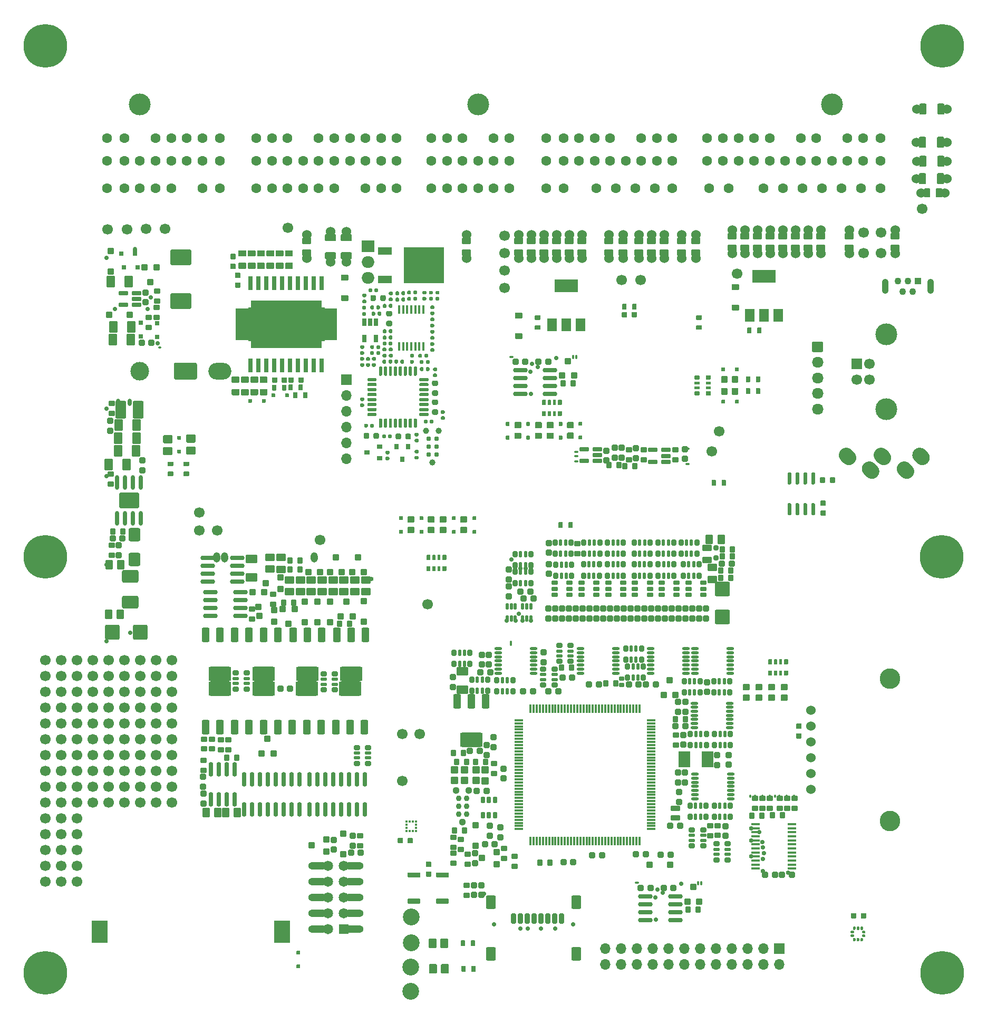
<source format=gts>
G75*
G70*
%OFA0B0*%
%FSLAX25Y25*%
%IPPOS*%
%LPD*%
%AMOC8*
5,1,8,0,0,1.08239X$1,22.5*
%
%AMM161*
21,1,0.033070,0.030710,-0.000000,0.000000,180.000000*
21,1,0.022050,0.041730,-0.000000,0.000000,180.000000*
1,1,0.011020,-0.011020,0.015350*
1,1,0.011020,0.011020,0.015350*
1,1,0.011020,0.011020,-0.015350*
1,1,0.011020,-0.011020,-0.015350*
%
%AMM163*
21,1,0.038980,0.026770,-0.000000,0.000000,270.000000*
21,1,0.026770,0.038980,-0.000000,0.000000,270.000000*
1,1,0.012210,-0.013390,-0.013390*
1,1,0.012210,-0.013390,0.013390*
1,1,0.012210,0.013390,0.013390*
1,1,0.012210,0.013390,-0.013390*
%
%AMM164*
21,1,0.033070,0.030710,-0.000000,0.000000,90.000000*
21,1,0.022050,0.041730,-0.000000,0.000000,90.000000*
1,1,0.011020,0.015350,0.011020*
1,1,0.011020,0.015350,-0.011020*
1,1,0.011020,-0.015350,-0.011020*
1,1,0.011020,-0.015350,0.011020*
%
%AMM165*
21,1,0.044880,0.049210,-0.000000,0.000000,180.000000*
21,1,0.031500,0.062600,-0.000000,0.000000,180.000000*
1,1,0.013390,-0.015750,0.024610*
1,1,0.013390,0.015750,0.024610*
1,1,0.013390,0.015750,-0.024610*
1,1,0.013390,-0.015750,-0.024610*
%
%AMM167*
21,1,0.038980,0.026770,-0.000000,0.000000,0.000000*
21,1,0.026770,0.038980,-0.000000,0.000000,0.000000*
1,1,0.012210,0.013390,-0.013390*
1,1,0.012210,-0.013390,-0.013390*
1,1,0.012210,-0.013390,0.013390*
1,1,0.012210,0.013390,0.013390*
%
%AMM190*
21,1,0.033070,0.030710,-0.000000,-0.000000,270.000000*
21,1,0.022050,0.041730,-0.000000,-0.000000,270.000000*
1,1,0.011020,-0.015350,-0.011020*
1,1,0.011020,-0.015350,0.011020*
1,1,0.011020,0.015350,0.011020*
1,1,0.011020,0.015350,-0.011020*
%
%AMM191*
21,1,0.092130,0.073230,-0.000000,-0.000000,90.000000*
21,1,0.069290,0.096060,-0.000000,-0.000000,90.000000*
1,1,0.022840,0.036610,0.034650*
1,1,0.022840,0.036610,-0.034650*
1,1,0.022840,-0.036610,-0.034650*
1,1,0.022840,-0.036610,0.034650*
%
%AMM192*
21,1,0.038980,0.026770,-0.000000,-0.000000,0.000000*
21,1,0.026770,0.038980,-0.000000,-0.000000,0.000000*
1,1,0.012210,0.013390,-0.013390*
1,1,0.012210,-0.013390,-0.013390*
1,1,0.012210,-0.013390,0.013390*
1,1,0.012210,0.013390,0.013390*
%
%AMM193*
21,1,0.033070,0.030710,-0.000000,-0.000000,180.000000*
21,1,0.022050,0.041730,-0.000000,-0.000000,180.000000*
1,1,0.011020,-0.011020,0.015350*
1,1,0.011020,0.011020,0.015350*
1,1,0.011020,0.011020,-0.015350*
1,1,0.011020,-0.011020,-0.015350*
%
%AMM194*
21,1,0.044880,0.049210,-0.000000,-0.000000,270.000000*
21,1,0.031500,0.062600,-0.000000,-0.000000,270.000000*
1,1,0.013390,-0.024610,-0.015750*
1,1,0.013390,-0.024610,0.015750*
1,1,0.013390,0.024610,0.015750*
1,1,0.013390,0.024610,-0.015750*
%
%AMM195*
21,1,0.023230,0.027950,-0.000000,-0.000000,180.000000*
21,1,0.014170,0.037010,-0.000000,-0.000000,180.000000*
1,1,0.009060,-0.007090,0.013980*
1,1,0.009060,0.007090,0.013980*
1,1,0.009060,0.007090,-0.013980*
1,1,0.009060,-0.007090,-0.013980*
%
%AMM196*
21,1,0.038980,0.026770,-0.000000,-0.000000,90.000000*
21,1,0.026770,0.038980,-0.000000,-0.000000,90.000000*
1,1,0.012210,0.013390,0.013390*
1,1,0.012210,0.013390,-0.013390*
1,1,0.012210,-0.013390,-0.013390*
1,1,0.012210,-0.013390,0.013390*
%
%AMM197*
21,1,0.029130,0.030710,-0.000000,-0.000000,270.000000*
21,1,0.018900,0.040950,-0.000000,-0.000000,270.000000*
1,1,0.010240,-0.015350,-0.009450*
1,1,0.010240,-0.015350,0.009450*
1,1,0.010240,0.015350,0.009450*
1,1,0.010240,0.015350,-0.009450*
%
%AMM198*
21,1,0.031100,0.026380,-0.000000,-0.000000,180.000000*
21,1,0.020470,0.037010,-0.000000,-0.000000,180.000000*
1,1,0.010630,-0.010240,0.013190*
1,1,0.010630,0.010240,0.013190*
1,1,0.010630,0.010240,-0.013190*
1,1,0.010630,-0.010240,-0.013190*
%
%AMM199*
21,1,0.044880,0.049210,-0.000000,-0.000000,0.000000*
21,1,0.031500,0.062600,-0.000000,-0.000000,0.000000*
1,1,0.013390,0.015750,-0.024610*
1,1,0.013390,-0.015750,-0.024610*
1,1,0.013390,-0.015750,0.024610*
1,1,0.013390,0.015750,0.024610*
%
%AMM200*
21,1,0.040950,0.050000,-0.000000,-0.000000,90.000000*
21,1,0.028350,0.062600,-0.000000,-0.000000,90.000000*
1,1,0.012600,0.025000,0.014170*
1,1,0.012600,0.025000,-0.014170*
1,1,0.012600,-0.025000,-0.014170*
1,1,0.012600,-0.025000,0.014170*
%
%AMM209*
21,1,0.038980,0.026770,-0.000000,-0.000000,180.000000*
21,1,0.026770,0.038980,-0.000000,-0.000000,180.000000*
1,1,0.012210,-0.013390,0.013390*
1,1,0.012210,0.013390,0.013390*
1,1,0.012210,0.013390,-0.013390*
1,1,0.012210,-0.013390,-0.013390*
%
%AMM210*
21,1,0.033070,0.030710,-0.000000,-0.000000,90.000000*
21,1,0.022050,0.041730,-0.000000,-0.000000,90.000000*
1,1,0.011020,0.015350,0.011020*
1,1,0.011020,0.015350,-0.011020*
1,1,0.011020,-0.015350,-0.011020*
1,1,0.011020,-0.015350,0.011020*
%
%AMM250*
21,1,0.033070,0.030710,-0.000000,0.000000,270.000000*
21,1,0.022050,0.041730,-0.000000,0.000000,270.000000*
1,1,0.011020,-0.015350,-0.011020*
1,1,0.011020,-0.015350,0.011020*
1,1,0.011020,0.015350,0.011020*
1,1,0.011020,0.015350,-0.011020*
%
%AMM251*
21,1,0.038980,0.026770,-0.000000,0.000000,180.000000*
21,1,0.026770,0.038980,-0.000000,0.000000,180.000000*
1,1,0.012210,-0.013390,0.013390*
1,1,0.012210,0.013390,0.013390*
1,1,0.012210,0.013390,-0.013390*
1,1,0.012210,-0.013390,-0.013390*
%
%AMM254*
21,1,0.076380,0.036220,-0.000000,0.000000,90.000000*
21,1,0.061810,0.050790,-0.000000,0.000000,90.000000*
1,1,0.014570,0.018110,0.030910*
1,1,0.014570,0.018110,-0.030910*
1,1,0.014570,-0.018110,-0.030910*
1,1,0.014570,-0.018110,0.030910*
%
%AMM288*
21,1,0.041340,0.026770,-0.000000,-0.000000,0.000000*
21,1,0.029130,0.038980,-0.000000,-0.000000,0.000000*
1,1,0.012210,0.014570,-0.013390*
1,1,0.012210,-0.014570,-0.013390*
1,1,0.012210,-0.014570,0.013390*
1,1,0.012210,0.014570,0.013390*
%
%AMM289*
21,1,0.040950,0.030320,-0.000000,-0.000000,0.000000*
21,1,0.028350,0.042910,-0.000000,-0.000000,0.000000*
1,1,0.012600,0.014170,-0.015160*
1,1,0.012600,-0.014170,-0.015160*
1,1,0.012600,-0.014170,0.015160*
1,1,0.012600,0.014170,0.015160*
%
%AMM290*
21,1,0.040950,0.030320,-0.000000,-0.000000,90.000000*
21,1,0.028350,0.042910,-0.000000,-0.000000,90.000000*
1,1,0.012600,0.015160,0.014170*
1,1,0.012600,0.015160,-0.014170*
1,1,0.012600,-0.015160,-0.014170*
1,1,0.012600,-0.015160,0.014170*
%
%AMM291*
21,1,0.033070,0.018900,-0.000000,-0.000000,0.000000*
21,1,0.022840,0.029130,-0.000000,-0.000000,0.000000*
1,1,0.010240,0.011420,-0.009450*
1,1,0.010240,-0.011420,-0.009450*
1,1,0.010240,-0.011420,0.009450*
1,1,0.010240,0.011420,0.009450*
%
%AMM292*
21,1,0.143310,0.067720,-0.000000,-0.000000,180.000000*
21,1,0.120870,0.090160,-0.000000,-0.000000,180.000000*
1,1,0.022440,-0.060430,0.033860*
1,1,0.022440,0.060430,0.033860*
1,1,0.022440,0.060430,-0.033860*
1,1,0.022440,-0.060430,-0.033860*
%
%AMM293*
21,1,0.048820,0.075980,-0.000000,-0.000000,180.000000*
21,1,0.034650,0.090160,-0.000000,-0.000000,180.000000*
1,1,0.014170,-0.017320,0.037990*
1,1,0.014170,0.017320,0.037990*
1,1,0.014170,0.017320,-0.037990*
1,1,0.014170,-0.017320,-0.037990*
%
%AMM294*
21,1,0.048820,0.075990,-0.000000,-0.000000,180.000000*
21,1,0.034650,0.090160,-0.000000,-0.000000,180.000000*
1,1,0.014170,-0.017320,0.037990*
1,1,0.014170,0.017320,0.037990*
1,1,0.014170,0.017320,-0.037990*
1,1,0.014170,-0.017320,-0.037990*
%
%AMM295*
21,1,0.044880,0.035430,-0.000000,-0.000000,90.000000*
21,1,0.031500,0.048820,-0.000000,-0.000000,90.000000*
1,1,0.013390,0.017720,0.015750*
1,1,0.013390,0.017720,-0.015750*
1,1,0.013390,-0.017720,-0.015750*
1,1,0.013390,-0.017720,0.015750*
%
%AMM296*
21,1,0.041340,0.026770,-0.000000,-0.000000,90.000000*
21,1,0.029130,0.038980,-0.000000,-0.000000,90.000000*
1,1,0.012210,0.013390,0.014570*
1,1,0.012210,0.013390,-0.014570*
1,1,0.012210,-0.013390,-0.014570*
1,1,0.012210,-0.013390,0.014570*
%
%AMM297*
21,1,0.029130,0.030710,-0.000000,-0.000000,0.000000*
21,1,0.018900,0.040950,-0.000000,-0.000000,0.000000*
1,1,0.010240,0.009450,-0.015350*
1,1,0.010240,-0.009450,-0.015350*
1,1,0.010240,-0.009450,0.015350*
1,1,0.010240,0.009450,0.015350*
%
%AMM298*
21,1,0.033070,0.049610,-0.000000,-0.000000,90.000000*
21,1,0.022050,0.060630,-0.000000,-0.000000,90.000000*
1,1,0.011020,0.024800,0.011020*
1,1,0.011020,0.024800,-0.011020*
1,1,0.011020,-0.024800,-0.011020*
1,1,0.011020,-0.024800,0.011020*
%
%AMM299*
21,1,0.076380,0.036220,-0.000000,-0.000000,180.000000*
21,1,0.061810,0.050790,-0.000000,-0.000000,180.000000*
1,1,0.014570,-0.030910,0.018110*
1,1,0.014570,0.030910,0.018110*
1,1,0.014570,0.030910,-0.018110*
1,1,0.014570,-0.030910,-0.018110*
%
%AMM300*
21,1,0.023230,0.027950,-0.000000,-0.000000,90.000000*
21,1,0.014170,0.037010,-0.000000,-0.000000,90.000000*
1,1,0.009060,0.013980,0.007090*
1,1,0.009060,0.013980,-0.007090*
1,1,0.009060,-0.013980,-0.007090*
1,1,0.009060,-0.013980,0.007090*
%
%AMM301*
21,1,0.031100,0.026380,-0.000000,-0.000000,90.000000*
21,1,0.020470,0.037010,-0.000000,-0.000000,90.000000*
1,1,0.010630,0.013190,0.010240*
1,1,0.010630,0.013190,-0.010240*
1,1,0.010630,-0.013190,-0.010240*
1,1,0.010630,-0.013190,0.010240*
%
%AMM302*
21,1,0.015350,0.017720,-0.000000,-0.000000,0.000000*
21,1,0.000000,0.033070,-0.000000,-0.000000,0.000000*
1,1,0.015350,-0.000000,-0.008860*
1,1,0.015350,-0.000000,-0.008860*
1,1,0.015350,-0.000000,0.008860*
1,1,0.015350,-0.000000,0.008860*
%
%AMM303*
21,1,0.033070,0.030710,-0.000000,-0.000000,0.000000*
21,1,0.022050,0.041730,-0.000000,-0.000000,0.000000*
1,1,0.011020,0.011020,-0.015350*
1,1,0.011020,-0.011020,-0.015350*
1,1,0.011020,-0.011020,0.015350*
1,1,0.011020,0.011020,0.015350*
%
%AMM304*
21,1,0.038980,0.026770,-0.000000,-0.000000,270.000000*
21,1,0.026770,0.038980,-0.000000,-0.000000,270.000000*
1,1,0.012210,-0.013390,-0.013390*
1,1,0.012210,-0.013390,0.013390*
1,1,0.012210,0.013390,0.013390*
1,1,0.012210,0.013390,-0.013390*
%
%AMM316*
21,1,0.041340,0.026770,-0.000000,0.000000,180.000000*
21,1,0.029130,0.038980,-0.000000,0.000000,180.000000*
1,1,0.012210,-0.014570,0.013390*
1,1,0.012210,0.014570,0.013390*
1,1,0.012210,0.014570,-0.013390*
1,1,0.012210,-0.014570,-0.013390*
%
%AMM317*
21,1,0.040950,0.030320,-0.000000,0.000000,90.000000*
21,1,0.028350,0.042910,-0.000000,0.000000,90.000000*
1,1,0.012600,0.015160,0.014170*
1,1,0.012600,0.015160,-0.014170*
1,1,0.012600,-0.015160,-0.014170*
1,1,0.012600,-0.015160,0.014170*
%
%AMM318*
21,1,0.023230,0.027950,-0.000000,0.000000,180.000000*
21,1,0.014170,0.037010,-0.000000,0.000000,180.000000*
1,1,0.009060,-0.007090,0.013980*
1,1,0.009060,0.007090,0.013980*
1,1,0.009060,0.007090,-0.013980*
1,1,0.009060,-0.007090,-0.013980*
%
%AMM319*
21,1,0.031100,0.026380,-0.000000,0.000000,180.000000*
21,1,0.020470,0.037010,-0.000000,0.000000,180.000000*
1,1,0.010630,-0.010240,0.013190*
1,1,0.010630,0.010240,0.013190*
1,1,0.010630,0.010240,-0.013190*
1,1,0.010630,-0.010240,-0.013190*
%
%AMM334*
21,1,0.040950,0.030320,-0.000000,-0.000000,180.000000*
21,1,0.028350,0.042910,-0.000000,-0.000000,180.000000*
1,1,0.012600,-0.014170,0.015160*
1,1,0.012600,0.014170,0.015160*
1,1,0.012600,0.014170,-0.015160*
1,1,0.012600,-0.014170,-0.015160*
%
%AMM335*
21,1,0.143310,0.067720,-0.000000,-0.000000,0.000000*
21,1,0.120870,0.090160,-0.000000,-0.000000,0.000000*
1,1,0.022440,0.060430,-0.033860*
1,1,0.022440,-0.060430,-0.033860*
1,1,0.022440,-0.060430,0.033860*
1,1,0.022440,0.060430,0.033860*
%
%AMM336*
21,1,0.023230,0.027950,-0.000000,-0.000000,270.000000*
21,1,0.014170,0.037010,-0.000000,-0.000000,270.000000*
1,1,0.009060,-0.013980,-0.007090*
1,1,0.009060,-0.013980,0.007090*
1,1,0.009060,0.013980,0.007090*
1,1,0.009060,0.013980,-0.007090*
%
%AMM337*
21,1,0.041340,0.026770,-0.000000,-0.000000,270.000000*
21,1,0.029130,0.038980,-0.000000,-0.000000,270.000000*
1,1,0.012210,-0.013390,-0.014570*
1,1,0.012210,-0.013390,0.014570*
1,1,0.012210,0.013390,0.014570*
1,1,0.012210,0.013390,-0.014570*
%
%AMM338*
21,1,0.031100,0.026380,-0.000000,-0.000000,270.000000*
21,1,0.020470,0.037010,-0.000000,-0.000000,270.000000*
1,1,0.010630,-0.013190,-0.010240*
1,1,0.010630,-0.013190,0.010240*
1,1,0.010630,0.013190,0.010240*
1,1,0.010630,0.013190,-0.010240*
%
%AMM339*
21,1,0.048820,0.075990,-0.000000,-0.000000,0.000000*
21,1,0.034650,0.090160,-0.000000,-0.000000,0.000000*
1,1,0.014170,0.017320,-0.037990*
1,1,0.014170,-0.017320,-0.037990*
1,1,0.014170,-0.017320,0.037990*
1,1,0.014170,0.017320,0.037990*
%
%AMM34*
21,1,0.033070,0.030710,0.000000,0.000000,270.000000*
21,1,0.022050,0.041730,0.000000,0.000000,270.000000*
1,1,0.011020,-0.015350,-0.011020*
1,1,0.011020,-0.015350,0.011020*
1,1,0.011020,0.015350,0.011020*
1,1,0.011020,0.015350,-0.011020*
%
%AMM340*
21,1,0.048820,0.075980,-0.000000,-0.000000,0.000000*
21,1,0.034650,0.090160,-0.000000,-0.000000,0.000000*
1,1,0.014170,0.017320,-0.037990*
1,1,0.014170,-0.017320,-0.037990*
1,1,0.014170,-0.017320,0.037990*
1,1,0.014170,0.017320,0.037990*
%
%AMM342*
21,1,0.018110,0.028980,-0.000000,0.000000,0.000000*
21,1,0.010080,0.037010,-0.000000,0.000000,0.000000*
1,1,0.008030,0.005040,-0.014490*
1,1,0.008030,-0.005040,-0.014490*
1,1,0.008030,-0.005040,0.014490*
1,1,0.008030,0.005040,0.014490*
%
%AMM354*
21,1,0.041340,0.026770,-0.000000,0.000000,90.000000*
21,1,0.029130,0.038980,-0.000000,0.000000,90.000000*
1,1,0.012210,0.013390,0.014570*
1,1,0.012210,0.013390,-0.014570*
1,1,0.012210,-0.013390,-0.014570*
1,1,0.012210,-0.013390,0.014570*
%
%AMM358*
21,1,0.027170,0.052760,-0.000000,-0.000000,90.000000*
21,1,0.017320,0.062600,-0.000000,-0.000000,90.000000*
1,1,0.009840,0.026380,0.008660*
1,1,0.009840,0.026380,-0.008660*
1,1,0.009840,-0.026380,-0.008660*
1,1,0.009840,-0.026380,0.008660*
%
%AMM365*
21,1,0.029130,0.018900,-0.000000,0.000000,0.000000*
21,1,0.018900,0.029130,-0.000000,0.000000,0.000000*
1,1,0.010240,0.009450,-0.009450*
1,1,0.010240,-0.009450,-0.009450*
1,1,0.010240,-0.009450,0.009450*
1,1,0.010240,0.009450,0.009450*
%
%AMM366*
21,1,0.100000,0.111020,-0.000000,0.000000,270.000000*
21,1,0.075590,0.135430,-0.000000,0.000000,270.000000*
1,1,0.024410,-0.055510,-0.037800*
1,1,0.024410,-0.055510,0.037800*
1,1,0.024410,0.055510,0.037800*
1,1,0.024410,0.055510,-0.037800*
%
%AMM367*
21,1,0.027170,0.052760,-0.000000,0.000000,90.000000*
21,1,0.017320,0.062600,-0.000000,0.000000,90.000000*
1,1,0.009840,0.026380,0.008660*
1,1,0.009840,0.026380,-0.008660*
1,1,0.009840,-0.026380,-0.008660*
1,1,0.009840,-0.026380,0.008660*
%
%AMM368*
21,1,0.040950,0.030320,-0.000000,0.000000,180.000000*
21,1,0.028350,0.042910,-0.000000,0.000000,180.000000*
1,1,0.012600,-0.014170,0.015160*
1,1,0.012600,0.014170,0.015160*
1,1,0.012600,0.014170,-0.015160*
1,1,0.012600,-0.014170,-0.015160*
%
%AMM369*
21,1,0.029130,0.018900,-0.000000,0.000000,270.000000*
21,1,0.018900,0.029130,-0.000000,0.000000,270.000000*
1,1,0.010240,-0.009450,-0.009450*
1,1,0.010240,-0.009450,0.009450*
1,1,0.010240,0.009450,0.009450*
1,1,0.010240,0.009450,-0.009450*
%
%AMM376*
21,1,0.111810,0.050390,-0.000000,0.000000,90.000000*
21,1,0.093700,0.068500,-0.000000,0.000000,90.000000*
1,1,0.018110,0.025200,0.046850*
1,1,0.018110,0.025200,-0.046850*
1,1,0.018110,-0.025200,-0.046850*
1,1,0.018110,-0.025200,0.046850*
%
%AMM377*
21,1,0.076380,0.036220,-0.000000,0.000000,270.000000*
21,1,0.061810,0.050790,-0.000000,0.000000,270.000000*
1,1,0.014570,-0.018110,-0.030910*
1,1,0.014570,-0.018110,0.030910*
1,1,0.014570,0.018110,0.030910*
1,1,0.014570,0.018110,-0.030910*
%
%AMM378*
21,1,0.092130,0.073230,-0.000000,0.000000,180.000000*
21,1,0.069290,0.096060,-0.000000,0.000000,180.000000*
1,1,0.022840,-0.034650,0.036610*
1,1,0.022840,0.034650,0.036610*
1,1,0.022840,0.034650,-0.036610*
1,1,0.022840,-0.034650,-0.036610*
%
%AMM379*
21,1,0.084250,0.053540,-0.000000,0.000000,270.000000*
21,1,0.065350,0.072440,-0.000000,0.000000,270.000000*
1,1,0.018900,-0.026770,-0.032680*
1,1,0.018900,-0.026770,0.032680*
1,1,0.018900,0.026770,0.032680*
1,1,0.018900,0.026770,-0.032680*
%
%AMM380*
21,1,0.127560,0.075590,-0.000000,0.000000,0.000000*
21,1,0.103150,0.100000,-0.000000,0.000000,0.000000*
1,1,0.024410,0.051580,-0.037800*
1,1,0.024410,-0.051580,-0.037800*
1,1,0.024410,-0.051580,0.037800*
1,1,0.024410,0.051580,0.037800*
%
%AMM381*
21,1,0.080320,0.083460,-0.000000,0.000000,270.000000*
21,1,0.059840,0.103940,-0.000000,0.000000,270.000000*
1,1,0.020470,-0.041730,-0.029920*
1,1,0.020470,-0.041730,0.029920*
1,1,0.020470,0.041730,0.029920*
1,1,0.020470,0.041730,-0.029920*
%
%AMM63*
21,1,0.038980,0.026770,0.000000,0.000000,90.000000*
21,1,0.026770,0.038980,0.000000,0.000000,90.000000*
1,1,0.012210,0.013390,0.013390*
1,1,0.012210,0.013390,-0.013390*
1,1,0.012210,-0.013390,-0.013390*
1,1,0.012210,-0.013390,0.013390*
%
%AMM84*
21,1,0.084250,0.045670,0.000000,0.000000,270.000000*
21,1,0.067320,0.062600,0.000000,0.000000,270.000000*
1,1,0.016930,-0.022840,-0.033660*
1,1,0.016930,-0.022840,0.033660*
1,1,0.016930,0.022840,0.033660*
1,1,0.016930,0.022840,-0.033660*
%
%AMM85*
21,1,0.064570,0.020470,0.000000,0.000000,270.000000*
21,1,0.053940,0.031100,0.000000,0.000000,270.000000*
1,1,0.010630,-0.010240,-0.026970*
1,1,0.010630,-0.010240,0.026970*
1,1,0.010630,0.010240,0.026970*
1,1,0.010630,0.010240,-0.026970*
%
%ADD108O,0.02520X0.04488*%
%ADD113R,0.03150X0.03543*%
%ADD116O,0.04882X0.01732*%
%ADD126C,0.03651*%
%ADD129O,0.04331X0.09449*%
%ADD133C,0.02362*%
%ADD138C,0.13780*%
%ADD139O,0.04488X0.06457*%
%ADD140R,0.01476X0.01378*%
%ADD151O,0.00787X0.01575*%
%ADD158R,0.45000X0.30000*%
%ADD160C,0.00039*%
%ADD162R,0.03543X0.03150*%
%ADD164O,0.14567X0.10630*%
%ADD168R,0.10236X0.14173*%
%ADD169O,0.03150X0.02362*%
%ADD174C,0.06299*%
%ADD176C,0.04331*%
%ADD177O,0.01969X0.00984*%
%ADD182R,0.03150X0.08661*%
%ADD195C,0.06693*%
%ADD198R,0.06693X0.06693*%
%ADD206C,0.11811*%
%ADD207O,0.03701X0.02913*%
%ADD21R,0.07244X0.10000*%
%ADD219O,0.03937X0.05906*%
%ADD224O,0.01969X0.00787*%
%ADD231M85*%
%ADD236C,0.13000*%
%ADD249M63*%
%ADD255C,0.27559*%
%ADD257R,0.06457X0.06457*%
%ADD258R,0.04331X0.04331*%
%ADD267O,0.06693X0.06693*%
%ADD268C,0.10630*%
%ADD277C,0.03100*%
%ADD282O,0.07283X0.06693*%
%ADD294O,0.05512X0.01535*%
%ADD295O,0.01969X0.03937*%
%ADD300C,0.02913*%
%ADD304C,0.04451*%
%ADD328O,0.02913X0.09213*%
%ADD330R,0.08000X0.20000*%
%ADD331M84*%
%ADD333R,0.14961X0.07874*%
%ADD337O,0.09213X0.02913*%
%ADD338O,0.04488X0.02520*%
%ADD352O,0.02520X0.01535*%
%ADD36O,0.01417X0.05669*%
%ADD361C,0.03900*%
%ADD380M161*%
%ADD382M163*%
%ADD383M164*%
%ADD384M165*%
%ADD386M167*%
%ADD409M190*%
%ADD410M191*%
%ADD411M192*%
%ADD412M193*%
%ADD413M194*%
%ADD414M195*%
%ADD415M196*%
%ADD416M197*%
%ADD417M198*%
%ADD418M199*%
%ADD419M200*%
%ADD432M209*%
%ADD433M210*%
%ADD476M250*%
%ADD477M251*%
%ADD480M254*%
%ADD515M288*%
%ADD516M289*%
%ADD517M290*%
%ADD518M291*%
%ADD519M292*%
%ADD520M293*%
%ADD521M294*%
%ADD522M295*%
%ADD523M296*%
%ADD524M297*%
%ADD525M298*%
%ADD526M299*%
%ADD527M300*%
%ADD528M301*%
%ADD529M302*%
%ADD530M303*%
%ADD531M304*%
%ADD558M316*%
%ADD559M317*%
%ADD560M318*%
%ADD561M319*%
%ADD576M334*%
%ADD577M335*%
%ADD578M336*%
%ADD579M337*%
%ADD580M338*%
%ADD581M339*%
%ADD582M340*%
%ADD584M342*%
%ADD597O,0.11772X0.04567*%
%ADD598M354*%
%ADD605M358*%
%ADD615M365*%
%ADD616O,0.02520X0.01339*%
%ADD617M366*%
%ADD618M367*%
%ADD619M368*%
%ADD620M369*%
%ADD63O,0.00984X0.01969*%
%ADD630M376*%
%ADD631M377*%
%ADD632M378*%
%ADD633M379*%
%ADD634O,0.02520X0.09213*%
%ADD635M380*%
%ADD636M381*%
%ADD637R,0.07874X0.07500*%
%ADD638O,0.07874X0.07500*%
%ADD639R,0.08661X0.04724*%
%ADD640R,0.01772X0.05709*%
%ADD641R,0.02559X0.04803*%
%ADD642R,0.25197X0.22835*%
%ADD67C,0.03701*%
%ADD69O,0.05669X0.01417*%
%ADD71C,0.06457*%
%ADD73O,0.01339X0.02126*%
%ADD74R,0.01378X0.01476*%
%ADD76O,0.01535X0.02520*%
%ADD81C,0.06000*%
%ADD88R,0.05906X0.07874*%
%ADD96M34*%
X0000000Y0000000D02*
%LPD*%
G01*
D160*
X0194378Y0440539D02*
X0195955Y0440539D01*
X0195955Y0440539D02*
X0195955Y0419728D01*
X0195955Y0419728D02*
X0194378Y0419728D01*
X0194378Y0419728D02*
X0194378Y0440539D01*
G36*
X0195955Y0419728D02*
G01*
X0194378Y0419728D01*
X0194378Y0440539D01*
X0195955Y0440539D01*
X0195955Y0419728D01*
G37*
X0195955Y0419728D02*
X0194378Y0419728D01*
X0194378Y0440539D01*
X0195955Y0440539D01*
X0195955Y0419728D01*
X0147908Y0440539D02*
X0149555Y0440539D01*
X0149555Y0440539D02*
X0149555Y0419718D01*
X0149555Y0419718D02*
X0147908Y0419718D01*
X0147908Y0419718D02*
X0147908Y0440539D01*
G36*
X0149555Y0419718D02*
G01*
X0147908Y0419718D01*
X0147908Y0440539D01*
X0149555Y0440539D01*
X0149555Y0419718D01*
G37*
X0149555Y0419718D02*
X0147908Y0419718D01*
X0147908Y0440539D01*
X0149555Y0440539D01*
X0149555Y0419718D01*
D133*
X0297120Y0070059D03*
X0303321Y0050748D03*
X0353337Y0050784D03*
X0319955Y0048110D03*
X0324581Y0048110D03*
X0333144Y0048110D03*
X0341904Y0048110D03*
D81*
X0589581Y0522068D03*
G36*
G01*
X0584286Y0525612D02*
X0587003Y0525612D01*
G75*
G02*
X0587908Y0524706I0000000J-000906D01*
G01*
X0587908Y0519430D01*
G75*
G02*
X0587003Y0518525I-000906J0000000D01*
G01*
X0584286Y0518525D01*
G75*
G02*
X0583381Y0519430I0000000J0000906D01*
G01*
X0583381Y0524706D01*
G75*
G02*
X0584286Y0525612I0000906J0000000D01*
G01*
G37*
G36*
G01*
X0572869Y0525612D02*
X0575585Y0525612D01*
G75*
G02*
X0576491Y0524706I0000000J-000906D01*
G01*
X0576491Y0519430D01*
G75*
G02*
X0575585Y0518525I-000906J0000000D01*
G01*
X0572869Y0518525D01*
G75*
G02*
X0571963Y0519430I0000000J0000906D01*
G01*
X0571963Y0524706D01*
G75*
G02*
X0572869Y0525612I0000906J0000000D01*
G01*
G37*
X0570290Y0522068D03*
D177*
X0355479Y0343241D03*
X0355479Y0346686D03*
X0355479Y0349442D03*
X0425656Y0351214D03*
X0425656Y0341765D03*
D81*
X0461936Y0474568D03*
G36*
G01*
X0464396Y0476360D02*
X0459475Y0476360D01*
G75*
G02*
X0459081Y0476753I0000000J0000394D01*
G01*
X0459081Y0479903D01*
G75*
G02*
X0459475Y0480297I0000394J0000000D01*
G01*
X0464396Y0480297D01*
G75*
G02*
X0464790Y0479903I0000000J-000394D01*
G01*
X0464790Y0476753D01*
G75*
G02*
X0464396Y0476360I-000394J0000000D01*
G01*
G37*
G36*
G01*
X0464396Y0483840D02*
X0459475Y0483840D01*
G75*
G02*
X0459081Y0484234I0000000J0000394D01*
G01*
X0459081Y0487383D01*
G75*
G02*
X0459475Y0487777I0000394J0000000D01*
G01*
X0464396Y0487777D01*
G75*
G02*
X0464790Y0487383I0000000J-000394D01*
G01*
X0464790Y0484234D01*
G75*
G02*
X0464396Y0483840I-000394J0000000D01*
G01*
G37*
X0461936Y0489568D03*
G36*
G01*
X0559396Y0476360D02*
X0554475Y0476360D01*
G75*
G02*
X0554081Y0476753I0000000J0000394D01*
G01*
X0554081Y0479903D01*
G75*
G02*
X0554475Y0480297I0000394J0000000D01*
G01*
X0559396Y0480297D01*
G75*
G02*
X0559790Y0479903I0000000J-000394D01*
G01*
X0559790Y0476753D01*
G75*
G02*
X0559396Y0476360I-000394J0000000D01*
G01*
G37*
X0556936Y0474568D03*
X0556936Y0489568D03*
G36*
G01*
X0559396Y0483840D02*
X0554475Y0483840D01*
G75*
G02*
X0554081Y0484234I0000000J0000394D01*
G01*
X0554081Y0487383D01*
G75*
G02*
X0554475Y0487777I0000394J0000000D01*
G01*
X0559396Y0487777D01*
G75*
G02*
X0559790Y0487383I0000000J-000394D01*
G01*
X0559790Y0484234D01*
G75*
G02*
X0559396Y0483840I-000394J0000000D01*
G01*
G37*
D195*
X0245285Y0141379D03*
X0245285Y0170915D03*
G36*
G01*
X0097283Y0343159D02*
X0100354Y0343159D01*
G75*
G02*
X0100630Y0342884I0000000J-000276D01*
G01*
X0100630Y0340679D01*
G75*
G02*
X0100354Y0340404I-000276J0000000D01*
G01*
X0097283Y0340404D01*
G75*
G02*
X0097008Y0340679I0000000J0000276D01*
G01*
X0097008Y0342884D01*
G75*
G02*
X0097283Y0343159I0000276J0000000D01*
G01*
G37*
G36*
G01*
X0097283Y0336860D02*
X0100354Y0336860D01*
G75*
G02*
X0100630Y0336585I0000000J-000276D01*
G01*
X0100630Y0334380D01*
G75*
G02*
X0100354Y0334104I-000276J0000000D01*
G01*
X0097283Y0334104D01*
G75*
G02*
X0097008Y0334380I0000000J0000276D01*
G01*
X0097008Y0336585D01*
G75*
G02*
X0097283Y0336860I0000276J0000000D01*
G01*
G37*
D198*
X0209936Y0395068D03*
D267*
X0209936Y0385068D03*
X0209936Y0375068D03*
X0209936Y0365068D03*
X0209936Y0355068D03*
X0209936Y0345068D03*
G36*
G01*
X0450007Y0331281D02*
X0450007Y0328210D01*
G75*
G02*
X0449731Y0327934I-000276J0000000D01*
G01*
X0447526Y0327934D01*
G75*
G02*
X0447251Y0328210I0000000J0000276D01*
G01*
X0447251Y0331281D01*
G75*
G02*
X0447526Y0331556I0000276J0000000D01*
G01*
X0449731Y0331556D01*
G75*
G02*
X0450007Y0331281I0000000J-000276D01*
G01*
G37*
G36*
G01*
X0443707Y0331281D02*
X0443707Y0328210D01*
G75*
G02*
X0443432Y0327934I-000276J0000000D01*
G01*
X0441227Y0327934D01*
G75*
G02*
X0440951Y0328210I0000000J0000276D01*
G01*
X0440951Y0331281D01*
G75*
G02*
X0441227Y0331556I0000276J0000000D01*
G01*
X0443432Y0331556D01*
G75*
G02*
X0443707Y0331281I0000000J-000276D01*
G01*
G37*
D195*
X0172936Y0491068D03*
D268*
X0250865Y0008410D03*
G36*
G01*
X0242507Y0102226D02*
X0242507Y0104903D01*
G75*
G02*
X0242841Y0105238I0000335J0000000D01*
G01*
X0245518Y0105238D01*
G75*
G02*
X0245853Y0104903I0000000J-000335D01*
G01*
X0245853Y0102226D01*
G75*
G02*
X0245518Y0101891I-000335J0000000D01*
G01*
X0242841Y0101891D01*
G75*
G02*
X0242507Y0102226I0000000J0000335D01*
G01*
G37*
G36*
G01*
X0248727Y0102226D02*
X0248727Y0104903D01*
G75*
G02*
X0249062Y0105238I0000335J0000000D01*
G01*
X0251739Y0105238D01*
G75*
G02*
X0252074Y0104903I0000000J-000335D01*
G01*
X0252074Y0102226D01*
G75*
G02*
X0251739Y0101891I-000335J0000000D01*
G01*
X0249062Y0101891D01*
G75*
G02*
X0248727Y0102226I0000000J0000335D01*
G01*
G37*
D195*
X0079567Y0177549D03*
X0079567Y0187549D03*
X0079567Y0197549D03*
X0079567Y0207549D03*
X0079567Y0217549D03*
X0089567Y0177549D03*
X0089567Y0187549D03*
X0089567Y0197549D03*
X0089567Y0207549D03*
X0089567Y0217549D03*
X0099567Y0177549D03*
X0099567Y0187549D03*
X0099567Y0197549D03*
X0099567Y0207549D03*
X0099567Y0217549D03*
G36*
G01*
X0488396Y0476360D02*
X0483475Y0476360D01*
G75*
G02*
X0483081Y0476753I0000000J0000394D01*
G01*
X0483081Y0479903D01*
G75*
G02*
X0483475Y0480297I0000394J0000000D01*
G01*
X0488396Y0480297D01*
G75*
G02*
X0488790Y0479903I0000000J-000394D01*
G01*
X0488790Y0476753D01*
G75*
G02*
X0488396Y0476360I-000394J0000000D01*
G01*
G37*
D81*
X0485936Y0474568D03*
G36*
G01*
X0488396Y0483840D02*
X0483475Y0483840D01*
G75*
G02*
X0483081Y0484234I0000000J0000394D01*
G01*
X0483081Y0487383D01*
G75*
G02*
X0483475Y0487777I0000394J0000000D01*
G01*
X0488396Y0487777D01*
G75*
G02*
X0488790Y0487383I0000000J-000394D01*
G01*
X0488790Y0484234D01*
G75*
G02*
X0488396Y0483840I-000394J0000000D01*
G01*
G37*
X0485936Y0489568D03*
D195*
X0309936Y0464068D03*
G36*
G01*
X0172054Y0391517D02*
X0172054Y0388446D01*
G75*
G02*
X0171778Y0388171I-000276J0000000D01*
G01*
X0169574Y0388171D01*
G75*
G02*
X0169298Y0388446I0000000J0000276D01*
G01*
X0169298Y0391517D01*
G75*
G02*
X0169574Y0391793I0000276J0000000D01*
G01*
X0171778Y0391793D01*
G75*
G02*
X0172054Y0391517I0000000J-000276D01*
G01*
G37*
G36*
G01*
X0165755Y0391517D02*
X0165755Y0388446D01*
G75*
G02*
X0165479Y0388171I-000276J0000000D01*
G01*
X0163274Y0388171D01*
G75*
G02*
X0162999Y0388446I0000000J0000276D01*
G01*
X0162999Y0391517D01*
G75*
G02*
X0163274Y0391793I0000276J0000000D01*
G01*
X0165479Y0391793D01*
G75*
G02*
X0165755Y0391517I0000000J-000276D01*
G01*
G37*
X0116936Y0311045D03*
X0049567Y0127549D03*
X0049567Y0137549D03*
X0049567Y0147549D03*
X0049567Y0157549D03*
X0049567Y0167549D03*
X0059567Y0127549D03*
X0059567Y0137549D03*
X0059567Y0147549D03*
X0059567Y0157549D03*
X0059567Y0167549D03*
X0069567Y0127549D03*
X0069567Y0137549D03*
X0069567Y0147549D03*
X0069567Y0157549D03*
X0069567Y0167549D03*
D219*
X0128185Y0282748D03*
X0133130Y0282748D03*
X0189724Y0282748D03*
D169*
X0225374Y0268983D03*
G36*
G01*
X0267347Y0025001D02*
X0267347Y0020119D01*
G75*
G02*
X0266835Y0019608I-000512J0000000D01*
G01*
X0262740Y0019608D01*
G75*
G02*
X0262228Y0020119I0000000J0000512D01*
G01*
X0262228Y0025001D01*
G75*
G02*
X0262740Y0025513I0000512J0000000D01*
G01*
X0266835Y0025513D01*
G75*
G02*
X0267347Y0025001I0000000J-000512D01*
G01*
G37*
G36*
G01*
X0274827Y0025001D02*
X0274827Y0020119D01*
G75*
G02*
X0274315Y0019608I-000512J0000000D01*
G01*
X0270221Y0019608D01*
G75*
G02*
X0269709Y0020119I0000000J0000512D01*
G01*
X0269709Y0025001D01*
G75*
G02*
X0270221Y0025513I0000512J0000000D01*
G01*
X0274315Y0025513D01*
G75*
G02*
X0274827Y0025001I0000000J-000512D01*
G01*
G37*
G36*
G01*
X0353396Y0473360D02*
X0348475Y0473360D01*
G75*
G02*
X0348081Y0473753I0000000J0000394D01*
G01*
X0348081Y0476903D01*
G75*
G02*
X0348475Y0477297I0000394J0000000D01*
G01*
X0353396Y0477297D01*
G75*
G02*
X0353790Y0476903I0000000J-000394D01*
G01*
X0353790Y0473753D01*
G75*
G02*
X0353396Y0473360I-000394J0000000D01*
G01*
G37*
D81*
X0350936Y0471568D03*
X0350936Y0486568D03*
G36*
G01*
X0353396Y0480840D02*
X0348475Y0480840D01*
G75*
G02*
X0348081Y0481234I0000000J0000394D01*
G01*
X0348081Y0484383D01*
G75*
G02*
X0348475Y0484777I0000394J0000000D01*
G01*
X0353396Y0484777D01*
G75*
G02*
X0353790Y0484383I0000000J-000394D01*
G01*
X0353790Y0481234D01*
G75*
G02*
X0353396Y0480840I-000394J0000000D01*
G01*
G37*
G36*
G01*
X0243354Y0297793D02*
X0243354Y0299682D01*
G75*
G02*
X0243590Y0299919I0000236J0000000D01*
G01*
X0245480Y0299919D01*
G75*
G02*
X0245716Y0299682I0000000J-000236D01*
G01*
X0245716Y0297793D01*
G75*
G02*
X0245480Y0297556I-000236J0000000D01*
G01*
X0243590Y0297556D01*
G75*
G02*
X0243354Y0297793I0000000J0000236D01*
G01*
G37*
G36*
G01*
X0243354Y0306454D02*
X0243354Y0308344D01*
G75*
G02*
X0243590Y0308580I0000236J0000000D01*
G01*
X0245480Y0308580D01*
G75*
G02*
X0245716Y0308344I0000000J-000236D01*
G01*
X0245716Y0306454D01*
G75*
G02*
X0245480Y0306218I-000236J0000000D01*
G01*
X0243590Y0306218D01*
G75*
G02*
X0243354Y0306454I0000000J0000236D01*
G01*
G37*
G36*
G01*
X0136969Y0474515D02*
X0139646Y0474515D01*
G75*
G02*
X0139981Y0474180I0000000J-000335D01*
G01*
X0139981Y0471503D01*
G75*
G02*
X0139646Y0471168I-000335J0000000D01*
G01*
X0136969Y0471168D01*
G75*
G02*
X0136635Y0471503I0000000J0000335D01*
G01*
X0136635Y0474180D01*
G75*
G02*
X0136969Y0474515I0000335J0000000D01*
G01*
G37*
G36*
G01*
X0136969Y0468294D02*
X0139646Y0468294D01*
G75*
G02*
X0139981Y0467960I0000000J-000335D01*
G01*
X0139981Y0465283D01*
G75*
G02*
X0139646Y0464948I-000335J0000000D01*
G01*
X0136969Y0464948D01*
G75*
G02*
X0136635Y0465283I0000000J0000335D01*
G01*
X0136635Y0467960D01*
G75*
G02*
X0136969Y0468294I0000335J0000000D01*
G01*
G37*
G36*
G01*
X0260676Y0090336D02*
X0263353Y0090336D01*
G75*
G02*
X0263688Y0090001I0000000J-000335D01*
G01*
X0263688Y0087324D01*
G75*
G02*
X0263353Y0086990I-000335J0000000D01*
G01*
X0260676Y0086990D01*
G75*
G02*
X0260341Y0087324I0000000J0000335D01*
G01*
X0260341Y0090001D01*
G75*
G02*
X0260676Y0090336I0000335J0000000D01*
G01*
G37*
G36*
G01*
X0260676Y0084116D02*
X0263353Y0084116D01*
G75*
G02*
X0263688Y0083781I0000000J-000335D01*
G01*
X0263688Y0081104D01*
G75*
G02*
X0263353Y0080769I-000335J0000000D01*
G01*
X0260676Y0080769D01*
G75*
G02*
X0260341Y0081104I0000000J0000335D01*
G01*
X0260341Y0083781D01*
G75*
G02*
X0260676Y0084116I0000335J0000000D01*
G01*
G37*
G36*
G01*
X0453928Y0455336D02*
X0457944Y0455336D01*
G75*
G02*
X0458298Y0454982I0000000J-000354D01*
G01*
X0458298Y0452147D01*
G75*
G02*
X0457944Y0451793I-000354J0000000D01*
G01*
X0453928Y0451793D01*
G75*
G02*
X0453574Y0452147I0000000J0000354D01*
G01*
X0453574Y0454982D01*
G75*
G02*
X0453928Y0455336I0000354J0000000D01*
G01*
G37*
G36*
G01*
X0453928Y0442344D02*
X0457944Y0442344D01*
G75*
G02*
X0458298Y0441990I0000000J-000354D01*
G01*
X0458298Y0439155D01*
G75*
G02*
X0457944Y0438801I-000354J0000000D01*
G01*
X0453928Y0438801D01*
G75*
G02*
X0453574Y0439155I0000000J0000354D01*
G01*
X0453574Y0441990D01*
G75*
G02*
X0453928Y0442344I0000354J0000000D01*
G01*
G37*
D195*
X0309936Y0453068D03*
G36*
G01*
X0249140Y0083486D02*
X0256385Y0083486D01*
G75*
G02*
X0256700Y0083171I0000000J-000315D01*
G01*
X0256700Y0080651D01*
G75*
G02*
X0256385Y0080336I-000315J0000000D01*
G01*
X0249140Y0080336D01*
G75*
G02*
X0248826Y0080651I0000000J0000315D01*
G01*
X0248826Y0083171D01*
G75*
G02*
X0249140Y0083486I0000315J0000000D01*
G01*
G37*
G36*
G01*
X0249140Y0066950D02*
X0256385Y0066950D01*
G75*
G02*
X0256700Y0066635I0000000J-000315D01*
G01*
X0256700Y0064116D01*
G75*
G02*
X0256385Y0063801I-000315J0000000D01*
G01*
X0249140Y0063801D01*
G75*
G02*
X0248826Y0064116I0000000J0000315D01*
G01*
X0248826Y0066635D01*
G75*
G02*
X0249140Y0066950I0000315J0000000D01*
G01*
G37*
G36*
G01*
X0285874Y0297950D02*
X0282330Y0297950D01*
G75*
G02*
X0281937Y0298344I0000000J0000394D01*
G01*
X0281937Y0301493D01*
G75*
G02*
X0282330Y0301887I0000394J0000000D01*
G01*
X0285874Y0301887D01*
G75*
G02*
X0286267Y0301493I0000000J-000394D01*
G01*
X0286267Y0298344D01*
G75*
G02*
X0285874Y0297950I-000394J0000000D01*
G01*
G37*
G36*
G01*
X0285874Y0304643D02*
X0282330Y0304643D01*
G75*
G02*
X0281937Y0305037I0000000J0000394D01*
G01*
X0281937Y0308186D01*
G75*
G02*
X0282330Y0308580I0000394J0000000D01*
G01*
X0285874Y0308580D01*
G75*
G02*
X0286267Y0308186I0000000J-000394D01*
G01*
X0286267Y0305037D01*
G75*
G02*
X0285874Y0304643I-000394J0000000D01*
G01*
G37*
G36*
G01*
X0518924Y0332856D02*
X0518924Y0330179D01*
G75*
G02*
X0518589Y0329844I-000335J0000000D01*
G01*
X0515912Y0329844D01*
G75*
G02*
X0515577Y0330179I0000000J0000335D01*
G01*
X0515577Y0332856D01*
G75*
G02*
X0515912Y0333190I0000335J0000000D01*
G01*
X0518589Y0333190D01*
G75*
G02*
X0518924Y0332856I0000000J-000335D01*
G01*
G37*
G36*
G01*
X0512703Y0332856D02*
X0512703Y0330179D01*
G75*
G02*
X0512369Y0329844I-000335J0000000D01*
G01*
X0509692Y0329844D01*
G75*
G02*
X0509357Y0330179I0000000J0000335D01*
G01*
X0509357Y0332856D01*
G75*
G02*
X0509692Y0333190I0000335J0000000D01*
G01*
X0512369Y0333190D01*
G75*
G02*
X0512703Y0332856I0000000J-000335D01*
G01*
G37*
G36*
G01*
X0289755Y0297793D02*
X0289755Y0299682D01*
G75*
G02*
X0289991Y0299919I0000236J0000000D01*
G01*
X0291881Y0299919D01*
G75*
G02*
X0292117Y0299682I0000000J-000236D01*
G01*
X0292117Y0297793D01*
G75*
G02*
X0291881Y0297556I-000236J0000000D01*
G01*
X0289991Y0297556D01*
G75*
G02*
X0289755Y0297793I0000000J0000236D01*
G01*
G37*
G36*
G01*
X0289755Y0306454D02*
X0289755Y0308344D01*
G75*
G02*
X0289991Y0308580I0000236J0000000D01*
G01*
X0291881Y0308580D01*
G75*
G02*
X0292117Y0308344I0000000J-000236D01*
G01*
X0292117Y0306454D01*
G75*
G02*
X0291881Y0306218I-000236J0000000D01*
G01*
X0289991Y0306218D01*
G75*
G02*
X0289755Y0306454I0000000J0000236D01*
G01*
G37*
D138*
X0516936Y0569116D03*
X0293314Y0569116D03*
X0079534Y0569116D03*
D174*
X0058668Y0547659D03*
X0069692Y0547659D03*
X0089377Y0547659D03*
X0099219Y0547659D03*
X0109062Y0547659D03*
X0118904Y0547659D03*
X0129928Y0547659D03*
X0153156Y0547659D03*
X0162999Y0547659D03*
X0172841Y0547659D03*
X0192526Y0547659D03*
X0202369Y0547659D03*
X0212211Y0547659D03*
X0222054Y0547659D03*
X0231896Y0547659D03*
X0241739Y0547659D03*
X0263786Y0547659D03*
X0273629Y0547659D03*
X0283471Y0547659D03*
X0303156Y0547659D03*
X0312999Y0547659D03*
X0336227Y0547659D03*
X0347251Y0547659D03*
X0357093Y0547659D03*
X0366936Y0547659D03*
X0376778Y0547659D03*
X0396463Y0547659D03*
X0406306Y0547659D03*
X0416148Y0547659D03*
X0438196Y0547659D03*
X0448038Y0547659D03*
X0457881Y0547659D03*
X0467723Y0547659D03*
X0477566Y0547659D03*
X0497251Y0547659D03*
X0507093Y0547659D03*
X0526778Y0547659D03*
X0536621Y0547659D03*
X0547644Y0547659D03*
X0058668Y0533486D03*
X0069692Y0533486D03*
X0079534Y0533486D03*
X0089377Y0533486D03*
X0099219Y0533486D03*
X0109062Y0533486D03*
X0118904Y0533486D03*
X0129928Y0533486D03*
X0153156Y0533486D03*
X0162999Y0533486D03*
X0172841Y0533486D03*
X0182684Y0533486D03*
X0192526Y0533486D03*
X0202369Y0533486D03*
X0212211Y0533486D03*
X0222054Y0533486D03*
X0231896Y0533486D03*
X0241739Y0533486D03*
X0263786Y0533486D03*
X0273629Y0533486D03*
X0283471Y0533486D03*
X0293314Y0533486D03*
X0303156Y0533486D03*
X0312999Y0533486D03*
X0336227Y0533486D03*
X0347251Y0533486D03*
X0357093Y0533486D03*
X0366936Y0533486D03*
X0376778Y0533486D03*
X0386621Y0533486D03*
X0396463Y0533486D03*
X0406306Y0533486D03*
X0416148Y0533486D03*
X0438196Y0533486D03*
X0448038Y0533486D03*
X0457881Y0533486D03*
X0467723Y0533486D03*
X0477566Y0533486D03*
X0487408Y0533486D03*
X0497251Y0533486D03*
X0507093Y0533486D03*
X0516936Y0533486D03*
X0526778Y0533486D03*
X0536621Y0533486D03*
X0547644Y0533486D03*
X0058668Y0516163D03*
X0069692Y0516163D03*
X0079534Y0516163D03*
X0089377Y0516163D03*
X0099219Y0516163D03*
X0118904Y0516163D03*
X0129928Y0516163D03*
X0153156Y0516163D03*
X0162999Y0516163D03*
X0172841Y0516163D03*
X0182684Y0516163D03*
X0192526Y0516163D03*
X0202369Y0516163D03*
X0222054Y0516163D03*
X0231896Y0516163D03*
X0241739Y0516163D03*
X0263786Y0516163D03*
X0273629Y0516163D03*
X0283471Y0516163D03*
X0293314Y0516163D03*
X0303156Y0516163D03*
X0312999Y0516163D03*
X0336227Y0516163D03*
X0347251Y0516163D03*
X0368156Y0516163D03*
X0380479Y0516163D03*
X0392802Y0516163D03*
X0405125Y0516163D03*
X0416148Y0516163D03*
X0439377Y0516163D03*
X0451700Y0516163D03*
X0473707Y0516163D03*
X0486030Y0516163D03*
X0498353Y0516163D03*
X0510676Y0516163D03*
X0522999Y0516163D03*
X0535322Y0516163D03*
X0547644Y0516163D03*
G36*
G01*
X0326060Y0367944D02*
X0326060Y0366054D01*
G75*
G02*
X0325824Y0365818I-000236J0000000D01*
G01*
X0323934Y0365818D01*
G75*
G02*
X0323698Y0366054I0000000J0000236D01*
G01*
X0323698Y0367944D01*
G75*
G02*
X0323934Y0368180I0000236J0000000D01*
G01*
X0325824Y0368180D01*
G75*
G02*
X0326060Y0367944I0000000J-000236D01*
G01*
G37*
G36*
G01*
X0326060Y0359283D02*
X0326060Y0357393D01*
G75*
G02*
X0325824Y0357157I-000236J0000000D01*
G01*
X0323934Y0357157D01*
G75*
G02*
X0323698Y0357393I0000000J0000236D01*
G01*
X0323698Y0359283D01*
G75*
G02*
X0323934Y0359519I0000236J0000000D01*
G01*
X0325824Y0359519D01*
G75*
G02*
X0326060Y0359283I0000000J-000236D01*
G01*
G37*
D195*
X0547936Y0488068D03*
X0395936Y0458068D03*
G36*
G01*
X0114154Y0355167D02*
X0109272Y0355167D01*
G75*
G02*
X0108760Y0355679I0000000J0000512D01*
G01*
X0108760Y0359774D01*
G75*
G02*
X0109272Y0360286I0000512J0000000D01*
G01*
X0114154Y0360286D01*
G75*
G02*
X0114665Y0359774I0000000J-000512D01*
G01*
X0114665Y0355679D01*
G75*
G02*
X0114154Y0355167I-000512J0000000D01*
G01*
G37*
G36*
G01*
X0114154Y0347687D02*
X0109272Y0347687D01*
G75*
G02*
X0108760Y0348199I0000000J0000512D01*
G01*
X0108760Y0352293D01*
G75*
G02*
X0109272Y0352805I0000512J0000000D01*
G01*
X0114154Y0352805D01*
G75*
G02*
X0114665Y0352293I0000000J-000512D01*
G01*
X0114665Y0348199D01*
G75*
G02*
X0114154Y0347687I-000512J0000000D01*
G01*
G37*
G36*
G01*
X0155617Y0396970D02*
X0159751Y0396970D01*
G75*
G02*
X0160144Y0396576I0000000J-000394D01*
G01*
X0160144Y0393427D01*
G75*
G02*
X0159751Y0393033I-000394J0000000D01*
G01*
X0155617Y0393033D01*
G75*
G02*
X0155223Y0393427I0000000J0000394D01*
G01*
X0155223Y0396576D01*
G75*
G02*
X0155617Y0396970I0000394J0000000D01*
G01*
G37*
G36*
G01*
X0155617Y0389096D02*
X0159751Y0389096D01*
G75*
G02*
X0160144Y0388702I0000000J-000394D01*
G01*
X0160144Y0385553D01*
G75*
G02*
X0159751Y0385159I-000394J0000000D01*
G01*
X0155617Y0385159D01*
G75*
G02*
X0155223Y0385553I0000000J0000394D01*
G01*
X0155223Y0388702D01*
G75*
G02*
X0155617Y0389096I0000394J0000000D01*
G01*
G37*
X0128353Y0299627D03*
D81*
X0527936Y0474568D03*
G36*
G01*
X0530396Y0476360D02*
X0525475Y0476360D01*
G75*
G02*
X0525081Y0476753I0000000J0000394D01*
G01*
X0525081Y0479903D01*
G75*
G02*
X0525475Y0480297I0000394J0000000D01*
G01*
X0530396Y0480297D01*
G75*
G02*
X0530790Y0479903I0000000J-000394D01*
G01*
X0530790Y0476753D01*
G75*
G02*
X0530396Y0476360I-000394J0000000D01*
G01*
G37*
X0527936Y0489568D03*
G36*
G01*
X0530396Y0483840D02*
X0525475Y0483840D01*
G75*
G02*
X0525081Y0484234I0000000J0000394D01*
G01*
X0525081Y0487383D01*
G75*
G02*
X0525475Y0487777I0000394J0000000D01*
G01*
X0530396Y0487777D01*
G75*
G02*
X0530790Y0487383I0000000J-000394D01*
G01*
X0530790Y0484234D01*
G75*
G02*
X0530396Y0483840I-000394J0000000D01*
G01*
G37*
G36*
G01*
X0273235Y0283930D02*
X0273235Y0281293D01*
G75*
G02*
X0272979Y0281037I-000256J0000000D01*
G01*
X0270932Y0281037D01*
G75*
G02*
X0270676Y0281293I0000000J0000256D01*
G01*
X0270676Y0283930D01*
G75*
G02*
X0270932Y0284186I0000256J0000000D01*
G01*
X0272979Y0284186D01*
G75*
G02*
X0273235Y0283930I0000000J-000256D01*
G01*
G37*
G36*
G01*
X0269396Y0284009D02*
X0269396Y0281214D01*
G75*
G02*
X0269219Y0281037I-000177J0000000D01*
G01*
X0267802Y0281037D01*
G75*
G02*
X0267625Y0281214I0000000J0000177D01*
G01*
X0267625Y0284009D01*
G75*
G02*
X0267802Y0284186I0000177J0000000D01*
G01*
X0269219Y0284186D01*
G75*
G02*
X0269396Y0284009I0000000J-000177D01*
G01*
G37*
G36*
G01*
X0266247Y0284009D02*
X0266247Y0281214D01*
G75*
G02*
X0266070Y0281037I-000177J0000000D01*
G01*
X0264652Y0281037D01*
G75*
G02*
X0264475Y0281214I0000000J0000177D01*
G01*
X0264475Y0284009D01*
G75*
G02*
X0264652Y0284186I0000177J0000000D01*
G01*
X0266070Y0284186D01*
G75*
G02*
X0266247Y0284009I0000000J-000177D01*
G01*
G37*
G36*
G01*
X0263196Y0283930D02*
X0263196Y0281293D01*
G75*
G02*
X0262940Y0281037I-000256J0000000D01*
G01*
X0260892Y0281037D01*
G75*
G02*
X0260637Y0281293I0000000J0000256D01*
G01*
X0260637Y0283930D01*
G75*
G02*
X0260892Y0284186I0000256J0000000D01*
G01*
X0262940Y0284186D01*
G75*
G02*
X0263196Y0283930I0000000J-000256D01*
G01*
G37*
G36*
G01*
X0263196Y0276844D02*
X0263196Y0274206D01*
G75*
G02*
X0262940Y0273950I-000256J0000000D01*
G01*
X0260892Y0273950D01*
G75*
G02*
X0260637Y0274206I0000000J0000256D01*
G01*
X0260637Y0276844D01*
G75*
G02*
X0260892Y0277100I0000256J0000000D01*
G01*
X0262940Y0277100D01*
G75*
G02*
X0263196Y0276844I0000000J-000256D01*
G01*
G37*
G36*
G01*
X0266247Y0276923D02*
X0266247Y0274127D01*
G75*
G02*
X0266070Y0273950I-000177J0000000D01*
G01*
X0264652Y0273950D01*
G75*
G02*
X0264475Y0274127I0000000J0000177D01*
G01*
X0264475Y0276923D01*
G75*
G02*
X0264652Y0277100I0000177J0000000D01*
G01*
X0266070Y0277100D01*
G75*
G02*
X0266247Y0276923I0000000J-000177D01*
G01*
G37*
G36*
G01*
X0269396Y0276923D02*
X0269396Y0274127D01*
G75*
G02*
X0269219Y0273950I-000177J0000000D01*
G01*
X0267802Y0273950D01*
G75*
G02*
X0267625Y0274127I0000000J0000177D01*
G01*
X0267625Y0276923D01*
G75*
G02*
X0267802Y0277100I0000177J0000000D01*
G01*
X0269219Y0277100D01*
G75*
G02*
X0269396Y0276923I0000000J-000177D01*
G01*
G37*
G36*
G01*
X0273235Y0276844D02*
X0273235Y0274206D01*
G75*
G02*
X0272979Y0273950I-000256J0000000D01*
G01*
X0270932Y0273950D01*
G75*
G02*
X0270676Y0274206I0000000J0000256D01*
G01*
X0270676Y0276844D01*
G75*
G02*
X0270932Y0277100I0000256J0000000D01*
G01*
X0272979Y0277100D01*
G75*
G02*
X0273235Y0276844I0000000J-000256D01*
G01*
G37*
D268*
X0250865Y0023657D03*
G36*
G01*
X0187396Y0473360D02*
X0182475Y0473360D01*
G75*
G02*
X0182081Y0473753I0000000J0000394D01*
G01*
X0182081Y0476903D01*
G75*
G02*
X0182475Y0477297I0000394J0000000D01*
G01*
X0187396Y0477297D01*
G75*
G02*
X0187790Y0476903I0000000J-000394D01*
G01*
X0187790Y0473753D01*
G75*
G02*
X0187396Y0473360I-000394J0000000D01*
G01*
G37*
D81*
X0184936Y0471568D03*
G36*
G01*
X0187396Y0480840D02*
X0182475Y0480840D01*
G75*
G02*
X0182081Y0481234I0000000J0000394D01*
G01*
X0182081Y0484383D01*
G75*
G02*
X0182475Y0484777I0000394J0000000D01*
G01*
X0187396Y0484777D01*
G75*
G02*
X0187790Y0484383I0000000J-000394D01*
G01*
X0187790Y0481234D01*
G75*
G02*
X0187396Y0480840I-000394J0000000D01*
G01*
G37*
X0184936Y0486568D03*
D258*
X0571266Y0457403D03*
D176*
X0568117Y0450513D03*
X0564967Y0457403D03*
X0561818Y0450513D03*
X0558668Y0457403D03*
D129*
X0579337Y0453958D03*
X0550597Y0453958D03*
G36*
G01*
X0496396Y0476360D02*
X0491475Y0476360D01*
G75*
G02*
X0491081Y0476753I0000000J0000394D01*
G01*
X0491081Y0479903D01*
G75*
G02*
X0491475Y0480297I0000394J0000000D01*
G01*
X0496396Y0480297D01*
G75*
G02*
X0496790Y0479903I0000000J-000394D01*
G01*
X0496790Y0476753D01*
G75*
G02*
X0496396Y0476360I-000394J0000000D01*
G01*
G37*
D81*
X0493936Y0474568D03*
G36*
G01*
X0496396Y0483840D02*
X0491475Y0483840D01*
G75*
G02*
X0491081Y0484234I0000000J0000394D01*
G01*
X0491081Y0487383D01*
G75*
G02*
X0491475Y0487777I0000394J0000000D01*
G01*
X0496396Y0487777D01*
G75*
G02*
X0496790Y0487383I0000000J-000394D01*
G01*
X0496790Y0484234D01*
G75*
G02*
X0496396Y0483840I-000394J0000000D01*
G01*
G37*
X0493936Y0489568D03*
X0199936Y0488714D03*
G36*
G01*
X0196392Y0483419D02*
X0196392Y0486135D01*
G75*
G02*
X0197298Y0487041I0000906J0000000D01*
G01*
X0202574Y0487041D01*
G75*
G02*
X0203479Y0486135I0000000J-000906D01*
G01*
X0203479Y0483419D01*
G75*
G02*
X0202574Y0482513I-000906J0000000D01*
G01*
X0197298Y0482513D01*
G75*
G02*
X0196392Y0483419I0000000J0000906D01*
G01*
G37*
X0199936Y0469423D03*
G36*
G01*
X0196392Y0472001D02*
X0196392Y0474718D01*
G75*
G02*
X0197298Y0475623I0000906J0000000D01*
G01*
X0202574Y0475623D01*
G75*
G02*
X0203479Y0474718I0000000J-000906D01*
G01*
X0203479Y0472001D01*
G75*
G02*
X0202574Y0471096I-000906J0000000D01*
G01*
X0197298Y0471096D01*
G75*
G02*
X0196392Y0472001I0000000J0000906D01*
G01*
G37*
X0509936Y0474568D03*
G36*
G01*
X0512396Y0476360D02*
X0507475Y0476360D01*
G75*
G02*
X0507081Y0476753I0000000J0000394D01*
G01*
X0507081Y0479903D01*
G75*
G02*
X0507475Y0480297I0000394J0000000D01*
G01*
X0512396Y0480297D01*
G75*
G02*
X0512790Y0479903I0000000J-000394D01*
G01*
X0512790Y0476753D01*
G75*
G02*
X0512396Y0476360I-000394J0000000D01*
G01*
G37*
X0509936Y0489568D03*
G36*
G01*
X0512396Y0483840D02*
X0507475Y0483840D01*
G75*
G02*
X0507081Y0484234I0000000J0000394D01*
G01*
X0507081Y0487383D01*
G75*
G02*
X0507475Y0487777I0000394J0000000D01*
G01*
X0512396Y0487777D01*
G75*
G02*
X0512790Y0487383I0000000J-000394D01*
G01*
X0512790Y0484234D01*
G75*
G02*
X0512396Y0483840I-000394J0000000D01*
G01*
G37*
G36*
G01*
X0447290Y0382255D02*
X0449180Y0382255D01*
G75*
G02*
X0449416Y0382019I0000000J-000236D01*
G01*
X0449416Y0380129D01*
G75*
G02*
X0449180Y0379893I-000236J0000000D01*
G01*
X0447290Y0379893D01*
G75*
G02*
X0447054Y0380129I0000000J0000236D01*
G01*
X0447054Y0382019D01*
G75*
G02*
X0447290Y0382255I0000236J0000000D01*
G01*
G37*
G36*
G01*
X0455951Y0382255D02*
X0457841Y0382255D01*
G75*
G02*
X0458077Y0382019I0000000J-000236D01*
G01*
X0458077Y0380129D01*
G75*
G02*
X0457841Y0379893I-000236J0000000D01*
G01*
X0455951Y0379893D01*
G75*
G02*
X0455715Y0380129I0000000J0000236D01*
G01*
X0455715Y0382019D01*
G75*
G02*
X0455951Y0382255I0000236J0000000D01*
G01*
G37*
D198*
X0532743Y0404942D03*
D195*
X0532743Y0395100D03*
X0540617Y0395100D03*
X0540617Y0404942D03*
D138*
X0551286Y0376320D03*
X0551286Y0423722D03*
D195*
X0256349Y0170906D03*
D177*
X0314528Y0409444D03*
D63*
X0355276Y0409247D03*
X0353308Y0409247D03*
D133*
X0327520Y0405113D03*
X0330965Y0403046D03*
X0326339Y0400093D03*
X0326635Y0386117D03*
D236*
X0553550Y0205867D03*
X0553550Y0115867D03*
D81*
X0503550Y0185867D03*
X0503550Y0175867D03*
X0503550Y0165867D03*
X0503550Y0155867D03*
X0503550Y0145867D03*
X0503550Y0135867D03*
G36*
G01*
X0400475Y0484777D02*
X0405396Y0484777D01*
G75*
G02*
X0405790Y0484383I0000000J-000394D01*
G01*
X0405790Y0481234D01*
G75*
G02*
X0405396Y0480840I-000394J0000000D01*
G01*
X0400475Y0480840D01*
G75*
G02*
X0400081Y0481234I0000000J0000394D01*
G01*
X0400081Y0484383D01*
G75*
G02*
X0400475Y0484777I0000394J0000000D01*
G01*
G37*
X0402936Y0486568D03*
X0402936Y0471568D03*
G36*
G01*
X0400475Y0477297D02*
X0405396Y0477297D01*
G75*
G02*
X0405790Y0476903I0000000J-000394D01*
G01*
X0405790Y0473753D01*
G75*
G02*
X0405396Y0473360I-000394J0000000D01*
G01*
X0400475Y0473360D01*
G75*
G02*
X0400081Y0473753I0000000J0000394D01*
G01*
X0400081Y0476903D01*
G75*
G02*
X0400475Y0477297I0000394J0000000D01*
G01*
G37*
D195*
X0019567Y0177549D03*
X0019567Y0187549D03*
X0019567Y0197549D03*
X0019567Y0207549D03*
X0019567Y0217549D03*
X0029567Y0177549D03*
X0029567Y0187549D03*
X0029567Y0197549D03*
X0029567Y0207549D03*
X0029567Y0217549D03*
X0039567Y0177549D03*
X0039567Y0187549D03*
X0039567Y0197549D03*
X0039567Y0207549D03*
X0039567Y0217549D03*
X0059054Y0490068D03*
D177*
X0393675Y0076982D03*
D63*
X0434423Y0076786D03*
X0432455Y0076786D03*
D133*
X0406667Y0072652D03*
X0410112Y0070585D03*
X0405486Y0067632D03*
X0405782Y0053656D03*
G36*
G01*
X0267152Y0083486D02*
X0274396Y0083486D01*
G75*
G02*
X0274711Y0083171I0000000J-000315D01*
G01*
X0274711Y0080651D01*
G75*
G02*
X0274396Y0080336I-000315J0000000D01*
G01*
X0267152Y0080336D01*
G75*
G02*
X0266837Y0080651I0000000J0000315D01*
G01*
X0266837Y0083171D01*
G75*
G02*
X0267152Y0083486I0000315J0000000D01*
G01*
G37*
G36*
G01*
X0267152Y0066950D02*
X0274396Y0066950D01*
G75*
G02*
X0274711Y0066635I0000000J-000315D01*
G01*
X0274711Y0064116D01*
G75*
G02*
X0274396Y0063801I-000315J0000000D01*
G01*
X0267152Y0063801D01*
G75*
G02*
X0266837Y0064116I0000000J0000315D01*
G01*
X0266837Y0066635D01*
G75*
G02*
X0267152Y0066950I0000315J0000000D01*
G01*
G37*
D195*
X0116936Y0299627D03*
D206*
X0079534Y0400415D03*
G36*
G01*
X0114574Y0395100D02*
X0101975Y0395100D01*
G75*
G02*
X0100991Y0396084I0000000J0000984D01*
G01*
X0100991Y0404745D01*
G75*
G02*
X0101975Y0405730I0000984J0000000D01*
G01*
X0114574Y0405730D01*
G75*
G02*
X0115558Y0404745I0000000J-000984D01*
G01*
X0115558Y0396084D01*
G75*
G02*
X0114574Y0395100I-000984J0000000D01*
G01*
G37*
D164*
X0129928Y0400415D03*
D195*
X0573936Y0503068D03*
G36*
G01*
X0472396Y0476360D02*
X0467475Y0476360D01*
G75*
G02*
X0467081Y0476753I0000000J0000394D01*
G01*
X0467081Y0479903D01*
G75*
G02*
X0467475Y0480297I0000394J0000000D01*
G01*
X0472396Y0480297D01*
G75*
G02*
X0472790Y0479903I0000000J-000394D01*
G01*
X0472790Y0476753D01*
G75*
G02*
X0472396Y0476360I-000394J0000000D01*
G01*
G37*
D81*
X0469936Y0474568D03*
G36*
G01*
X0472396Y0483840D02*
X0467475Y0483840D01*
G75*
G02*
X0467081Y0484234I0000000J0000394D01*
G01*
X0467081Y0487383D01*
G75*
G02*
X0467475Y0487777I0000394J0000000D01*
G01*
X0472396Y0487777D01*
G75*
G02*
X0472790Y0487383I0000000J-000394D01*
G01*
X0472790Y0484234D01*
G75*
G02*
X0472396Y0483840I-000394J0000000D01*
G01*
G37*
X0469936Y0489568D03*
X0209936Y0488714D03*
G36*
G01*
X0206392Y0483419D02*
X0206392Y0486135D01*
G75*
G02*
X0207298Y0487041I0000906J0000000D01*
G01*
X0212574Y0487041D01*
G75*
G02*
X0213479Y0486135I0000000J-000906D01*
G01*
X0213479Y0483419D01*
G75*
G02*
X0212574Y0482513I-000906J0000000D01*
G01*
X0207298Y0482513D01*
G75*
G02*
X0206392Y0483419I0000000J0000906D01*
G01*
G37*
X0209936Y0469423D03*
G36*
G01*
X0206392Y0472001D02*
X0206392Y0474718D01*
G75*
G02*
X0207298Y0475623I0000906J0000000D01*
G01*
X0212574Y0475623D01*
G75*
G02*
X0213479Y0474718I0000000J-000906D01*
G01*
X0213479Y0472001D01*
G75*
G02*
X0212574Y0471096I-000906J0000000D01*
G01*
X0207298Y0471096D01*
G75*
G02*
X0206392Y0472001I0000000J0000906D01*
G01*
G37*
G36*
G01*
X0313117Y0367950D02*
X0313117Y0366060D01*
G75*
G02*
X0312881Y0365824I-000236J0000000D01*
G01*
X0310991Y0365824D01*
G75*
G02*
X0310755Y0366060I0000000J0000236D01*
G01*
X0310755Y0367950D01*
G75*
G02*
X0310991Y0368186I0000236J0000000D01*
G01*
X0312881Y0368186D01*
G75*
G02*
X0313117Y0367950I0000000J-000236D01*
G01*
G37*
G36*
G01*
X0313117Y0359289D02*
X0313117Y0357399D01*
G75*
G02*
X0312881Y0357163I-000236J0000000D01*
G01*
X0310991Y0357163D01*
G75*
G02*
X0310755Y0357399I0000000J0000236D01*
G01*
X0310755Y0359289D01*
G75*
G02*
X0310991Y0359525I0000236J0000000D01*
G01*
X0312881Y0359525D01*
G75*
G02*
X0313117Y0359289I0000000J-000236D01*
G01*
G37*
G36*
G01*
X0447054Y0393328D02*
X0447054Y0396871D01*
G75*
G02*
X0447448Y0397265I0000394J0000000D01*
G01*
X0450597Y0397265D01*
G75*
G02*
X0450991Y0396871I0000000J-000394D01*
G01*
X0450991Y0393328D01*
G75*
G02*
X0450597Y0392934I-000394J0000000D01*
G01*
X0447448Y0392934D01*
G75*
G02*
X0447054Y0393328I0000000J0000394D01*
G01*
G37*
G36*
G01*
X0453747Y0393328D02*
X0453747Y0396871D01*
G75*
G02*
X0454140Y0397265I0000394J0000000D01*
G01*
X0457290Y0397265D01*
G75*
G02*
X0457684Y0396871I0000000J-000394D01*
G01*
X0457684Y0393328D01*
G75*
G02*
X0457290Y0392934I-000394J0000000D01*
G01*
X0454140Y0392934D01*
G75*
G02*
X0453747Y0393328I0000000J0000394D01*
G01*
G37*
G36*
G01*
X0171674Y0476818D02*
X0175808Y0476818D01*
G75*
G02*
X0176202Y0476424I0000000J-000394D01*
G01*
X0176202Y0473275D01*
G75*
G02*
X0175808Y0472881I-000394J0000000D01*
G01*
X0171674Y0472881D01*
G75*
G02*
X0171280Y0473275I0000000J0000394D01*
G01*
X0171280Y0476424D01*
G75*
G02*
X0171674Y0476818I0000394J0000000D01*
G01*
G37*
G36*
G01*
X0171674Y0468944D02*
X0175808Y0468944D01*
G75*
G02*
X0176202Y0468550I0000000J-000394D01*
G01*
X0176202Y0465401D01*
G75*
G02*
X0175808Y0465007I-000394J0000000D01*
G01*
X0171674Y0465007D01*
G75*
G02*
X0171280Y0465401I0000000J0000394D01*
G01*
X0171280Y0468550D01*
G75*
G02*
X0171674Y0468944I0000394J0000000D01*
G01*
G37*
D255*
X0019685Y0020079D03*
G36*
G01*
X0430381Y0397659D02*
X0433018Y0397659D01*
G75*
G02*
X0433274Y0397403I0000000J-000256D01*
G01*
X0433274Y0395356D01*
G75*
G02*
X0433018Y0395100I-000256J0000000D01*
G01*
X0430381Y0395100D01*
G75*
G02*
X0430125Y0395356I0000000J0000256D01*
G01*
X0430125Y0397403D01*
G75*
G02*
X0430381Y0397659I0000256J0000000D01*
G01*
G37*
G36*
G01*
X0430302Y0393820D02*
X0433097Y0393820D01*
G75*
G02*
X0433274Y0393643I0000000J-000177D01*
G01*
X0433274Y0392226D01*
G75*
G02*
X0433097Y0392049I-000177J0000000D01*
G01*
X0430302Y0392049D01*
G75*
G02*
X0430125Y0392226I0000000J0000177D01*
G01*
X0430125Y0393643D01*
G75*
G02*
X0430302Y0393820I0000177J0000000D01*
G01*
G37*
G36*
G01*
X0430302Y0390671D02*
X0433097Y0390671D01*
G75*
G02*
X0433274Y0390493I0000000J-000177D01*
G01*
X0433274Y0389076D01*
G75*
G02*
X0433097Y0388899I-000177J0000000D01*
G01*
X0430302Y0388899D01*
G75*
G02*
X0430125Y0389076I0000000J0000177D01*
G01*
X0430125Y0390493D01*
G75*
G02*
X0430302Y0390671I0000177J0000000D01*
G01*
G37*
G36*
G01*
X0430381Y0387619D02*
X0433018Y0387619D01*
G75*
G02*
X0433274Y0387364I0000000J-000256D01*
G01*
X0433274Y0385316D01*
G75*
G02*
X0433018Y0385060I-000256J0000000D01*
G01*
X0430381Y0385060D01*
G75*
G02*
X0430125Y0385316I0000000J0000256D01*
G01*
X0430125Y0387364D01*
G75*
G02*
X0430381Y0387619I0000256J0000000D01*
G01*
G37*
G36*
G01*
X0437467Y0387619D02*
X0440105Y0387619D01*
G75*
G02*
X0440361Y0387364I0000000J-000256D01*
G01*
X0440361Y0385316D01*
G75*
G02*
X0440105Y0385060I-000256J0000000D01*
G01*
X0437467Y0385060D01*
G75*
G02*
X0437211Y0385316I0000000J0000256D01*
G01*
X0437211Y0387364D01*
G75*
G02*
X0437467Y0387619I0000256J0000000D01*
G01*
G37*
G36*
G01*
X0437389Y0390671D02*
X0440184Y0390671D01*
G75*
G02*
X0440361Y0390493I0000000J-000177D01*
G01*
X0440361Y0389076D01*
G75*
G02*
X0440184Y0388899I-000177J0000000D01*
G01*
X0437389Y0388899D01*
G75*
G02*
X0437211Y0389076I0000000J0000177D01*
G01*
X0437211Y0390493D01*
G75*
G02*
X0437389Y0390671I0000177J0000000D01*
G01*
G37*
G36*
G01*
X0437389Y0393820D02*
X0440184Y0393820D01*
G75*
G02*
X0440361Y0393643I0000000J-000177D01*
G01*
X0440361Y0392226D01*
G75*
G02*
X0440184Y0392049I-000177J0000000D01*
G01*
X0437389Y0392049D01*
G75*
G02*
X0437211Y0392226I0000000J0000177D01*
G01*
X0437211Y0393643D01*
G75*
G02*
X0437389Y0393820I0000177J0000000D01*
G01*
G37*
G36*
G01*
X0437467Y0397659D02*
X0440105Y0397659D01*
G75*
G02*
X0440361Y0397403I0000000J-000256D01*
G01*
X0440361Y0395356D01*
G75*
G02*
X0440105Y0395100I-000256J0000000D01*
G01*
X0437467Y0395100D01*
G75*
G02*
X0437211Y0395356I0000000J0000256D01*
G01*
X0437211Y0397403D01*
G75*
G02*
X0437467Y0397659I0000256J0000000D01*
G01*
G37*
G36*
G01*
X0472511Y0191950D02*
X0468967Y0191950D01*
G75*
G02*
X0468574Y0192344I0000000J0000394D01*
G01*
X0468574Y0195493D01*
G75*
G02*
X0468967Y0195887I0000394J0000000D01*
G01*
X0472511Y0195887D01*
G75*
G02*
X0472904Y0195493I0000000J-000394D01*
G01*
X0472904Y0192344D01*
G75*
G02*
X0472511Y0191950I-000394J0000000D01*
G01*
G37*
G36*
G01*
X0472511Y0198643D02*
X0468967Y0198643D01*
G75*
G02*
X0468574Y0199037I0000000J0000394D01*
G01*
X0468574Y0202186D01*
G75*
G02*
X0468967Y0202580I0000394J0000000D01*
G01*
X0472511Y0202580D01*
G75*
G02*
X0472904Y0202186I0000000J-000394D01*
G01*
X0472904Y0199037D01*
G75*
G02*
X0472511Y0198643I-000394J0000000D01*
G01*
G37*
G36*
G01*
X0252511Y0297950D02*
X0248967Y0297950D01*
G75*
G02*
X0248574Y0298344I0000000J0000394D01*
G01*
X0248574Y0301493D01*
G75*
G02*
X0248967Y0301887I0000394J0000000D01*
G01*
X0252511Y0301887D01*
G75*
G02*
X0252904Y0301493I0000000J-000394D01*
G01*
X0252904Y0298344D01*
G75*
G02*
X0252511Y0297950I-000394J0000000D01*
G01*
G37*
G36*
G01*
X0252511Y0304643D02*
X0248967Y0304643D01*
G75*
G02*
X0248574Y0305037I0000000J0000394D01*
G01*
X0248574Y0308186D01*
G75*
G02*
X0248967Y0308580I0000394J0000000D01*
G01*
X0252511Y0308580D01*
G75*
G02*
X0252904Y0308186I0000000J-000394D01*
G01*
X0252904Y0305037D01*
G75*
G02*
X0252511Y0304643I-000394J0000000D01*
G01*
G37*
G36*
G01*
X0265401Y0297950D02*
X0261858Y0297950D01*
G75*
G02*
X0261464Y0298344I0000000J0000394D01*
G01*
X0261464Y0301493D01*
G75*
G02*
X0261858Y0301887I0000394J0000000D01*
G01*
X0265401Y0301887D01*
G75*
G02*
X0265795Y0301493I0000000J-000394D01*
G01*
X0265795Y0298344D01*
G75*
G02*
X0265401Y0297950I-000394J0000000D01*
G01*
G37*
G36*
G01*
X0265401Y0304643D02*
X0261858Y0304643D01*
G75*
G02*
X0261464Y0305037I0000000J0000394D01*
G01*
X0261464Y0308186D01*
G75*
G02*
X0261858Y0308580I0000394J0000000D01*
G01*
X0265401Y0308580D01*
G75*
G02*
X0265795Y0308186I0000000J-000394D01*
G01*
X0265795Y0305037D01*
G75*
G02*
X0265401Y0304643I-000394J0000000D01*
G01*
G37*
D195*
X0309936Y0486068D03*
X0019567Y0077549D03*
X0019567Y0087549D03*
X0019567Y0097549D03*
X0019567Y0107549D03*
X0019567Y0117549D03*
X0029567Y0077549D03*
X0029567Y0087549D03*
X0029567Y0097549D03*
X0029567Y0107549D03*
X0029567Y0117549D03*
X0039567Y0077549D03*
X0039567Y0087549D03*
X0039567Y0097549D03*
X0039567Y0107549D03*
X0039567Y0117549D03*
G36*
G01*
X0384152Y0434730D02*
X0384152Y0437407D01*
G75*
G02*
X0384487Y0437741I0000335J0000000D01*
G01*
X0387164Y0437741D01*
G75*
G02*
X0387499Y0437407I0000000J-000335D01*
G01*
X0387499Y0434730D01*
G75*
G02*
X0387164Y0434395I-000335J0000000D01*
G01*
X0384487Y0434395D01*
G75*
G02*
X0384152Y0434730I0000000J0000335D01*
G01*
G37*
G36*
G01*
X0390373Y0434730D02*
X0390373Y0437407D01*
G75*
G02*
X0390707Y0437741I0000335J0000000D01*
G01*
X0393385Y0437741D01*
G75*
G02*
X0393719Y0437407I0000000J-000335D01*
G01*
X0393719Y0434730D01*
G75*
G02*
X0393385Y0434395I-000335J0000000D01*
G01*
X0390707Y0434395D01*
G75*
G02*
X0390373Y0434730I0000000J0000335D01*
G01*
G37*
G36*
G01*
X0256346Y0297793D02*
X0256346Y0299682D01*
G75*
G02*
X0256582Y0299919I0000236J0000000D01*
G01*
X0258472Y0299919D01*
G75*
G02*
X0258708Y0299682I0000000J-000236D01*
G01*
X0258708Y0297793D01*
G75*
G02*
X0258472Y0297556I-000236J0000000D01*
G01*
X0256582Y0297556D01*
G75*
G02*
X0256346Y0297793I0000000J0000236D01*
G01*
G37*
G36*
G01*
X0256346Y0306454D02*
X0256346Y0308344D01*
G75*
G02*
X0256582Y0308580I0000236J0000000D01*
G01*
X0258472Y0308580D01*
G75*
G02*
X0258708Y0308344I0000000J-000236D01*
G01*
X0258708Y0306454D01*
G75*
G02*
X0258472Y0306218I-000236J0000000D01*
G01*
X0256582Y0306218D01*
G75*
G02*
X0256346Y0306454I0000000J0000236D01*
G01*
G37*
D268*
X0250892Y0055238D03*
G36*
G01*
X0163997Y0465007D02*
X0159863Y0465007D01*
G75*
G02*
X0159469Y0465401I0000000J0000394D01*
G01*
X0159469Y0468550D01*
G75*
G02*
X0159863Y0468944I0000394J0000000D01*
G01*
X0163997Y0468944D01*
G75*
G02*
X0164391Y0468550I0000000J-000394D01*
G01*
X0164391Y0465401D01*
G75*
G02*
X0163997Y0465007I-000394J0000000D01*
G01*
G37*
G36*
G01*
X0163997Y0472881D02*
X0159863Y0472881D01*
G75*
G02*
X0159469Y0473275I0000000J0000394D01*
G01*
X0159469Y0476424D01*
G75*
G02*
X0159863Y0476818I0000394J0000000D01*
G01*
X0163997Y0476818D01*
G75*
G02*
X0164391Y0476424I0000000J-000394D01*
G01*
X0164391Y0473275D01*
G75*
G02*
X0163997Y0472881I-000394J0000000D01*
G01*
G37*
G36*
G01*
X0447290Y0402777D02*
X0449180Y0402777D01*
G75*
G02*
X0449416Y0402541I0000000J-000236D01*
G01*
X0449416Y0400651D01*
G75*
G02*
X0449180Y0400415I-000236J0000000D01*
G01*
X0447290Y0400415D01*
G75*
G02*
X0447054Y0400651I0000000J0000236D01*
G01*
X0447054Y0402541D01*
G75*
G02*
X0447290Y0402777I0000236J0000000D01*
G01*
G37*
G36*
G01*
X0455951Y0402777D02*
X0457841Y0402777D01*
G75*
G02*
X0458077Y0402541I0000000J-000236D01*
G01*
X0458077Y0400651D01*
G75*
G02*
X0457841Y0400415I-000236J0000000D01*
G01*
X0455951Y0400415D01*
G75*
G02*
X0455715Y0400651I0000000J0000236D01*
G01*
X0455715Y0402541D01*
G75*
G02*
X0455951Y0402777I0000236J0000000D01*
G01*
G37*
D81*
X0394936Y0471568D03*
G36*
G01*
X0397396Y0473360D02*
X0392475Y0473360D01*
G75*
G02*
X0392081Y0473753I0000000J0000394D01*
G01*
X0392081Y0476903D01*
G75*
G02*
X0392475Y0477297I0000394J0000000D01*
G01*
X0397396Y0477297D01*
G75*
G02*
X0397790Y0476903I0000000J-000394D01*
G01*
X0397790Y0473753D01*
G75*
G02*
X0397396Y0473360I-000394J0000000D01*
G01*
G37*
X0394936Y0486568D03*
G36*
G01*
X0397396Y0480840D02*
X0392475Y0480840D01*
G75*
G02*
X0392081Y0481234I0000000J0000394D01*
G01*
X0392081Y0484383D01*
G75*
G02*
X0392475Y0484777I0000394J0000000D01*
G01*
X0397396Y0484777D01*
G75*
G02*
X0397790Y0484383I0000000J-000394D01*
G01*
X0397790Y0481234D01*
G75*
G02*
X0397396Y0480840I-000394J0000000D01*
G01*
G37*
G36*
G01*
X0146280Y0465007D02*
X0142146Y0465007D01*
G75*
G02*
X0141753Y0465401I0000000J0000394D01*
G01*
X0141753Y0468550D01*
G75*
G02*
X0142146Y0468944I0000394J0000000D01*
G01*
X0146280Y0468944D01*
G75*
G02*
X0146674Y0468550I0000000J-000394D01*
G01*
X0146674Y0465401D01*
G75*
G02*
X0146280Y0465007I-000394J0000000D01*
G01*
G37*
G36*
G01*
X0146280Y0472881D02*
X0142146Y0472881D01*
G75*
G02*
X0141753Y0473275I0000000J0000394D01*
G01*
X0141753Y0476424D01*
G75*
G02*
X0142146Y0476818I0000394J0000000D01*
G01*
X0146280Y0476818D01*
G75*
G02*
X0146674Y0476424I0000000J-000394D01*
G01*
X0146674Y0473275D01*
G75*
G02*
X0146280Y0472881I-000394J0000000D01*
G01*
G37*
G36*
G01*
X0349928Y0368214D02*
X0353471Y0368214D01*
G75*
G02*
X0353865Y0367820I0000000J-000394D01*
G01*
X0353865Y0364671D01*
G75*
G02*
X0353471Y0364277I-000394J0000000D01*
G01*
X0349928Y0364277D01*
G75*
G02*
X0349534Y0364671I0000000J0000394D01*
G01*
X0349534Y0367820D01*
G75*
G02*
X0349928Y0368214I0000394J0000000D01*
G01*
G37*
G36*
G01*
X0349928Y0361521D02*
X0353471Y0361521D01*
G75*
G02*
X0353865Y0361128I0000000J-000394D01*
G01*
X0353865Y0357978D01*
G75*
G02*
X0353471Y0357584I-000394J0000000D01*
G01*
X0349928Y0357584D01*
G75*
G02*
X0349534Y0357978I0000000J0000394D01*
G01*
X0349534Y0361128D01*
G75*
G02*
X0349928Y0361521I0000394J0000000D01*
G01*
G37*
G36*
G01*
X0313538Y0227515D02*
X0313538Y0229287D01*
G75*
G02*
X0314030Y0229779I0000492J0000000D01*
G01*
X0314030Y0229779D01*
G75*
G02*
X0314522Y0229287I0000000J-000492D01*
G01*
X0314522Y0227515D01*
G75*
G02*
X0314030Y0227023I-000492J0000000D01*
G01*
X0314030Y0227023D01*
G75*
G02*
X0313538Y0227515I0000000J0000492D01*
G01*
G37*
G36*
G01*
X0344101Y0301537D02*
X0344101Y0304608D01*
G75*
G02*
X0344377Y0304883I0000276J0000000D01*
G01*
X0346581Y0304883D01*
G75*
G02*
X0346857Y0304608I0000000J-000276D01*
G01*
X0346857Y0301537D01*
G75*
G02*
X0346581Y0301261I-000276J0000000D01*
G01*
X0344377Y0301261D01*
G75*
G02*
X0344101Y0301537I0000000J0000276D01*
G01*
G37*
G36*
G01*
X0350400Y0301537D02*
X0350400Y0304608D01*
G75*
G02*
X0350676Y0304883I0000276J0000000D01*
G01*
X0352881Y0304883D01*
G75*
G02*
X0353156Y0304608I0000000J-000276D01*
G01*
X0353156Y0301537D01*
G75*
G02*
X0352881Y0301261I-000276J0000000D01*
G01*
X0350676Y0301261D01*
G75*
G02*
X0350400Y0301537I0000000J0000276D01*
G01*
G37*
G36*
G01*
X0384408Y0439533D02*
X0384408Y0442604D01*
G75*
G02*
X0384684Y0442879I0000276J0000000D01*
G01*
X0386889Y0442879D01*
G75*
G02*
X0387164Y0442604I0000000J-000276D01*
G01*
X0387164Y0439533D01*
G75*
G02*
X0386889Y0439257I-000276J0000000D01*
G01*
X0384684Y0439257D01*
G75*
G02*
X0384408Y0439533I0000000J0000276D01*
G01*
G37*
G36*
G01*
X0390707Y0439533D02*
X0390707Y0442604D01*
G75*
G02*
X0390983Y0442879I0000276J0000000D01*
G01*
X0393188Y0442879D01*
G75*
G02*
X0393463Y0442604I0000000J-000276D01*
G01*
X0393463Y0439533D01*
G75*
G02*
X0393188Y0439257I-000276J0000000D01*
G01*
X0390983Y0439257D01*
G75*
G02*
X0390707Y0439533I0000000J0000276D01*
G01*
G37*
G36*
G01*
X0480396Y0476360D02*
X0475475Y0476360D01*
G75*
G02*
X0475081Y0476753I0000000J0000394D01*
G01*
X0475081Y0479903D01*
G75*
G02*
X0475475Y0480297I0000394J0000000D01*
G01*
X0480396Y0480297D01*
G75*
G02*
X0480790Y0479903I0000000J-000394D01*
G01*
X0480790Y0476753D01*
G75*
G02*
X0480396Y0476360I-000394J0000000D01*
G01*
G37*
X0477936Y0474568D03*
G36*
G01*
X0480396Y0483840D02*
X0475475Y0483840D01*
G75*
G02*
X0475081Y0484234I0000000J0000394D01*
G01*
X0475081Y0487383D01*
G75*
G02*
X0475475Y0487777I0000394J0000000D01*
G01*
X0480396Y0487777D01*
G75*
G02*
X0480790Y0487383I0000000J-000394D01*
G01*
X0480790Y0484234D01*
G75*
G02*
X0480396Y0483840I-000394J0000000D01*
G01*
G37*
X0477936Y0489568D03*
G36*
G01*
X0316660Y0368186D02*
X0320203Y0368186D01*
G75*
G02*
X0320597Y0367793I0000000J-000394D01*
G01*
X0320597Y0364643D01*
G75*
G02*
X0320203Y0364249I-000394J0000000D01*
G01*
X0316660Y0364249D01*
G75*
G02*
X0316266Y0364643I0000000J0000394D01*
G01*
X0316266Y0367793D01*
G75*
G02*
X0316660Y0368186I0000394J0000000D01*
G01*
G37*
G36*
G01*
X0316660Y0361493D02*
X0320203Y0361493D01*
G75*
G02*
X0320597Y0361100I0000000J-000394D01*
G01*
X0320597Y0357950D01*
G75*
G02*
X0320203Y0357556I-000394J0000000D01*
G01*
X0316660Y0357556D01*
G75*
G02*
X0316266Y0357950I0000000J0000394D01*
G01*
X0316266Y0361100D01*
G75*
G02*
X0316660Y0361493I0000394J0000000D01*
G01*
G37*
G36*
G01*
X0346581Y0367950D02*
X0346581Y0366060D01*
G75*
G02*
X0346345Y0365824I-000236J0000000D01*
G01*
X0344455Y0365824D01*
G75*
G02*
X0344219Y0366060I0000000J0000236D01*
G01*
X0344219Y0367950D01*
G75*
G02*
X0344455Y0368186I0000236J0000000D01*
G01*
X0346345Y0368186D01*
G75*
G02*
X0346581Y0367950I0000000J-000236D01*
G01*
G37*
G36*
G01*
X0346581Y0359289D02*
X0346581Y0357399D01*
G75*
G02*
X0346345Y0357163I-000236J0000000D01*
G01*
X0344455Y0357163D01*
G75*
G02*
X0344219Y0357399I0000000J0000236D01*
G01*
X0344219Y0359289D01*
G75*
G02*
X0344455Y0359525I0000236J0000000D01*
G01*
X0346345Y0359525D01*
G75*
G02*
X0346581Y0359289I0000000J-000236D01*
G01*
G37*
D195*
X0547936Y0475068D03*
G36*
G01*
X0424396Y0473360D02*
X0419475Y0473360D01*
G75*
G02*
X0419081Y0473753I0000000J0000394D01*
G01*
X0419081Y0476903D01*
G75*
G02*
X0419475Y0477297I0000394J0000000D01*
G01*
X0424396Y0477297D01*
G75*
G02*
X0424790Y0476903I0000000J-000394D01*
G01*
X0424790Y0473753D01*
G75*
G02*
X0424396Y0473360I-000394J0000000D01*
G01*
G37*
D81*
X0421936Y0471568D03*
G36*
G01*
X0424396Y0480840D02*
X0419475Y0480840D01*
G75*
G02*
X0419081Y0481234I0000000J0000394D01*
G01*
X0419081Y0484383D01*
G75*
G02*
X0419475Y0484777I0000394J0000000D01*
G01*
X0424396Y0484777D01*
G75*
G02*
X0424790Y0484383I0000000J-000394D01*
G01*
X0424790Y0481234D01*
G75*
G02*
X0424396Y0480840I-000394J0000000D01*
G01*
G37*
X0421936Y0486568D03*
D195*
X0083471Y0490179D03*
D81*
X0501936Y0474568D03*
G36*
G01*
X0504396Y0476360D02*
X0499475Y0476360D01*
G75*
G02*
X0499081Y0476753I0000000J0000394D01*
G01*
X0499081Y0479903D01*
G75*
G02*
X0499475Y0480297I0000394J0000000D01*
G01*
X0504396Y0480297D01*
G75*
G02*
X0504790Y0479903I0000000J-000394D01*
G01*
X0504790Y0476753D01*
G75*
G02*
X0504396Y0476360I-000394J0000000D01*
G01*
G37*
G36*
G01*
X0504396Y0483840D02*
X0499475Y0483840D01*
G75*
G02*
X0499081Y0484234I0000000J0000394D01*
G01*
X0499081Y0487383D01*
G75*
G02*
X0499475Y0487777I0000394J0000000D01*
G01*
X0504396Y0487777D01*
G75*
G02*
X0504790Y0487383I0000000J-000394D01*
G01*
X0504790Y0484234D01*
G75*
G02*
X0504396Y0483840I-000394J0000000D01*
G01*
G37*
X0501936Y0489568D03*
D255*
X0586614Y0605906D03*
D140*
X0254190Y0109667D03*
X0254190Y0111635D03*
X0254190Y0113604D03*
X0254190Y0115572D03*
D74*
X0252172Y0115621D03*
X0250203Y0115621D03*
D140*
X0248186Y0115572D03*
X0248186Y0113604D03*
X0248186Y0111635D03*
X0248186Y0109667D03*
D74*
X0250203Y0109617D03*
X0252172Y0109617D03*
D168*
X0169495Y0046084D03*
X0054140Y0046084D03*
G36*
G01*
X0433396Y0473360D02*
X0428475Y0473360D01*
G75*
G02*
X0428081Y0473753I0000000J0000394D01*
G01*
X0428081Y0476903D01*
G75*
G02*
X0428475Y0477297I0000394J0000000D01*
G01*
X0433396Y0477297D01*
G75*
G02*
X0433790Y0476903I0000000J-000394D01*
G01*
X0433790Y0473753D01*
G75*
G02*
X0433396Y0473360I-000394J0000000D01*
G01*
G37*
D81*
X0430936Y0471568D03*
G36*
G01*
X0433396Y0480840D02*
X0428475Y0480840D01*
G75*
G02*
X0428081Y0481234I0000000J0000394D01*
G01*
X0428081Y0484383D01*
G75*
G02*
X0428475Y0484777I0000394J0000000D01*
G01*
X0433396Y0484777D01*
G75*
G02*
X0433790Y0484383I0000000J-000394D01*
G01*
X0433790Y0481234D01*
G75*
G02*
X0433396Y0480840I-000394J0000000D01*
G01*
G37*
X0430936Y0486568D03*
D255*
X0586614Y0020079D03*
G36*
G01*
X0267034Y0041143D02*
X0267034Y0036261D01*
G75*
G02*
X0266522Y0035749I-000512J0000000D01*
G01*
X0262428Y0035749D01*
G75*
G02*
X0261916Y0036261I0000000J0000512D01*
G01*
X0261916Y0041143D01*
G75*
G02*
X0262428Y0041655I0000512J0000000D01*
G01*
X0266522Y0041655D01*
G75*
G02*
X0267034Y0041143I0000000J-000512D01*
G01*
G37*
G36*
G01*
X0274514Y0041143D02*
X0274514Y0036261D01*
G75*
G02*
X0274003Y0035749I-000512J0000000D01*
G01*
X0269908Y0035749D01*
G75*
G02*
X0269396Y0036261I0000000J0000512D01*
G01*
X0269396Y0041143D01*
G75*
G02*
X0269908Y0041655I0000512J0000000D01*
G01*
X0274003Y0041655D01*
G75*
G02*
X0274514Y0041143I0000000J-000512D01*
G01*
G37*
D195*
X0309936Y0475068D03*
G36*
G01*
X0537268Y0341992D02*
X0537268Y0341992D01*
G75*
G02*
X0543949Y0341992I0003341J-003341D01*
G01*
X0545619Y0340322D01*
G75*
G02*
X0545619Y0333640I-003341J-003341D01*
G01*
X0545619Y0333640D01*
G75*
G02*
X0538938Y0333640I-003341J0003341D01*
G01*
X0537268Y0335311D01*
G75*
G02*
X0537268Y0341992I0003341J0003341D01*
G01*
G37*
G36*
G01*
X0544748Y0350654D02*
X0544748Y0350654D01*
G75*
G02*
X0551429Y0350654I0003341J-003341D01*
G01*
X0553100Y0348983D01*
G75*
G02*
X0553100Y0342302I-003341J-003341D01*
G01*
X0553100Y0342302D01*
G75*
G02*
X0546418Y0342302I-003341J0003341D01*
G01*
X0544748Y0343972D01*
G75*
G02*
X0544748Y0350654I0003341J0003341D01*
G01*
G37*
G36*
G01*
X0569158Y0350654D02*
X0569158Y0350654D01*
G75*
G02*
X0575839Y0350654I0003341J-003341D01*
G01*
X0577509Y0348983D01*
G75*
G02*
X0577509Y0342302I-003341J-003341D01*
G01*
X0577509Y0342302D01*
G75*
G02*
X0570828Y0342302I-003341J0003341D01*
G01*
X0569158Y0343972D01*
G75*
G02*
X0569158Y0350654I0003341J0003341D01*
G01*
G37*
G36*
G01*
X0559315Y0341992D02*
X0559315Y0341992D01*
G75*
G02*
X0565996Y0341992I0003341J-003341D01*
G01*
X0567667Y0340322D01*
G75*
G02*
X0567667Y0333640I-003341J-003341D01*
G01*
X0567667Y0333640D01*
G75*
G02*
X0560985Y0333640I-003341J0003341D01*
G01*
X0559315Y0335311D01*
G75*
G02*
X0559315Y0341992I0003341J0003341D01*
G01*
G37*
G36*
G01*
X0522701Y0350654D02*
X0522701Y0350654D01*
G75*
G02*
X0529382Y0350654I0003341J-003341D01*
G01*
X0531053Y0348983D01*
G75*
G02*
X0531053Y0342302I-003341J-003341D01*
G01*
X0531053Y0342302D01*
G75*
G02*
X0524371Y0342302I-003341J0003341D01*
G01*
X0522701Y0343972D01*
G75*
G02*
X0522701Y0350654I0003341J0003341D01*
G01*
G37*
G36*
G01*
X0099546Y0354774D02*
X0094664Y0354774D01*
G75*
G02*
X0094153Y0355286I0000000J0000512D01*
G01*
X0094153Y0359380D01*
G75*
G02*
X0094664Y0359892I0000512J0000000D01*
G01*
X0099546Y0359892D01*
G75*
G02*
X0100058Y0359380I0000000J-000512D01*
G01*
X0100058Y0355286D01*
G75*
G02*
X0099546Y0354774I-000512J0000000D01*
G01*
G37*
G36*
G01*
X0099546Y0347293D02*
X0094664Y0347293D01*
G75*
G02*
X0094153Y0347805I0000000J0000512D01*
G01*
X0094153Y0351900D01*
G75*
G02*
X0094664Y0352411I0000512J0000000D01*
G01*
X0099546Y0352411D01*
G75*
G02*
X0100058Y0351900I0000000J-000512D01*
G01*
X0100058Y0347805D01*
G75*
G02*
X0099546Y0347293I-000512J0000000D01*
G01*
G37*
X0049567Y0177549D03*
X0049567Y0187549D03*
X0049567Y0197549D03*
X0049567Y0207549D03*
X0049567Y0217549D03*
X0059567Y0177549D03*
X0059567Y0187549D03*
X0059567Y0197549D03*
X0059567Y0207549D03*
X0059567Y0217549D03*
X0069567Y0177549D03*
X0069567Y0187549D03*
X0069567Y0197549D03*
X0069567Y0207549D03*
X0069567Y0217549D03*
X0193511Y0293525D03*
X0445676Y0362423D03*
D295*
X0076232Y0476610D03*
D224*
X0092177Y0415488D03*
D133*
X0058515Y0471984D03*
X0063732Y0439602D03*
X0084332Y0439671D03*
X0086271Y0447083D03*
X0090700Y0418146D03*
G36*
G01*
X0337133Y0368186D02*
X0340676Y0368186D01*
G75*
G02*
X0341070Y0367793I0000000J-000394D01*
G01*
X0341070Y0364643D01*
G75*
G02*
X0340676Y0364249I-000394J0000000D01*
G01*
X0337133Y0364249D01*
G75*
G02*
X0336739Y0364643I0000000J0000394D01*
G01*
X0336739Y0367793D01*
G75*
G02*
X0337133Y0368186I0000394J0000000D01*
G01*
G37*
G36*
G01*
X0337133Y0361493D02*
X0340676Y0361493D01*
G75*
G02*
X0341070Y0361100I0000000J-000394D01*
G01*
X0341070Y0357950D01*
G75*
G02*
X0340676Y0357556I-000394J0000000D01*
G01*
X0337133Y0357556D01*
G75*
G02*
X0336739Y0357950I0000000J0000394D01*
G01*
X0336739Y0361100D01*
G75*
G02*
X0337133Y0361493I0000394J0000000D01*
G01*
G37*
G36*
G01*
X0185440Y0386694D02*
X0185440Y0383623D01*
G75*
G02*
X0185164Y0383348I-000276J0000000D01*
G01*
X0182959Y0383348D01*
G75*
G02*
X0182684Y0383623I0000000J0000276D01*
G01*
X0182684Y0386694D01*
G75*
G02*
X0182959Y0386970I0000276J0000000D01*
G01*
X0185164Y0386970D01*
G75*
G02*
X0185440Y0386694I0000000J-000276D01*
G01*
G37*
G36*
G01*
X0179140Y0386694D02*
X0179140Y0383623D01*
G75*
G02*
X0178865Y0383348I-000276J0000000D01*
G01*
X0176660Y0383348D01*
G75*
G02*
X0176385Y0383623I0000000J0000276D01*
G01*
X0176385Y0386694D01*
G75*
G02*
X0176660Y0386970I0000276J0000000D01*
G01*
X0178865Y0386970D01*
G75*
G02*
X0179140Y0386694I0000000J-000276D01*
G01*
G37*
G36*
G01*
X0488511Y0191950D02*
X0484967Y0191950D01*
G75*
G02*
X0484574Y0192344I0000000J0000394D01*
G01*
X0484574Y0195493D01*
G75*
G02*
X0484967Y0195887I0000394J0000000D01*
G01*
X0488511Y0195887D01*
G75*
G02*
X0488904Y0195493I0000000J-000394D01*
G01*
X0488904Y0192344D01*
G75*
G02*
X0488511Y0191950I-000394J0000000D01*
G01*
G37*
G36*
G01*
X0488511Y0198643D02*
X0484967Y0198643D01*
G75*
G02*
X0484574Y0199037I0000000J0000394D01*
G01*
X0484574Y0202186D01*
G75*
G02*
X0484967Y0202580I0000394J0000000D01*
G01*
X0488511Y0202580D01*
G75*
G02*
X0488904Y0202186I0000000J-000394D01*
G01*
X0488904Y0199037D01*
G75*
G02*
X0488511Y0198643I-000394J0000000D01*
G01*
G37*
D195*
X0079567Y0127549D03*
X0079567Y0137549D03*
X0079567Y0147549D03*
X0079567Y0157549D03*
X0079567Y0167549D03*
X0089567Y0127549D03*
X0089567Y0137549D03*
X0089567Y0147549D03*
X0089567Y0157549D03*
X0089567Y0167549D03*
X0099567Y0127549D03*
X0099567Y0137549D03*
X0099567Y0147549D03*
X0099567Y0157549D03*
X0099567Y0167549D03*
G36*
G01*
X0504554Y0336438D02*
X0505735Y0336438D01*
G75*
G02*
X0506326Y0335848I0000000J-000591D01*
G01*
X0506326Y0329352D01*
G75*
G02*
X0505735Y0328761I-000591J0000000D01*
G01*
X0504554Y0328761D01*
G75*
G02*
X0503963Y0329352I0000000J0000591D01*
G01*
X0503963Y0335848D01*
G75*
G02*
X0504554Y0336438I0000591J0000000D01*
G01*
G37*
G36*
G01*
X0499554Y0336438D02*
X0500735Y0336438D01*
G75*
G02*
X0501326Y0335848I0000000J-000591D01*
G01*
X0501326Y0329352D01*
G75*
G02*
X0500735Y0328761I-000591J0000000D01*
G01*
X0499554Y0328761D01*
G75*
G02*
X0498963Y0329352I0000000J0000591D01*
G01*
X0498963Y0335848D01*
G75*
G02*
X0499554Y0336438I0000591J0000000D01*
G01*
G37*
G36*
G01*
X0494554Y0336438D02*
X0495735Y0336438D01*
G75*
G02*
X0496326Y0335848I0000000J-000591D01*
G01*
X0496326Y0329352D01*
G75*
G02*
X0495735Y0328761I-000591J0000000D01*
G01*
X0494554Y0328761D01*
G75*
G02*
X0493963Y0329352I0000000J0000591D01*
G01*
X0493963Y0335848D01*
G75*
G02*
X0494554Y0336438I0000591J0000000D01*
G01*
G37*
G36*
G01*
X0489554Y0336438D02*
X0490735Y0336438D01*
G75*
G02*
X0491326Y0335848I0000000J-000591D01*
G01*
X0491326Y0329352D01*
G75*
G02*
X0490735Y0328761I-000591J0000000D01*
G01*
X0489554Y0328761D01*
G75*
G02*
X0488963Y0329352I0000000J0000591D01*
G01*
X0488963Y0335848D01*
G75*
G02*
X0489554Y0336438I0000591J0000000D01*
G01*
G37*
G36*
G01*
X0489554Y0316950D02*
X0490735Y0316950D01*
G75*
G02*
X0491326Y0316360I0000000J-000591D01*
G01*
X0491326Y0309864D01*
G75*
G02*
X0490735Y0309273I-000591J0000000D01*
G01*
X0489554Y0309273D01*
G75*
G02*
X0488963Y0309864I0000000J0000591D01*
G01*
X0488963Y0316360D01*
G75*
G02*
X0489554Y0316950I0000591J0000000D01*
G01*
G37*
G36*
G01*
X0494554Y0316950D02*
X0495735Y0316950D01*
G75*
G02*
X0496326Y0316360I0000000J-000591D01*
G01*
X0496326Y0309864D01*
G75*
G02*
X0495735Y0309273I-000591J0000000D01*
G01*
X0494554Y0309273D01*
G75*
G02*
X0493963Y0309864I0000000J0000591D01*
G01*
X0493963Y0316360D01*
G75*
G02*
X0494554Y0316950I0000591J0000000D01*
G01*
G37*
G36*
G01*
X0499554Y0316950D02*
X0500735Y0316950D01*
G75*
G02*
X0501326Y0316360I0000000J-000591D01*
G01*
X0501326Y0309864D01*
G75*
G02*
X0500735Y0309273I-000591J0000000D01*
G01*
X0499554Y0309273D01*
G75*
G02*
X0498963Y0309864I0000000J0000591D01*
G01*
X0498963Y0316360D01*
G75*
G02*
X0499554Y0316950I0000591J0000000D01*
G01*
G37*
G36*
G01*
X0504554Y0316950D02*
X0505735Y0316950D01*
G75*
G02*
X0506326Y0316360I0000000J-000591D01*
G01*
X0506326Y0309864D01*
G75*
G02*
X0505735Y0309273I-000591J0000000D01*
G01*
X0504554Y0309273D01*
G75*
G02*
X0503963Y0309864I0000000J0000591D01*
G01*
X0503963Y0316360D01*
G75*
G02*
X0504554Y0316950I0000591J0000000D01*
G01*
G37*
G36*
G01*
X0480511Y0191950D02*
X0476967Y0191950D01*
G75*
G02*
X0476574Y0192344I0000000J0000394D01*
G01*
X0476574Y0195493D01*
G75*
G02*
X0476967Y0195887I0000394J0000000D01*
G01*
X0480511Y0195887D01*
G75*
G02*
X0480904Y0195493I0000000J-000394D01*
G01*
X0480904Y0192344D01*
G75*
G02*
X0480511Y0191950I-000394J0000000D01*
G01*
G37*
G36*
G01*
X0480511Y0198643D02*
X0476967Y0198643D01*
G75*
G02*
X0476574Y0199037I0000000J0000394D01*
G01*
X0476574Y0202186D01*
G75*
G02*
X0476967Y0202580I0000394J0000000D01*
G01*
X0480511Y0202580D01*
G75*
G02*
X0480904Y0202186I0000000J-000394D01*
G01*
X0480904Y0199037D01*
G75*
G02*
X0480511Y0198643I-000394J0000000D01*
G01*
G37*
G36*
G01*
X0528747Y0045395D02*
X0528747Y0046182D01*
G75*
G02*
X0529140Y0046576I0000394J0000000D01*
G01*
X0530518Y0046576D01*
G75*
G02*
X0530912Y0046182I0000000J-000394D01*
G01*
X0530912Y0045395D01*
G75*
G02*
X0530518Y0045001I-000394J0000000D01*
G01*
X0529140Y0045001D01*
G75*
G02*
X0528747Y0045395I0000000J0000394D01*
G01*
G37*
G36*
G01*
X0528747Y0043033D02*
X0528747Y0043820D01*
G75*
G02*
X0529140Y0044214I0000394J0000000D01*
G01*
X0530518Y0044214D01*
G75*
G02*
X0530912Y0043820I0000000J-000394D01*
G01*
X0530912Y0043033D01*
G75*
G02*
X0530518Y0042639I-000394J0000000D01*
G01*
X0529140Y0042639D01*
G75*
G02*
X0528747Y0043033I0000000J0000394D01*
G01*
G37*
G36*
G01*
X0530322Y0040277D02*
X0530322Y0041655D01*
G75*
G02*
X0530715Y0042049I0000394J0000000D01*
G01*
X0531503Y0042049D01*
G75*
G02*
X0531896Y0041655I0000000J-000394D01*
G01*
X0531896Y0040277D01*
G75*
G02*
X0531503Y0039883I-000394J0000000D01*
G01*
X0530715Y0039883D01*
G75*
G02*
X0530322Y0040277I0000000J0000394D01*
G01*
G37*
G36*
G01*
X0532684Y0040277D02*
X0532684Y0041655D01*
G75*
G02*
X0533077Y0042049I0000394J0000000D01*
G01*
X0533865Y0042049D01*
G75*
G02*
X0534259Y0041655I0000000J-000394D01*
G01*
X0534259Y0040277D01*
G75*
G02*
X0533865Y0039883I-000394J0000000D01*
G01*
X0533077Y0039883D01*
G75*
G02*
X0532684Y0040277I0000000J0000394D01*
G01*
G37*
G36*
G01*
X0535046Y0040277D02*
X0535046Y0041655D01*
G75*
G02*
X0535440Y0042049I0000394J0000000D01*
G01*
X0536227Y0042049D01*
G75*
G02*
X0536621Y0041655I0000000J-000394D01*
G01*
X0536621Y0040277D01*
G75*
G02*
X0536227Y0039883I-000394J0000000D01*
G01*
X0535440Y0039883D01*
G75*
G02*
X0535046Y0040277I0000000J0000394D01*
G01*
G37*
G36*
G01*
X0536030Y0043033D02*
X0536030Y0043820D01*
G75*
G02*
X0536424Y0044214I0000394J0000000D01*
G01*
X0537802Y0044214D01*
G75*
G02*
X0538196Y0043820I0000000J-000394D01*
G01*
X0538196Y0043033D01*
G75*
G02*
X0537802Y0042639I-000394J0000000D01*
G01*
X0536424Y0042639D01*
G75*
G02*
X0536030Y0043033I0000000J0000394D01*
G01*
G37*
G36*
G01*
X0536030Y0045395D02*
X0536030Y0046182D01*
G75*
G02*
X0536424Y0046576I0000394J0000000D01*
G01*
X0537802Y0046576D01*
G75*
G02*
X0538196Y0046182I0000000J-000394D01*
G01*
X0538196Y0045395D01*
G75*
G02*
X0537802Y0045001I-000394J0000000D01*
G01*
X0536424Y0045001D01*
G75*
G02*
X0536030Y0045395I0000000J0000394D01*
G01*
G37*
G36*
G01*
X0535046Y0047560D02*
X0535046Y0048938D01*
G75*
G02*
X0535440Y0049332I0000394J0000000D01*
G01*
X0536227Y0049332D01*
G75*
G02*
X0536621Y0048938I0000000J-000394D01*
G01*
X0536621Y0047560D01*
G75*
G02*
X0536227Y0047167I-000394J0000000D01*
G01*
X0535440Y0047167D01*
G75*
G02*
X0535046Y0047560I0000000J0000394D01*
G01*
G37*
G36*
G01*
X0532684Y0047560D02*
X0532684Y0048938D01*
G75*
G02*
X0533077Y0049332I0000394J0000000D01*
G01*
X0533865Y0049332D01*
G75*
G02*
X0534259Y0048938I0000000J-000394D01*
G01*
X0534259Y0047560D01*
G75*
G02*
X0533865Y0047167I-000394J0000000D01*
G01*
X0533077Y0047167D01*
G75*
G02*
X0532684Y0047560I0000000J0000394D01*
G01*
G37*
G36*
G01*
X0530322Y0047560D02*
X0530322Y0048938D01*
G75*
G02*
X0530715Y0049332I0000394J0000000D01*
G01*
X0531503Y0049332D01*
G75*
G02*
X0531896Y0048938I0000000J-000394D01*
G01*
X0531896Y0047560D01*
G75*
G02*
X0531503Y0047167I-000394J0000000D01*
G01*
X0530715Y0047167D01*
G75*
G02*
X0530322Y0047560I0000000J0000394D01*
G01*
G37*
D88*
X0464881Y0435667D03*
X0473936Y0435667D03*
X0482991Y0435667D03*
D333*
X0473936Y0460470D03*
D255*
X0586420Y0283071D03*
G36*
G01*
X0142034Y0385159D02*
X0137900Y0385159D01*
G75*
G02*
X0137507Y0385553I0000000J0000394D01*
G01*
X0137507Y0388702D01*
G75*
G02*
X0137900Y0389096I0000394J0000000D01*
G01*
X0142034Y0389096D01*
G75*
G02*
X0142428Y0388702I0000000J-000394D01*
G01*
X0142428Y0385553D01*
G75*
G02*
X0142034Y0385159I-000394J0000000D01*
G01*
G37*
G36*
G01*
X0142034Y0393033D02*
X0137900Y0393033D01*
G75*
G02*
X0137507Y0393427I0000000J0000394D01*
G01*
X0137507Y0396576D01*
G75*
G02*
X0137900Y0396970I0000394J0000000D01*
G01*
X0142034Y0396970D01*
G75*
G02*
X0142428Y0396576I0000000J-000394D01*
G01*
X0142428Y0393427D01*
G75*
G02*
X0142034Y0393033I-000394J0000000D01*
G01*
G37*
D81*
X0326936Y0471568D03*
G36*
G01*
X0329396Y0473360D02*
X0324475Y0473360D01*
G75*
G02*
X0324081Y0473753I0000000J0000394D01*
G01*
X0324081Y0476903D01*
G75*
G02*
X0324475Y0477297I0000394J0000000D01*
G01*
X0329396Y0477297D01*
G75*
G02*
X0329790Y0476903I0000000J-000394D01*
G01*
X0329790Y0473753D01*
G75*
G02*
X0329396Y0473360I-000394J0000000D01*
G01*
G37*
X0326936Y0486568D03*
G36*
G01*
X0329396Y0480840D02*
X0324475Y0480840D01*
G75*
G02*
X0324081Y0481234I0000000J0000394D01*
G01*
X0324081Y0484383D01*
G75*
G02*
X0324475Y0484777I0000394J0000000D01*
G01*
X0329396Y0484777D01*
G75*
G02*
X0329790Y0484383I0000000J-000394D01*
G01*
X0329790Y0481234D01*
G75*
G02*
X0329396Y0480840I-000394J0000000D01*
G01*
G37*
G36*
G01*
X0172507Y0396143D02*
X0172507Y0393466D01*
G75*
G02*
X0172172Y0393131I-000335J0000000D01*
G01*
X0169495Y0393131D01*
G75*
G02*
X0169160Y0393466I0000000J0000335D01*
G01*
X0169160Y0396143D01*
G75*
G02*
X0169495Y0396478I0000335J0000000D01*
G01*
X0172172Y0396478D01*
G75*
G02*
X0172507Y0396143I0000000J-000335D01*
G01*
G37*
G36*
G01*
X0166286Y0396143D02*
X0166286Y0393466D01*
G75*
G02*
X0165951Y0393131I-000335J0000000D01*
G01*
X0163274Y0393131D01*
G75*
G02*
X0162940Y0393466I0000000J0000335D01*
G01*
X0162940Y0396143D01*
G75*
G02*
X0163274Y0396478I0000335J0000000D01*
G01*
X0165951Y0396478D01*
G75*
G02*
X0166286Y0396143I0000000J-000335D01*
G01*
G37*
G36*
G01*
X0575877Y0529525D02*
X0573160Y0529525D01*
G75*
G02*
X0572255Y0530430I0000000J0000906D01*
G01*
X0572255Y0535706D01*
G75*
G02*
X0573160Y0536612I0000906J0000000D01*
G01*
X0575877Y0536612D01*
G75*
G02*
X0576782Y0535706I0000000J-000906D01*
G01*
X0576782Y0530430D01*
G75*
G02*
X0575877Y0529525I-000906J0000000D01*
G01*
G37*
X0570581Y0533068D03*
G36*
G01*
X0587294Y0529525D02*
X0584577Y0529525D01*
G75*
G02*
X0583672Y0530430I0000000J0000906D01*
G01*
X0583672Y0535706D01*
G75*
G02*
X0584577Y0536612I0000906J0000000D01*
G01*
X0587294Y0536612D01*
G75*
G02*
X0588200Y0535706I0000000J-000906D01*
G01*
X0588200Y0530430D01*
G75*
G02*
X0587294Y0529525I-000906J0000000D01*
G01*
G37*
X0589873Y0533068D03*
G36*
G01*
X0140000Y0462657D02*
X0142677Y0462657D01*
G75*
G02*
X0143012Y0462323I0000000J-000335D01*
G01*
X0143012Y0459646D01*
G75*
G02*
X0142677Y0459311I-000335J0000000D01*
G01*
X0140000Y0459311D01*
G75*
G02*
X0139665Y0459646I0000000J0000335D01*
G01*
X0139665Y0462323D01*
G75*
G02*
X0140000Y0462657I0000335J0000000D01*
G01*
G37*
G36*
G01*
X0140000Y0456437D02*
X0142677Y0456437D01*
G75*
G02*
X0143012Y0456102I0000000J-000335D01*
G01*
X0143012Y0453425D01*
G75*
G02*
X0142677Y0453091I-000335J0000000D01*
G01*
X0140000Y0453091D01*
G75*
G02*
X0139665Y0453425I0000000J0000335D01*
G01*
X0139665Y0456102D01*
G75*
G02*
X0140000Y0456437I0000335J0000000D01*
G01*
G37*
G36*
G01*
X0471660Y0396832D02*
X0471660Y0393761D01*
G75*
G02*
X0471385Y0393486I-000276J0000000D01*
G01*
X0469180Y0393486D01*
G75*
G02*
X0468904Y0393761I0000000J0000276D01*
G01*
X0468904Y0396832D01*
G75*
G02*
X0469180Y0397108I0000276J0000000D01*
G01*
X0471385Y0397108D01*
G75*
G02*
X0471660Y0396832I0000000J-000276D01*
G01*
G37*
G36*
G01*
X0465361Y0396832D02*
X0465361Y0393761D01*
G75*
G02*
X0465085Y0393486I-000276J0000000D01*
G01*
X0462881Y0393486D01*
G75*
G02*
X0462605Y0393761I0000000J0000276D01*
G01*
X0462605Y0396832D01*
G75*
G02*
X0462881Y0397108I0000276J0000000D01*
G01*
X0465085Y0397108D01*
G75*
G02*
X0465361Y0396832I0000000J-000276D01*
G01*
G37*
G36*
G01*
X0105413Y0359262D02*
X0105413Y0357372D01*
G75*
G02*
X0105177Y0357136I-000236J0000000D01*
G01*
X0103287Y0357136D01*
G75*
G02*
X0103051Y0357372I0000000J0000236D01*
G01*
X0103051Y0359262D01*
G75*
G02*
X0103287Y0359498I0000236J0000000D01*
G01*
X0105177Y0359498D01*
G75*
G02*
X0105413Y0359262I0000000J-000236D01*
G01*
G37*
G36*
G01*
X0105413Y0350600D02*
X0105413Y0348711D01*
G75*
G02*
X0105177Y0348474I-000236J0000000D01*
G01*
X0103287Y0348474D01*
G75*
G02*
X0103051Y0348711I0000000J0000236D01*
G01*
X0103051Y0350600D01*
G75*
G02*
X0103287Y0350837I0000236J0000000D01*
G01*
X0105177Y0350837D01*
G75*
G02*
X0105413Y0350600I0000000J-000236D01*
G01*
G37*
D195*
X0095479Y0490179D03*
D81*
X0570581Y0566068D03*
G36*
G01*
X0575877Y0562525D02*
X0573160Y0562525D01*
G75*
G02*
X0572255Y0563430I0000000J0000906D01*
G01*
X0572255Y0568706D01*
G75*
G02*
X0573160Y0569612I0000906J0000000D01*
G01*
X0575877Y0569612D01*
G75*
G02*
X0576782Y0568706I0000000J-000906D01*
G01*
X0576782Y0563430D01*
G75*
G02*
X0575877Y0562525I-000906J0000000D01*
G01*
G37*
X0589873Y0566068D03*
G36*
G01*
X0587294Y0562525D02*
X0584577Y0562525D01*
G75*
G02*
X0583672Y0563430I0000000J0000906D01*
G01*
X0583672Y0568706D01*
G75*
G02*
X0584577Y0569612I0000906J0000000D01*
G01*
X0587294Y0569612D01*
G75*
G02*
X0588200Y0568706I0000000J-000906D01*
G01*
X0588200Y0563430D01*
G75*
G02*
X0587294Y0562525I-000906J0000000D01*
G01*
G37*
G36*
G01*
X0152186Y0465007D02*
X0148052Y0465007D01*
G75*
G02*
X0147658Y0465401I0000000J0000394D01*
G01*
X0147658Y0468550D01*
G75*
G02*
X0148052Y0468944I0000394J0000000D01*
G01*
X0152186Y0468944D01*
G75*
G02*
X0152580Y0468550I0000000J-000394D01*
G01*
X0152580Y0465401D01*
G75*
G02*
X0152186Y0465007I-000394J0000000D01*
G01*
G37*
G36*
G01*
X0152186Y0472881D02*
X0148052Y0472881D01*
G75*
G02*
X0147658Y0473275I0000000J0000394D01*
G01*
X0147658Y0476424D01*
G75*
G02*
X0148052Y0476818I0000394J0000000D01*
G01*
X0152186Y0476818D01*
G75*
G02*
X0152580Y0476424I0000000J-000394D01*
G01*
X0152580Y0473275D01*
G75*
G02*
X0152186Y0472881I-000394J0000000D01*
G01*
G37*
G36*
G01*
X0147940Y0385159D02*
X0143806Y0385159D01*
G75*
G02*
X0143412Y0385553I0000000J0000394D01*
G01*
X0143412Y0388702D01*
G75*
G02*
X0143806Y0389096I0000394J0000000D01*
G01*
X0147940Y0389096D01*
G75*
G02*
X0148333Y0388702I0000000J-000394D01*
G01*
X0148333Y0385553D01*
G75*
G02*
X0147940Y0385159I-000394J0000000D01*
G01*
G37*
G36*
G01*
X0147940Y0393033D02*
X0143806Y0393033D01*
G75*
G02*
X0143412Y0393427I0000000J0000394D01*
G01*
X0143412Y0396576D01*
G75*
G02*
X0143806Y0396970I0000394J0000000D01*
G01*
X0147940Y0396970D01*
G75*
G02*
X0148333Y0396576I0000000J-000394D01*
G01*
X0148333Y0393427D01*
G75*
G02*
X0147940Y0393033I-000394J0000000D01*
G01*
G37*
D195*
X0019567Y0127549D03*
X0019567Y0137549D03*
X0019567Y0147549D03*
X0019567Y0157549D03*
X0019567Y0167549D03*
X0029567Y0127549D03*
X0029567Y0137549D03*
X0029567Y0147549D03*
X0029567Y0157549D03*
X0029567Y0167549D03*
X0039567Y0127549D03*
X0039567Y0137549D03*
X0039567Y0147549D03*
X0039567Y0157549D03*
X0039567Y0167549D03*
G36*
G01*
X0173408Y0388533D02*
X0173408Y0391604D01*
G75*
G02*
X0173684Y0391879I0000276J0000000D01*
G01*
X0175889Y0391879D01*
G75*
G02*
X0176164Y0391604I0000000J-000276D01*
G01*
X0176164Y0388533D01*
G75*
G02*
X0175889Y0388257I-000276J0000000D01*
G01*
X0173684Y0388257D01*
G75*
G02*
X0173408Y0388533I0000000J0000276D01*
G01*
G37*
G36*
G01*
X0179707Y0388533D02*
X0179707Y0391604D01*
G75*
G02*
X0179983Y0391879I0000276J0000000D01*
G01*
X0182188Y0391879D01*
G75*
G02*
X0182463Y0391604I0000000J-000276D01*
G01*
X0182463Y0388533D01*
G75*
G02*
X0182188Y0388257I-000276J0000000D01*
G01*
X0179983Y0388257D01*
G75*
G02*
X0179707Y0388533I0000000J0000276D01*
G01*
G37*
G36*
G01*
X0210944Y0444801D02*
X0206928Y0444801D01*
G75*
G02*
X0206574Y0445155I0000000J0000354D01*
G01*
X0206574Y0447990D01*
G75*
G02*
X0206928Y0448344I0000354J0000000D01*
G01*
X0210944Y0448344D01*
G75*
G02*
X0211298Y0447990I0000000J-000354D01*
G01*
X0211298Y0445155D01*
G75*
G02*
X0210944Y0444801I-000354J0000000D01*
G01*
G37*
G36*
G01*
X0210944Y0457793D02*
X0206928Y0457793D01*
G75*
G02*
X0206574Y0458147I0000000J0000354D01*
G01*
X0206574Y0460982D01*
G75*
G02*
X0206928Y0461336I0000354J0000000D01*
G01*
X0210944Y0461336D01*
G75*
G02*
X0211298Y0460982I0000000J-000354D01*
G01*
X0211298Y0458147D01*
G75*
G02*
X0210944Y0457793I-000354J0000000D01*
G01*
G37*
G36*
G01*
X0329652Y0368186D02*
X0333196Y0368186D01*
G75*
G02*
X0333589Y0367793I0000000J-000394D01*
G01*
X0333589Y0364643D01*
G75*
G02*
X0333196Y0364249I-000394J0000000D01*
G01*
X0329652Y0364249D01*
G75*
G02*
X0329259Y0364643I0000000J0000394D01*
G01*
X0329259Y0367793D01*
G75*
G02*
X0329652Y0368186I0000394J0000000D01*
G01*
G37*
G36*
G01*
X0329652Y0361493D02*
X0333196Y0361493D01*
G75*
G02*
X0333589Y0361100I0000000J-000394D01*
G01*
X0333589Y0357950D01*
G75*
G02*
X0333196Y0357556I-000394J0000000D01*
G01*
X0329652Y0357556D01*
G75*
G02*
X0329259Y0357950I0000000J0000394D01*
G01*
X0329259Y0361100D01*
G75*
G02*
X0329652Y0361493I0000394J0000000D01*
G01*
G37*
G36*
G01*
X0359180Y0367972D02*
X0359180Y0366082D01*
G75*
G02*
X0358944Y0365846I-000236J0000000D01*
G01*
X0357054Y0365846D01*
G75*
G02*
X0356818Y0366082I0000000J0000236D01*
G01*
X0356818Y0367972D01*
G75*
G02*
X0357054Y0368208I0000236J0000000D01*
G01*
X0358944Y0368208D01*
G75*
G02*
X0359180Y0367972I0000000J-000236D01*
G01*
G37*
G36*
G01*
X0359180Y0359311D02*
X0359180Y0357421D01*
G75*
G02*
X0358944Y0357185I-000236J0000000D01*
G01*
X0357054Y0357185D01*
G75*
G02*
X0356818Y0357421I0000000J0000236D01*
G01*
X0356818Y0359311D01*
G75*
G02*
X0357054Y0359547I0000236J0000000D01*
G01*
X0358944Y0359547D01*
G75*
G02*
X0359180Y0359311I0000000J-000236D01*
G01*
G37*
G36*
G01*
X0158721Y0380385D02*
X0156831Y0380385D01*
G75*
G02*
X0156595Y0380621I0000000J0000236D01*
G01*
X0156595Y0382511D01*
G75*
G02*
X0156831Y0382747I0000236J0000000D01*
G01*
X0158721Y0382747D01*
G75*
G02*
X0158957Y0382511I0000000J-000236D01*
G01*
X0158957Y0380621D01*
G75*
G02*
X0158721Y0380385I-000236J0000000D01*
G01*
G37*
G36*
G01*
X0150060Y0380385D02*
X0148170Y0380385D01*
G75*
G02*
X0147934Y0380621I0000000J0000236D01*
G01*
X0147934Y0382511D01*
G75*
G02*
X0148170Y0382747I0000236J0000000D01*
G01*
X0150060Y0382747D01*
G75*
G02*
X0150296Y0382511I0000000J-000236D01*
G01*
X0150296Y0380621D01*
G75*
G02*
X0150060Y0380385I-000236J0000000D01*
G01*
G37*
G36*
G01*
X0447054Y0385848D02*
X0447054Y0389391D01*
G75*
G02*
X0447448Y0389785I0000394J0000000D01*
G01*
X0450597Y0389785D01*
G75*
G02*
X0450991Y0389391I0000000J-000394D01*
G01*
X0450991Y0385848D01*
G75*
G02*
X0450597Y0385454I-000394J0000000D01*
G01*
X0447448Y0385454D01*
G75*
G02*
X0447054Y0385848I0000000J0000394D01*
G01*
G37*
G36*
G01*
X0453747Y0385848D02*
X0453747Y0389391D01*
G75*
G02*
X0454140Y0389785I0000394J0000000D01*
G01*
X0457290Y0389785D01*
G75*
G02*
X0457684Y0389391I0000000J-000394D01*
G01*
X0457684Y0385848D01*
G75*
G02*
X0457290Y0385454I-000394J0000000D01*
G01*
X0454140Y0385454D01*
G75*
G02*
X0453747Y0385848I0000000J0000394D01*
G01*
G37*
G36*
G01*
X0149711Y0396970D02*
X0153845Y0396970D01*
G75*
G02*
X0154239Y0396576I0000000J-000394D01*
G01*
X0154239Y0393427D01*
G75*
G02*
X0153845Y0393033I-000394J0000000D01*
G01*
X0149711Y0393033D01*
G75*
G02*
X0149318Y0393427I0000000J0000394D01*
G01*
X0149318Y0396576D01*
G75*
G02*
X0149711Y0396970I0000394J0000000D01*
G01*
G37*
G36*
G01*
X0149711Y0389096D02*
X0153845Y0389096D01*
G75*
G02*
X0154239Y0388702I0000000J-000394D01*
G01*
X0154239Y0385553D01*
G75*
G02*
X0153845Y0385159I-000394J0000000D01*
G01*
X0149711Y0385159D01*
G75*
G02*
X0149318Y0385553I0000000J0000394D01*
G01*
X0149318Y0388702D01*
G75*
G02*
X0149711Y0389096I0000394J0000000D01*
G01*
G37*
D88*
X0339881Y0429667D03*
X0348936Y0429667D03*
X0357991Y0429667D03*
D333*
X0348936Y0454470D03*
D195*
X0071266Y0490068D03*
G36*
G01*
X0434471Y0426541D02*
X0431400Y0426541D01*
G75*
G02*
X0431125Y0426816I0000000J0000276D01*
G01*
X0431125Y0429021D01*
G75*
G02*
X0431400Y0429297I0000276J0000000D01*
G01*
X0434471Y0429297D01*
G75*
G02*
X0434747Y0429021I0000000J-000276D01*
G01*
X0434747Y0426816D01*
G75*
G02*
X0434471Y0426541I-000276J0000000D01*
G01*
G37*
G36*
G01*
X0434471Y0432840D02*
X0431400Y0432840D01*
G75*
G02*
X0431125Y0433116I0000000J0000276D01*
G01*
X0431125Y0435320D01*
G75*
G02*
X0431400Y0435596I0000276J0000000D01*
G01*
X0434471Y0435596D01*
G75*
G02*
X0434747Y0435320I0000000J-000276D01*
G01*
X0434747Y0433116D01*
G75*
G02*
X0434471Y0432840I-000276J0000000D01*
G01*
G37*
D81*
X0358936Y0471568D03*
G36*
G01*
X0361396Y0473360D02*
X0356475Y0473360D01*
G75*
G02*
X0356081Y0473753I0000000J0000394D01*
G01*
X0356081Y0476903D01*
G75*
G02*
X0356475Y0477297I0000394J0000000D01*
G01*
X0361396Y0477297D01*
G75*
G02*
X0361790Y0476903I0000000J-000394D01*
G01*
X0361790Y0473753D01*
G75*
G02*
X0361396Y0473360I-000394J0000000D01*
G01*
G37*
G36*
G01*
X0361396Y0480840D02*
X0356475Y0480840D01*
G75*
G02*
X0356081Y0481234I0000000J0000394D01*
G01*
X0356081Y0484383D01*
G75*
G02*
X0356475Y0484777I0000394J0000000D01*
G01*
X0361396Y0484777D01*
G75*
G02*
X0361790Y0484383I0000000J-000394D01*
G01*
X0361790Y0481234D01*
G75*
G02*
X0361396Y0480840I-000394J0000000D01*
G01*
G37*
X0358936Y0486568D03*
D255*
X0019685Y0605906D03*
G36*
G01*
X0463408Y0424533D02*
X0463408Y0427604D01*
G75*
G02*
X0463684Y0427879I0000276J0000000D01*
G01*
X0465889Y0427879D01*
G75*
G02*
X0466164Y0427604I0000000J-000276D01*
G01*
X0466164Y0424533D01*
G75*
G02*
X0465889Y0424257I-000276J0000000D01*
G01*
X0463684Y0424257D01*
G75*
G02*
X0463408Y0424533I0000000J0000276D01*
G01*
G37*
G36*
G01*
X0469707Y0424533D02*
X0469707Y0427604D01*
G75*
G02*
X0469983Y0427879I0000276J0000000D01*
G01*
X0472188Y0427879D01*
G75*
G02*
X0472463Y0427604I0000000J-000276D01*
G01*
X0472463Y0424533D01*
G75*
G02*
X0472188Y0424257I-000276J0000000D01*
G01*
X0469983Y0424257D01*
G75*
G02*
X0469707Y0424533I0000000J0000276D01*
G01*
G37*
X0019685Y0283071D03*
D81*
X0318936Y0471568D03*
G36*
G01*
X0321396Y0473360D02*
X0316475Y0473360D01*
G75*
G02*
X0316081Y0473753I0000000J0000394D01*
G01*
X0316081Y0476903D01*
G75*
G02*
X0316475Y0477297I0000394J0000000D01*
G01*
X0321396Y0477297D01*
G75*
G02*
X0321790Y0476903I0000000J-000394D01*
G01*
X0321790Y0473753D01*
G75*
G02*
X0321396Y0473360I-000394J0000000D01*
G01*
G37*
X0318936Y0486568D03*
G36*
G01*
X0321396Y0480840D02*
X0316475Y0480840D01*
G75*
G02*
X0316081Y0481234I0000000J0000394D01*
G01*
X0316081Y0484383D01*
G75*
G02*
X0316475Y0484777I0000394J0000000D01*
G01*
X0321396Y0484777D01*
G75*
G02*
X0321790Y0484383I0000000J-000394D01*
G01*
X0321790Y0481234D01*
G75*
G02*
X0321396Y0480840I-000394J0000000D01*
G01*
G37*
G36*
G01*
X0178402Y0023098D02*
X0178402Y0024988D01*
G75*
G02*
X0178639Y0025224I0000236J0000000D01*
G01*
X0180528Y0025224D01*
G75*
G02*
X0180765Y0024988I0000000J-000236D01*
G01*
X0180765Y0023098D01*
G75*
G02*
X0180528Y0022862I-000236J0000000D01*
G01*
X0178639Y0022862D01*
G75*
G02*
X0178402Y0023098I0000000J0000236D01*
G01*
G37*
G36*
G01*
X0178402Y0031759D02*
X0178402Y0033649D01*
G75*
G02*
X0178639Y0033885I0000236J0000000D01*
G01*
X0180528Y0033885D01*
G75*
G02*
X0180765Y0033649I0000000J-000236D01*
G01*
X0180765Y0031759D01*
G75*
G02*
X0180528Y0031523I-000236J0000000D01*
G01*
X0178639Y0031523D01*
G75*
G02*
X0178402Y0031759I0000000J0000236D01*
G01*
G37*
G36*
G01*
X0288396Y0473360D02*
X0283475Y0473360D01*
G75*
G02*
X0283081Y0473753I0000000J0000394D01*
G01*
X0283081Y0476903D01*
G75*
G02*
X0283475Y0477297I0000394J0000000D01*
G01*
X0288396Y0477297D01*
G75*
G02*
X0288790Y0476903I0000000J-000394D01*
G01*
X0288790Y0473753D01*
G75*
G02*
X0288396Y0473360I-000394J0000000D01*
G01*
G37*
X0285936Y0471568D03*
G36*
G01*
X0288396Y0480840D02*
X0283475Y0480840D01*
G75*
G02*
X0283081Y0481234I0000000J0000394D01*
G01*
X0283081Y0484383D01*
G75*
G02*
X0283475Y0484777I0000394J0000000D01*
G01*
X0288396Y0484777D01*
G75*
G02*
X0288790Y0484383I0000000J-000394D01*
G01*
X0288790Y0481234D01*
G75*
G02*
X0288396Y0480840I-000394J0000000D01*
G01*
G37*
X0285936Y0486568D03*
G36*
G01*
X0173432Y0393466D02*
X0173432Y0396143D01*
G75*
G02*
X0173766Y0396478I0000335J0000000D01*
G01*
X0176444Y0396478D01*
G75*
G02*
X0176778Y0396143I0000000J-000335D01*
G01*
X0176778Y0393466D01*
G75*
G02*
X0176444Y0393131I-000335J0000000D01*
G01*
X0173766Y0393131D01*
G75*
G02*
X0173432Y0393466I0000000J0000335D01*
G01*
G37*
G36*
G01*
X0179652Y0393466D02*
X0179652Y0396143D01*
G75*
G02*
X0179987Y0396478I0000335J0000000D01*
G01*
X0182664Y0396478D01*
G75*
G02*
X0182999Y0396143I0000000J-000335D01*
G01*
X0182999Y0393466D01*
G75*
G02*
X0182664Y0393131I-000335J0000000D01*
G01*
X0179987Y0393131D01*
G75*
G02*
X0179652Y0393466I0000000J0000335D01*
G01*
G37*
D195*
X0261424Y0253068D03*
G36*
G01*
X0173392Y0383879D02*
X0171503Y0383879D01*
G75*
G02*
X0171266Y0384116I0000000J0000236D01*
G01*
X0171266Y0386005D01*
G75*
G02*
X0171503Y0386241I0000236J0000000D01*
G01*
X0173392Y0386241D01*
G75*
G02*
X0173629Y0386005I0000000J-000236D01*
G01*
X0173629Y0384116D01*
G75*
G02*
X0173392Y0383879I-000236J0000000D01*
G01*
G37*
G36*
G01*
X0164731Y0383879D02*
X0162841Y0383879D01*
G75*
G02*
X0162605Y0384116I0000000J0000236D01*
G01*
X0162605Y0386005D01*
G75*
G02*
X0162841Y0386241I0000236J0000000D01*
G01*
X0164731Y0386241D01*
G75*
G02*
X0164967Y0386005I0000000J-000236D01*
G01*
X0164967Y0384116D01*
G75*
G02*
X0164731Y0383879I-000236J0000000D01*
G01*
G37*
D81*
X0342936Y0486568D03*
G36*
G01*
X0340475Y0484777D02*
X0345396Y0484777D01*
G75*
G02*
X0345790Y0484383I0000000J-000394D01*
G01*
X0345790Y0481234D01*
G75*
G02*
X0345396Y0480840I-000394J0000000D01*
G01*
X0340475Y0480840D01*
G75*
G02*
X0340081Y0481234I0000000J0000394D01*
G01*
X0340081Y0484383D01*
G75*
G02*
X0340475Y0484777I0000394J0000000D01*
G01*
G37*
G36*
G01*
X0340475Y0477297D02*
X0345396Y0477297D01*
G75*
G02*
X0345790Y0476903I0000000J-000394D01*
G01*
X0345790Y0473753D01*
G75*
G02*
X0345396Y0473360I-000394J0000000D01*
G01*
X0340475Y0473360D01*
G75*
G02*
X0340081Y0473753I0000000J0000394D01*
G01*
X0340081Y0476903D01*
G75*
G02*
X0340475Y0477297I0000394J0000000D01*
G01*
G37*
X0342936Y0471568D03*
G36*
G01*
X0282389Y0037167D02*
X0282389Y0040238D01*
G75*
G02*
X0282664Y0040513I0000276J0000000D01*
G01*
X0284869Y0040513D01*
G75*
G02*
X0285144Y0040238I0000000J-000276D01*
G01*
X0285144Y0037167D01*
G75*
G02*
X0284869Y0036891I-000276J0000000D01*
G01*
X0282664Y0036891D01*
G75*
G02*
X0282389Y0037167I0000000J0000276D01*
G01*
G37*
G36*
G01*
X0288688Y0037167D02*
X0288688Y0040238D01*
G75*
G02*
X0288963Y0040513I0000276J0000000D01*
G01*
X0291168Y0040513D01*
G75*
G02*
X0291444Y0040238I0000000J-000276D01*
G01*
X0291444Y0037167D01*
G75*
G02*
X0291168Y0036891I-000276J0000000D01*
G01*
X0288963Y0036891D01*
G75*
G02*
X0288688Y0037167I0000000J0000276D01*
G01*
G37*
D133*
X0319129Y0246970D03*
X0316739Y0275612D03*
X0320085Y0275612D03*
X0323432Y0275612D03*
X0326778Y0275612D03*
X0314332Y0281317D03*
X0326778Y0242541D03*
X0321266Y0242541D03*
X0317034Y0242541D03*
X0311522Y0242541D03*
G36*
G01*
X0538609Y0057462D02*
X0538609Y0054785D01*
G75*
G02*
X0538274Y0054450I-000335J0000000D01*
G01*
X0535597Y0054450D01*
G75*
G02*
X0535263Y0054785I0000000J0000335D01*
G01*
X0535263Y0057462D01*
G75*
G02*
X0535597Y0057797I0000335J0000000D01*
G01*
X0538274Y0057797D01*
G75*
G02*
X0538609Y0057462I0000000J-000335D01*
G01*
G37*
G36*
G01*
X0532389Y0057462D02*
X0532389Y0054785D01*
G75*
G02*
X0532054Y0054450I-000335J0000000D01*
G01*
X0529377Y0054450D01*
G75*
G02*
X0529042Y0054785I0000000J0000335D01*
G01*
X0529042Y0057462D01*
G75*
G02*
X0529377Y0057797I0000335J0000000D01*
G01*
X0532054Y0057797D01*
G75*
G02*
X0532389Y0057462I0000000J-000335D01*
G01*
G37*
D195*
X0383936Y0458068D03*
D198*
X0483559Y0035391D03*
D267*
X0483559Y0025391D03*
X0473559Y0035391D03*
X0473559Y0025391D03*
X0463559Y0035391D03*
X0463559Y0025391D03*
X0453559Y0035391D03*
X0453559Y0025391D03*
X0443559Y0035391D03*
X0443559Y0025391D03*
X0433559Y0035391D03*
X0433559Y0025391D03*
X0423559Y0035391D03*
X0423559Y0025391D03*
X0413559Y0035391D03*
X0413559Y0025391D03*
X0403559Y0035391D03*
X0403559Y0025391D03*
X0393559Y0035391D03*
X0393559Y0025391D03*
X0383559Y0035391D03*
X0383559Y0025391D03*
X0373559Y0035391D03*
X0373559Y0025391D03*
G36*
G01*
X0471660Y0389352D02*
X0471660Y0386281D01*
G75*
G02*
X0471385Y0386005I-000276J0000000D01*
G01*
X0469180Y0386005D01*
G75*
G02*
X0468904Y0386281I0000000J0000276D01*
G01*
X0468904Y0389352D01*
G75*
G02*
X0469180Y0389627I0000276J0000000D01*
G01*
X0471385Y0389627D01*
G75*
G02*
X0471660Y0389352I0000000J-000276D01*
G01*
G37*
G36*
G01*
X0465361Y0389352D02*
X0465361Y0386281D01*
G75*
G02*
X0465085Y0386005I-000276J0000000D01*
G01*
X0462881Y0386005D01*
G75*
G02*
X0462605Y0386281I0000000J0000276D01*
G01*
X0462605Y0389352D01*
G75*
G02*
X0462881Y0389627I0000276J0000000D01*
G01*
X0465085Y0389627D01*
G75*
G02*
X0465361Y0389352I0000000J-000276D01*
G01*
G37*
G36*
G01*
X0107270Y0343156D02*
X0110341Y0343156D01*
G75*
G02*
X0110616Y0342881I0000000J-000276D01*
G01*
X0110616Y0340676D01*
G75*
G02*
X0110341Y0340401I-000276J0000000D01*
G01*
X0107270Y0340401D01*
G75*
G02*
X0106994Y0340676I0000000J0000276D01*
G01*
X0106994Y0342881D01*
G75*
G02*
X0107270Y0343156I0000276J0000000D01*
G01*
G37*
G36*
G01*
X0107270Y0336857D02*
X0110341Y0336857D01*
G75*
G02*
X0110616Y0336582I0000000J-000276D01*
G01*
X0110616Y0334377D01*
G75*
G02*
X0110341Y0334101I-000276J0000000D01*
G01*
X0107270Y0334101D01*
G75*
G02*
X0106994Y0334377I0000000J0000276D01*
G01*
X0106994Y0336582D01*
G75*
G02*
X0107270Y0336857I0000276J0000000D01*
G01*
G37*
G36*
G01*
X0575227Y0510608D02*
X0575227Y0515529D01*
G75*
G02*
X0575621Y0515923I0000394J0000000D01*
G01*
X0578770Y0515923D01*
G75*
G02*
X0579164Y0515529I0000000J-000394D01*
G01*
X0579164Y0510608D01*
G75*
G02*
X0578770Y0510214I-000394J0000000D01*
G01*
X0575621Y0510214D01*
G75*
G02*
X0575227Y0510608I0000000J0000394D01*
G01*
G37*
D81*
X0573436Y0513068D03*
G36*
G01*
X0582707Y0510608D02*
X0582707Y0515529D01*
G75*
G02*
X0583101Y0515923I0000394J0000000D01*
G01*
X0586251Y0515923D01*
G75*
G02*
X0586644Y0515529I0000000J-000394D01*
G01*
X0586644Y0510608D01*
G75*
G02*
X0586251Y0510214I-000394J0000000D01*
G01*
X0583101Y0510214D01*
G75*
G02*
X0582707Y0510608I0000000J0000394D01*
G01*
G37*
X0588436Y0513068D03*
X0334936Y0471568D03*
G36*
G01*
X0337396Y0473360D02*
X0332475Y0473360D01*
G75*
G02*
X0332081Y0473753I0000000J0000394D01*
G01*
X0332081Y0476903D01*
G75*
G02*
X0332475Y0477297I0000394J0000000D01*
G01*
X0337396Y0477297D01*
G75*
G02*
X0337790Y0476903I0000000J-000394D01*
G01*
X0337790Y0473753D01*
G75*
G02*
X0337396Y0473360I-000394J0000000D01*
G01*
G37*
X0334936Y0486568D03*
G36*
G01*
X0337396Y0480840D02*
X0332475Y0480840D01*
G75*
G02*
X0332081Y0481234I0000000J0000394D01*
G01*
X0332081Y0484383D01*
G75*
G02*
X0332475Y0484777I0000394J0000000D01*
G01*
X0337396Y0484777D01*
G75*
G02*
X0337790Y0484383I0000000J-000394D01*
G01*
X0337790Y0481234D01*
G75*
G02*
X0337396Y0480840I-000394J0000000D01*
G01*
G37*
G36*
G01*
X0464511Y0191950D02*
X0460967Y0191950D01*
G75*
G02*
X0460574Y0192344I0000000J0000394D01*
G01*
X0460574Y0195493D01*
G75*
G02*
X0460967Y0195887I0000394J0000000D01*
G01*
X0464511Y0195887D01*
G75*
G02*
X0464904Y0195493I0000000J-000394D01*
G01*
X0464904Y0192344D01*
G75*
G02*
X0464511Y0191950I-000394J0000000D01*
G01*
G37*
G36*
G01*
X0464511Y0198643D02*
X0460967Y0198643D01*
G75*
G02*
X0460574Y0199037I0000000J0000394D01*
G01*
X0460574Y0202186D01*
G75*
G02*
X0460967Y0202580I0000394J0000000D01*
G01*
X0464511Y0202580D01*
G75*
G02*
X0464904Y0202186I0000000J-000394D01*
G01*
X0464904Y0199037D01*
G75*
G02*
X0464511Y0198643I-000394J0000000D01*
G01*
G37*
G36*
G01*
X0272881Y0297950D02*
X0269338Y0297950D01*
G75*
G02*
X0268944Y0298344I0000000J0000394D01*
G01*
X0268944Y0301493D01*
G75*
G02*
X0269338Y0301887I0000394J0000000D01*
G01*
X0272881Y0301887D01*
G75*
G02*
X0273275Y0301493I0000000J-000394D01*
G01*
X0273275Y0298344D01*
G75*
G02*
X0272881Y0297950I-000394J0000000D01*
G01*
G37*
G36*
G01*
X0272881Y0304643D02*
X0269338Y0304643D01*
G75*
G02*
X0268944Y0305037I0000000J0000394D01*
G01*
X0268944Y0308186D01*
G75*
G02*
X0269338Y0308580I0000394J0000000D01*
G01*
X0272881Y0308580D01*
G75*
G02*
X0273275Y0308186I0000000J-000394D01*
G01*
X0273275Y0305037D01*
G75*
G02*
X0272881Y0304643I-000394J0000000D01*
G01*
G37*
D268*
X0250892Y0038899D03*
G36*
G01*
X0510085Y0318584D02*
X0512763Y0318584D01*
G75*
G02*
X0513097Y0318249I0000000J-000335D01*
G01*
X0513097Y0315572D01*
G75*
G02*
X0512763Y0315238I-000335J0000000D01*
G01*
X0510085Y0315238D01*
G75*
G02*
X0509751Y0315572I0000000J0000335D01*
G01*
X0509751Y0318249D01*
G75*
G02*
X0510085Y0318584I0000335J0000000D01*
G01*
G37*
G36*
G01*
X0510085Y0312364D02*
X0512763Y0312364D01*
G75*
G02*
X0513097Y0312029I0000000J-000335D01*
G01*
X0513097Y0309352D01*
G75*
G02*
X0512763Y0309017I-000335J0000000D01*
G01*
X0510085Y0309017D01*
G75*
G02*
X0509751Y0309352I0000000J0000335D01*
G01*
X0509751Y0312029D01*
G75*
G02*
X0510085Y0312364I0000335J0000000D01*
G01*
G37*
D81*
X0375936Y0471568D03*
G36*
G01*
X0378396Y0473360D02*
X0373475Y0473360D01*
G75*
G02*
X0373081Y0473753I0000000J0000394D01*
G01*
X0373081Y0476903D01*
G75*
G02*
X0373475Y0477297I0000394J0000000D01*
G01*
X0378396Y0477297D01*
G75*
G02*
X0378790Y0476903I0000000J-000394D01*
G01*
X0378790Y0473753D01*
G75*
G02*
X0378396Y0473360I-000394J0000000D01*
G01*
G37*
X0375936Y0486568D03*
G36*
G01*
X0378396Y0480840D02*
X0373475Y0480840D01*
G75*
G02*
X0373081Y0481234I0000000J0000394D01*
G01*
X0373081Y0484383D01*
G75*
G02*
X0373475Y0484777I0000394J0000000D01*
G01*
X0378396Y0484777D01*
G75*
G02*
X0378790Y0484383I0000000J-000394D01*
G01*
X0378790Y0481234D01*
G75*
G02*
X0378396Y0480840I-000394J0000000D01*
G01*
G37*
X0453936Y0474568D03*
G36*
G01*
X0456396Y0476360D02*
X0451475Y0476360D01*
G75*
G02*
X0451081Y0476753I0000000J0000394D01*
G01*
X0451081Y0479903D01*
G75*
G02*
X0451475Y0480297I0000394J0000000D01*
G01*
X0456396Y0480297D01*
G75*
G02*
X0456790Y0479903I0000000J-000394D01*
G01*
X0456790Y0476753D01*
G75*
G02*
X0456396Y0476360I-000394J0000000D01*
G01*
G37*
G36*
G01*
X0456396Y0483840D02*
X0451475Y0483840D01*
G75*
G02*
X0451081Y0484234I0000000J0000394D01*
G01*
X0451081Y0487383D01*
G75*
G02*
X0451475Y0487777I0000394J0000000D01*
G01*
X0456396Y0487777D01*
G75*
G02*
X0456790Y0487383I0000000J-000394D01*
G01*
X0456790Y0484234D01*
G75*
G02*
X0456396Y0483840I-000394J0000000D01*
G01*
G37*
X0453936Y0489568D03*
G36*
G01*
X0489235Y0217930D02*
X0489235Y0215293D01*
G75*
G02*
X0488979Y0215037I-000256J0000000D01*
G01*
X0486932Y0215037D01*
G75*
G02*
X0486676Y0215293I0000000J0000256D01*
G01*
X0486676Y0217930D01*
G75*
G02*
X0486932Y0218186I0000256J0000000D01*
G01*
X0488979Y0218186D01*
G75*
G02*
X0489235Y0217930I0000000J-000256D01*
G01*
G37*
G36*
G01*
X0485396Y0218009D02*
X0485396Y0215214D01*
G75*
G02*
X0485219Y0215037I-000177J0000000D01*
G01*
X0483802Y0215037D01*
G75*
G02*
X0483625Y0215214I0000000J0000177D01*
G01*
X0483625Y0218009D01*
G75*
G02*
X0483802Y0218186I0000177J0000000D01*
G01*
X0485219Y0218186D01*
G75*
G02*
X0485396Y0218009I0000000J-000177D01*
G01*
G37*
G36*
G01*
X0482247Y0218009D02*
X0482247Y0215214D01*
G75*
G02*
X0482070Y0215037I-000177J0000000D01*
G01*
X0480652Y0215037D01*
G75*
G02*
X0480475Y0215214I0000000J0000177D01*
G01*
X0480475Y0218009D01*
G75*
G02*
X0480652Y0218186I0000177J0000000D01*
G01*
X0482070Y0218186D01*
G75*
G02*
X0482247Y0218009I0000000J-000177D01*
G01*
G37*
G36*
G01*
X0479196Y0217930D02*
X0479196Y0215293D01*
G75*
G02*
X0478940Y0215037I-000256J0000000D01*
G01*
X0476892Y0215037D01*
G75*
G02*
X0476637Y0215293I0000000J0000256D01*
G01*
X0476637Y0217930D01*
G75*
G02*
X0476892Y0218186I0000256J0000000D01*
G01*
X0478940Y0218186D01*
G75*
G02*
X0479196Y0217930I0000000J-000256D01*
G01*
G37*
G36*
G01*
X0479196Y0210844D02*
X0479196Y0208206D01*
G75*
G02*
X0478940Y0207950I-000256J0000000D01*
G01*
X0476892Y0207950D01*
G75*
G02*
X0476637Y0208206I0000000J0000256D01*
G01*
X0476637Y0210844D01*
G75*
G02*
X0476892Y0211100I0000256J0000000D01*
G01*
X0478940Y0211100D01*
G75*
G02*
X0479196Y0210844I0000000J-000256D01*
G01*
G37*
G36*
G01*
X0482247Y0210923D02*
X0482247Y0208127D01*
G75*
G02*
X0482070Y0207950I-000177J0000000D01*
G01*
X0480652Y0207950D01*
G75*
G02*
X0480475Y0208127I0000000J0000177D01*
G01*
X0480475Y0210923D01*
G75*
G02*
X0480652Y0211100I0000177J0000000D01*
G01*
X0482070Y0211100D01*
G75*
G02*
X0482247Y0210923I0000000J-000177D01*
G01*
G37*
G36*
G01*
X0485396Y0210923D02*
X0485396Y0208127D01*
G75*
G02*
X0485219Y0207950I-000177J0000000D01*
G01*
X0483802Y0207950D01*
G75*
G02*
X0483625Y0208127I0000000J0000177D01*
G01*
X0483625Y0210923D01*
G75*
G02*
X0483802Y0211100I0000177J0000000D01*
G01*
X0485219Y0211100D01*
G75*
G02*
X0485396Y0210923I0000000J-000177D01*
G01*
G37*
G36*
G01*
X0489235Y0210844D02*
X0489235Y0208206D01*
G75*
G02*
X0488979Y0207950I-000256J0000000D01*
G01*
X0486932Y0207950D01*
G75*
G02*
X0486676Y0208206I0000000J0000256D01*
G01*
X0486676Y0210844D01*
G75*
G02*
X0486932Y0211100I0000256J0000000D01*
G01*
X0488979Y0211100D01*
G75*
G02*
X0489235Y0210844I0000000J-000256D01*
G01*
G37*
G36*
G01*
X0282701Y0021025D02*
X0282701Y0024096D01*
G75*
G02*
X0282977Y0024371I0000276J0000000D01*
G01*
X0285181Y0024371D01*
G75*
G02*
X0285457Y0024096I0000000J-000276D01*
G01*
X0285457Y0021025D01*
G75*
G02*
X0285181Y0020749I-000276J0000000D01*
G01*
X0282977Y0020749D01*
G75*
G02*
X0282701Y0021025I0000000J0000276D01*
G01*
G37*
G36*
G01*
X0289000Y0021025D02*
X0289000Y0024096D01*
G75*
G02*
X0289276Y0024371I0000276J0000000D01*
G01*
X0291480Y0024371D01*
G75*
G02*
X0291756Y0024096I0000000J-000276D01*
G01*
X0291756Y0021025D01*
G75*
G02*
X0291480Y0020749I-000276J0000000D01*
G01*
X0289276Y0020749D01*
G75*
G02*
X0289000Y0021025I0000000J0000276D01*
G01*
G37*
D195*
X0456936Y0462068D03*
G36*
G01*
X0332471Y0426541D02*
X0329400Y0426541D01*
G75*
G02*
X0329125Y0426816I0000000J0000276D01*
G01*
X0329125Y0429021D01*
G75*
G02*
X0329400Y0429297I0000276J0000000D01*
G01*
X0332471Y0429297D01*
G75*
G02*
X0332747Y0429021I0000000J-000276D01*
G01*
X0332747Y0426816D01*
G75*
G02*
X0332471Y0426541I-000276J0000000D01*
G01*
G37*
G36*
G01*
X0332471Y0432840D02*
X0329400Y0432840D01*
G75*
G02*
X0329125Y0433116I0000000J0000276D01*
G01*
X0329125Y0435320D01*
G75*
G02*
X0329400Y0435596I0000276J0000000D01*
G01*
X0332471Y0435596D01*
G75*
G02*
X0332747Y0435320I0000000J-000276D01*
G01*
X0332747Y0433116D01*
G75*
G02*
X0332471Y0432840I-000276J0000000D01*
G01*
G37*
G36*
G01*
X0346235Y0381930D02*
X0346235Y0379293D01*
G75*
G02*
X0345979Y0379037I-000256J0000000D01*
G01*
X0343932Y0379037D01*
G75*
G02*
X0343676Y0379293I0000000J0000256D01*
G01*
X0343676Y0381930D01*
G75*
G02*
X0343932Y0382186I0000256J0000000D01*
G01*
X0345979Y0382186D01*
G75*
G02*
X0346235Y0381930I0000000J-000256D01*
G01*
G37*
G36*
G01*
X0342396Y0382009D02*
X0342396Y0379214D01*
G75*
G02*
X0342219Y0379037I-000177J0000000D01*
G01*
X0340802Y0379037D01*
G75*
G02*
X0340625Y0379214I0000000J0000177D01*
G01*
X0340625Y0382009D01*
G75*
G02*
X0340802Y0382186I0000177J0000000D01*
G01*
X0342219Y0382186D01*
G75*
G02*
X0342396Y0382009I0000000J-000177D01*
G01*
G37*
G36*
G01*
X0339247Y0382009D02*
X0339247Y0379214D01*
G75*
G02*
X0339070Y0379037I-000177J0000000D01*
G01*
X0337652Y0379037D01*
G75*
G02*
X0337475Y0379214I0000000J0000177D01*
G01*
X0337475Y0382009D01*
G75*
G02*
X0337652Y0382186I0000177J0000000D01*
G01*
X0339070Y0382186D01*
G75*
G02*
X0339247Y0382009I0000000J-000177D01*
G01*
G37*
G36*
G01*
X0336196Y0381930D02*
X0336196Y0379293D01*
G75*
G02*
X0335940Y0379037I-000256J0000000D01*
G01*
X0333892Y0379037D01*
G75*
G02*
X0333637Y0379293I0000000J0000256D01*
G01*
X0333637Y0381930D01*
G75*
G02*
X0333892Y0382186I0000256J0000000D01*
G01*
X0335940Y0382186D01*
G75*
G02*
X0336196Y0381930I0000000J-000256D01*
G01*
G37*
G36*
G01*
X0336196Y0374844D02*
X0336196Y0372206D01*
G75*
G02*
X0335940Y0371950I-000256J0000000D01*
G01*
X0333892Y0371950D01*
G75*
G02*
X0333637Y0372206I0000000J0000256D01*
G01*
X0333637Y0374844D01*
G75*
G02*
X0333892Y0375100I0000256J0000000D01*
G01*
X0335940Y0375100D01*
G75*
G02*
X0336196Y0374844I0000000J-000256D01*
G01*
G37*
G36*
G01*
X0339247Y0374923D02*
X0339247Y0372127D01*
G75*
G02*
X0339070Y0371950I-000177J0000000D01*
G01*
X0337652Y0371950D01*
G75*
G02*
X0337475Y0372127I0000000J0000177D01*
G01*
X0337475Y0374923D01*
G75*
G02*
X0337652Y0375100I0000177J0000000D01*
G01*
X0339070Y0375100D01*
G75*
G02*
X0339247Y0374923I0000000J-000177D01*
G01*
G37*
G36*
G01*
X0342396Y0374923D02*
X0342396Y0372127D01*
G75*
G02*
X0342219Y0371950I-000177J0000000D01*
G01*
X0340802Y0371950D01*
G75*
G02*
X0340625Y0372127I0000000J0000177D01*
G01*
X0340625Y0374923D01*
G75*
G02*
X0340802Y0375100I0000177J0000000D01*
G01*
X0342219Y0375100D01*
G75*
G02*
X0342396Y0374923I0000000J-000177D01*
G01*
G37*
G36*
G01*
X0346235Y0374844D02*
X0346235Y0372206D01*
G75*
G02*
X0345979Y0371950I-000256J0000000D01*
G01*
X0343932Y0371950D01*
G75*
G02*
X0343676Y0372206I0000000J0000256D01*
G01*
X0343676Y0374844D01*
G75*
G02*
X0343932Y0375100I0000256J0000000D01*
G01*
X0345979Y0375100D01*
G75*
G02*
X0346235Y0374844I0000000J-000256D01*
G01*
G37*
X0440936Y0349627D03*
X0536936Y0488068D03*
G36*
G01*
X0494734Y0177667D02*
X0497411Y0177667D01*
G75*
G02*
X0497746Y0177332I0000000J-000335D01*
G01*
X0497746Y0174655D01*
G75*
G02*
X0497411Y0174320I-000335J0000000D01*
G01*
X0494734Y0174320D01*
G75*
G02*
X0494399Y0174655I0000000J0000335D01*
G01*
X0494399Y0177332D01*
G75*
G02*
X0494734Y0177667I0000335J0000000D01*
G01*
G37*
G36*
G01*
X0494734Y0171446D02*
X0497411Y0171446D01*
G75*
G02*
X0497746Y0171112I0000000J-000335D01*
G01*
X0497746Y0168435D01*
G75*
G02*
X0497411Y0168100I-000335J0000000D01*
G01*
X0494734Y0168100D01*
G75*
G02*
X0494399Y0168435I0000000J0000335D01*
G01*
X0494399Y0171112D01*
G75*
G02*
X0494734Y0171446I0000335J0000000D01*
G01*
G37*
D151*
X0465064Y0131680D03*
X0468056Y0131680D03*
X0472682Y0131680D03*
X0477308Y0131680D03*
X0480614Y0131680D03*
X0483568Y0131680D03*
X0488194Y0131680D03*
X0492820Y0131680D03*
D133*
X0472977Y0091918D03*
X0465753Y0093591D03*
X0473823Y0095756D03*
X0472977Y0099201D03*
X0472682Y0102548D03*
X0465753Y0103827D03*
X0470910Y0108945D03*
X0465753Y0111504D03*
X0489079Y0083256D03*
X0473036Y0084437D03*
D81*
X0410936Y0486568D03*
G36*
G01*
X0408475Y0484777D02*
X0413396Y0484777D01*
G75*
G02*
X0413790Y0484383I0000000J-000394D01*
G01*
X0413790Y0481234D01*
G75*
G02*
X0413396Y0480840I-000394J0000000D01*
G01*
X0408475Y0480840D01*
G75*
G02*
X0408081Y0481234I0000000J0000394D01*
G01*
X0408081Y0484383D01*
G75*
G02*
X0408475Y0484777I0000394J0000000D01*
G01*
G37*
G36*
G01*
X0408475Y0477297D02*
X0413396Y0477297D01*
G75*
G02*
X0413790Y0476903I0000000J-000394D01*
G01*
X0413790Y0473753D01*
G75*
G02*
X0413396Y0473360I-000394J0000000D01*
G01*
X0408475Y0473360D01*
G75*
G02*
X0408081Y0473753I0000000J0000394D01*
G01*
X0408081Y0476903D01*
G75*
G02*
X0408475Y0477297I0000394J0000000D01*
G01*
G37*
X0410936Y0471568D03*
G36*
G01*
X0158091Y0465007D02*
X0153957Y0465007D01*
G75*
G02*
X0153564Y0465401I0000000J0000394D01*
G01*
X0153564Y0468550D01*
G75*
G02*
X0153957Y0468944I0000394J0000000D01*
G01*
X0158091Y0468944D01*
G75*
G02*
X0158485Y0468550I0000000J-000394D01*
G01*
X0158485Y0465401D01*
G75*
G02*
X0158091Y0465007I-000394J0000000D01*
G01*
G37*
G36*
G01*
X0158091Y0472881D02*
X0153957Y0472881D01*
G75*
G02*
X0153564Y0473275I0000000J0000394D01*
G01*
X0153564Y0476424D01*
G75*
G02*
X0153957Y0476818I0000394J0000000D01*
G01*
X0158091Y0476818D01*
G75*
G02*
X0158485Y0476424I0000000J-000394D01*
G01*
X0158485Y0473275D01*
G75*
G02*
X0158091Y0472881I-000394J0000000D01*
G01*
G37*
G36*
G01*
X0169902Y0465007D02*
X0165768Y0465007D01*
G75*
G02*
X0165375Y0465401I0000000J0000394D01*
G01*
X0165375Y0468550D01*
G75*
G02*
X0165768Y0468944I0000394J0000000D01*
G01*
X0169902Y0468944D01*
G75*
G02*
X0170296Y0468550I0000000J-000394D01*
G01*
X0170296Y0465401D01*
G75*
G02*
X0169902Y0465007I-000394J0000000D01*
G01*
G37*
G36*
G01*
X0169902Y0472881D02*
X0165768Y0472881D01*
G75*
G02*
X0165375Y0473275I0000000J0000394D01*
G01*
X0165375Y0476424D01*
G75*
G02*
X0165768Y0476818I0000394J0000000D01*
G01*
X0169902Y0476818D01*
G75*
G02*
X0170296Y0476424I0000000J-000394D01*
G01*
X0170296Y0473275D01*
G75*
G02*
X0169902Y0472881I-000394J0000000D01*
G01*
G37*
G36*
G01*
X0387396Y0473360D02*
X0382475Y0473360D01*
G75*
G02*
X0382081Y0473753I0000000J0000394D01*
G01*
X0382081Y0476903D01*
G75*
G02*
X0382475Y0477297I0000394J0000000D01*
G01*
X0387396Y0477297D01*
G75*
G02*
X0387790Y0476903I0000000J-000394D01*
G01*
X0387790Y0473753D01*
G75*
G02*
X0387396Y0473360I-000394J0000000D01*
G01*
G37*
X0384936Y0471568D03*
X0384936Y0486568D03*
G36*
G01*
X0387396Y0480840D02*
X0382475Y0480840D01*
G75*
G02*
X0382081Y0481234I0000000J0000394D01*
G01*
X0382081Y0484383D01*
G75*
G02*
X0382475Y0484777I0000394J0000000D01*
G01*
X0387396Y0484777D01*
G75*
G02*
X0387790Y0484383I0000000J-000394D01*
G01*
X0387790Y0481234D01*
G75*
G02*
X0387396Y0480840I-000394J0000000D01*
G01*
G37*
G36*
G01*
X0276769Y0297793D02*
X0276769Y0299682D01*
G75*
G02*
X0277005Y0299919I0000236J0000000D01*
G01*
X0278895Y0299919D01*
G75*
G02*
X0279131Y0299682I0000000J-000236D01*
G01*
X0279131Y0297793D01*
G75*
G02*
X0278895Y0297556I-000236J0000000D01*
G01*
X0277005Y0297556D01*
G75*
G02*
X0276769Y0297793I0000000J0000236D01*
G01*
G37*
G36*
G01*
X0276769Y0306454D02*
X0276769Y0308344D01*
G75*
G02*
X0277005Y0308580I0000236J0000000D01*
G01*
X0278895Y0308580D01*
G75*
G02*
X0279131Y0308344I0000000J-000236D01*
G01*
X0279131Y0306454D01*
G75*
G02*
X0278895Y0306218I-000236J0000000D01*
G01*
X0277005Y0306218D01*
G75*
G02*
X0276769Y0306454I0000000J0000236D01*
G01*
G37*
D133*
X0058415Y0376772D03*
X0058415Y0277953D03*
X0058415Y0229672D03*
X0058415Y0333858D03*
D295*
X0073081Y0380787D03*
X0065600Y0380787D03*
D133*
X0073376Y0235138D03*
D195*
X0536936Y0475068D03*
G36*
G01*
X0316928Y0437336D02*
X0320944Y0437336D01*
G75*
G02*
X0321298Y0436982I0000000J-000354D01*
G01*
X0321298Y0434147D01*
G75*
G02*
X0320944Y0433793I-000354J0000000D01*
G01*
X0316928Y0433793D01*
G75*
G02*
X0316574Y0434147I0000000J0000354D01*
G01*
X0316574Y0436982D01*
G75*
G02*
X0316928Y0437336I0000354J0000000D01*
G01*
G37*
G36*
G01*
X0316928Y0424344D02*
X0320944Y0424344D01*
G75*
G02*
X0321298Y0423990I0000000J-000354D01*
G01*
X0321298Y0421155D01*
G75*
G02*
X0320944Y0420801I-000354J0000000D01*
G01*
X0316928Y0420801D01*
G75*
G02*
X0316574Y0421155I0000000J0000354D01*
G01*
X0316574Y0423990D01*
G75*
G02*
X0316928Y0424344I0000354J0000000D01*
G01*
G37*
D182*
X0149455Y0404155D03*
X0154455Y0404155D03*
X0159455Y0404155D03*
X0164455Y0404155D03*
X0169455Y0404155D03*
X0174455Y0404155D03*
X0179455Y0404155D03*
X0184455Y0404155D03*
X0189455Y0404155D03*
X0194455Y0404155D03*
X0194455Y0456123D03*
X0189455Y0456123D03*
X0184455Y0456123D03*
X0179455Y0456123D03*
X0174455Y0456123D03*
X0169455Y0456123D03*
X0164455Y0456123D03*
X0159455Y0456123D03*
X0154455Y0456123D03*
X0149455Y0456123D03*
D330*
X0143955Y0430139D03*
D158*
X0171955Y0430139D03*
D330*
X0199955Y0430139D03*
G36*
G01*
X0505223Y0419116D02*
X0510538Y0419116D01*
G75*
G02*
X0511522Y0418131I0000000J-000984D01*
G01*
X0511522Y0413407D01*
G75*
G02*
X0510538Y0412423I-000984J0000000D01*
G01*
X0505223Y0412423D01*
G75*
G02*
X0504239Y0413407I0000000J0000984D01*
G01*
X0504239Y0418131D01*
G75*
G02*
X0505223Y0419116I0000984J0000000D01*
G01*
G37*
D282*
X0507881Y0405927D03*
X0507881Y0396084D03*
X0507881Y0386241D03*
X0507881Y0376399D03*
G36*
G01*
X0584286Y0548612D02*
X0587003Y0548612D01*
G75*
G02*
X0587908Y0547706I0000000J-000906D01*
G01*
X0587908Y0542430D01*
G75*
G02*
X0587003Y0541525I-000906J0000000D01*
G01*
X0584286Y0541525D01*
G75*
G02*
X0583381Y0542430I0000000J0000906D01*
G01*
X0583381Y0547706D01*
G75*
G02*
X0584286Y0548612I0000906J0000000D01*
G01*
G37*
D81*
X0589581Y0545068D03*
X0570290Y0545068D03*
G36*
G01*
X0572869Y0548612D02*
X0575585Y0548612D01*
G75*
G02*
X0576491Y0547706I0000000J-000906D01*
G01*
X0576491Y0542430D01*
G75*
G02*
X0575585Y0541525I-000906J0000000D01*
G01*
X0572869Y0541525D01*
G75*
G02*
X0571963Y0542430I0000000J0000906D01*
G01*
X0571963Y0547706D01*
G75*
G02*
X0572869Y0548612I0000906J0000000D01*
G01*
G37*
X0456447Y0297579D02*
G01*
G75*
D419*
X0438140Y0281044D02*
D03*
X0438140Y0288524D02*
D03*
D410*
X0447786Y0244921D02*
D03*
X0447786Y0262638D02*
D03*
D409*
X0356152Y0291280D02*
D03*
X0356152Y0284981D02*
D03*
D418*
X0439419Y0294036D02*
D03*
X0446900Y0294036D02*
D03*
D67*
X0443652Y0282225D02*
D03*
X0443652Y0288524D02*
D03*
D416*
X0341683Y0266575D02*
D03*
X0341683Y0262835D02*
D03*
X0341683Y0259095D02*
D03*
X0351132Y0259095D02*
D03*
X0351132Y0262835D02*
D03*
X0351132Y0266575D02*
D03*
X0418849Y0266575D02*
D03*
X0418849Y0262835D02*
D03*
X0418849Y0259095D02*
D03*
X0409400Y0259095D02*
D03*
X0409400Y0262835D02*
D03*
X0409400Y0266575D02*
D03*
X0426329Y0266575D02*
D03*
X0426329Y0262835D02*
D03*
X0426329Y0259095D02*
D03*
X0435778Y0259095D02*
D03*
X0435778Y0262835D02*
D03*
X0435778Y0266575D02*
D03*
X0401919Y0266575D02*
D03*
X0401919Y0262835D02*
D03*
X0401919Y0259095D02*
D03*
X0392471Y0259095D02*
D03*
X0392471Y0262835D02*
D03*
X0392471Y0266575D02*
D03*
X0375542Y0266575D02*
D03*
X0375542Y0262835D02*
D03*
X0375542Y0259095D02*
D03*
X0384990Y0259095D02*
D03*
X0384990Y0262835D02*
D03*
X0384990Y0266575D02*
D03*
X0368061Y0266575D02*
D03*
X0368061Y0262835D02*
D03*
X0368061Y0259095D02*
D03*
X0358612Y0259095D02*
D03*
X0358612Y0262835D02*
D03*
X0358612Y0266575D02*
D03*
D417*
X0341978Y0291969D02*
D03*
X0341978Y0284882D02*
D03*
X0352018Y0284882D02*
D03*
X0352018Y0291969D02*
D03*
X0417077Y0291969D02*
D03*
X0417077Y0284882D02*
D03*
X0407038Y0284882D02*
D03*
X0407038Y0291969D02*
D03*
X0421604Y0291969D02*
D03*
X0421604Y0284882D02*
D03*
X0431644Y0284882D02*
D03*
X0431644Y0291969D02*
D03*
X0402018Y0291969D02*
D03*
X0402018Y0284882D02*
D03*
X0391979Y0284882D02*
D03*
X0391979Y0291969D02*
D03*
X0375148Y0291969D02*
D03*
X0375148Y0284882D02*
D03*
X0385187Y0284882D02*
D03*
X0385187Y0291969D02*
D03*
X0370226Y0291969D02*
D03*
X0370226Y0284882D02*
D03*
X0360187Y0284882D02*
D03*
X0360187Y0291969D02*
D03*
X0407136Y0278189D02*
D03*
X0407136Y0271103D02*
D03*
X0417175Y0271103D02*
D03*
X0417175Y0278189D02*
D03*
X0433120Y0278189D02*
D03*
X0433120Y0271103D02*
D03*
X0423081Y0271103D02*
D03*
X0423081Y0278189D02*
D03*
X0391880Y0278189D02*
D03*
X0391880Y0271103D02*
D03*
X0401919Y0271103D02*
D03*
X0401919Y0278189D02*
D03*
X0385187Y0278189D02*
D03*
X0385187Y0271103D02*
D03*
X0375148Y0271103D02*
D03*
X0375148Y0278189D02*
D03*
X0359892Y0278189D02*
D03*
X0359892Y0271103D02*
D03*
X0369931Y0271103D02*
D03*
X0369931Y0278189D02*
D03*
X0352510Y0278091D02*
D03*
X0352510Y0271004D02*
D03*
X0342471Y0271004D02*
D03*
X0342471Y0278091D02*
D03*
D414*
X0348573Y0284882D02*
D03*
X0345423Y0284882D02*
D03*
X0345423Y0291969D02*
D03*
X0348573Y0291969D02*
D03*
X0413632Y0291969D02*
D03*
X0410482Y0291969D02*
D03*
X0410482Y0284882D02*
D03*
X0413632Y0284882D02*
D03*
X0428199Y0284882D02*
D03*
X0425049Y0284882D02*
D03*
X0425049Y0291969D02*
D03*
X0428199Y0291969D02*
D03*
X0398573Y0291969D02*
D03*
X0395423Y0291969D02*
D03*
X0395423Y0284882D02*
D03*
X0398573Y0284882D02*
D03*
X0381742Y0284882D02*
D03*
X0378593Y0284882D02*
D03*
X0378593Y0291969D02*
D03*
X0381742Y0291969D02*
D03*
X0366782Y0291969D02*
D03*
X0363632Y0291969D02*
D03*
X0363632Y0284882D02*
D03*
X0366782Y0284882D02*
D03*
X0413730Y0271103D02*
D03*
X0410581Y0271103D02*
D03*
X0410581Y0278189D02*
D03*
X0413730Y0278189D02*
D03*
X0429675Y0278189D02*
D03*
X0426526Y0278189D02*
D03*
X0426526Y0271103D02*
D03*
X0429675Y0271103D02*
D03*
X0398474Y0271103D02*
D03*
X0395325Y0271103D02*
D03*
X0395325Y0278189D02*
D03*
X0398474Y0278189D02*
D03*
X0381742Y0278189D02*
D03*
X0378593Y0278189D02*
D03*
X0378593Y0271103D02*
D03*
X0381742Y0271103D02*
D03*
X0366486Y0271103D02*
D03*
X0363337Y0271103D02*
D03*
X0363337Y0278189D02*
D03*
X0366486Y0278189D02*
D03*
X0349065Y0278091D02*
D03*
X0345916Y0278091D02*
D03*
X0345916Y0271004D02*
D03*
X0349065Y0271004D02*
D03*
D415*
X0337943Y0291831D02*
D03*
X0337943Y0285610D02*
D03*
X0372490Y0250394D02*
D03*
X0372490Y0244173D02*
D03*
X0376821Y0244173D02*
D03*
X0376821Y0250394D02*
D03*
X0381152Y0250394D02*
D03*
X0381152Y0244173D02*
D03*
X0385482Y0244173D02*
D03*
X0385482Y0250394D02*
D03*
X0368160Y0250394D02*
D03*
X0368160Y0244173D02*
D03*
X0363829Y0244173D02*
D03*
X0363829Y0250394D02*
D03*
X0359498Y0250394D02*
D03*
X0359498Y0244173D02*
D03*
X0355168Y0244173D02*
D03*
X0355168Y0250394D02*
D03*
X0402805Y0250394D02*
D03*
X0402805Y0244173D02*
D03*
X0398474Y0244173D02*
D03*
X0398474Y0250394D02*
D03*
X0394144Y0250394D02*
D03*
X0394144Y0244173D02*
D03*
X0389813Y0244173D02*
D03*
X0389813Y0250394D02*
D03*
X0437451Y0250394D02*
D03*
X0437451Y0244173D02*
D03*
X0433120Y0244173D02*
D03*
X0433120Y0250394D02*
D03*
X0428790Y0250394D02*
D03*
X0428790Y0244173D02*
D03*
X0424459Y0244173D02*
D03*
X0424459Y0250394D02*
D03*
X0420128Y0250394D02*
D03*
X0420128Y0244173D02*
D03*
X0415797Y0244173D02*
D03*
X0415797Y0250394D02*
D03*
X0411467Y0250394D02*
D03*
X0411467Y0244173D02*
D03*
X0407136Y0244173D02*
D03*
X0407136Y0250394D02*
D03*
X0337943Y0278445D02*
D03*
X0337943Y0272225D02*
D03*
X0350837Y0250394D02*
D03*
X0350837Y0244173D02*
D03*
X0346506Y0244173D02*
D03*
X0346506Y0250394D02*
D03*
X0342175Y0250394D02*
D03*
X0342175Y0244173D02*
D03*
X0337845Y0244173D02*
D03*
X0337845Y0250394D02*
D03*
D412*
X0453888Y0283307D02*
D03*
X0447589Y0283307D02*
D03*
X0447589Y0287835D02*
D03*
X0453888Y0287835D02*
D03*
X0446604Y0274351D02*
D03*
X0452904Y0274351D02*
D03*
X0446604Y0269725D02*
D03*
X0452904Y0269725D02*
D03*
D413*
X0441290Y0268839D02*
D03*
X0441290Y0276319D02*
D03*
D411*
X0453652Y0278780D02*
D03*
X0447431Y0278780D02*
D03*
X0495674Y0132764D02*
G01*
G75*
D73*
X0493115Y0131680D02*
D03*
X0488489Y0131680D02*
D03*
X0465359Y0131680D02*
D03*
X0468351Y0131680D02*
D03*
X0472977Y0131680D02*
D03*
X0483863Y0131680D02*
D03*
X0477603Y0131680D02*
D03*
X0480910Y0131680D02*
D03*
D294*
X0468626Y0114063D02*
D03*
X0468626Y0111504D02*
D03*
X0468626Y0108945D02*
D03*
X0468626Y0106386D02*
D03*
X0468626Y0103827D02*
D03*
X0468626Y0101268D02*
D03*
X0468626Y0098709D02*
D03*
X0468626Y0096150D02*
D03*
X0468626Y0093591D02*
D03*
X0468626Y0091032D02*
D03*
X0468626Y0088473D02*
D03*
X0468626Y0085914D02*
D03*
X0491619Y0114063D02*
D03*
X0491619Y0111504D02*
D03*
X0491619Y0108945D02*
D03*
X0491619Y0106386D02*
D03*
X0491619Y0103827D02*
D03*
X0491619Y0101268D02*
D03*
X0491619Y0098709D02*
D03*
X0491619Y0096150D02*
D03*
X0491619Y0093591D02*
D03*
X0491619Y0091032D02*
D03*
X0491619Y0088473D02*
D03*
X0491619Y0085914D02*
D03*
D432*
X0491599Y0081977D02*
D03*
X0485378Y0081977D02*
D03*
X0474847Y0081977D02*
D03*
X0481068Y0081977D02*
D03*
D412*
X0472839Y0119181D02*
D03*
X0466540Y0119181D02*
D03*
X0485831Y0119575D02*
D03*
X0479532Y0119575D02*
D03*
D433*
X0477756Y0130205D02*
D03*
X0477756Y0123906D02*
D03*
X0484079Y0123906D02*
D03*
X0484079Y0130205D02*
D03*
X0488705Y0130205D02*
D03*
X0488705Y0123906D02*
D03*
X0468528Y0124004D02*
D03*
X0468528Y0130303D02*
D03*
X0493331Y0123906D02*
D03*
X0493331Y0130205D02*
D03*
X0473134Y0123906D02*
D03*
X0473134Y0130205D02*
D03*
D300*
X0489375Y0083256D02*
D03*
X0473331Y0084437D02*
D03*
X0466048Y0111504D02*
D03*
X0471205Y0108945D02*
D03*
X0472977Y0102547D02*
D03*
X0466048Y0103827D02*
D03*
X0473272Y0099201D02*
D03*
X0474119Y0095756D02*
D03*
X0466048Y0093591D02*
D03*
X0473272Y0091918D02*
D03*
X0456963Y0230173D02*
G01*
G75*
D526*
X0283538Y0199169D02*
D03*
X0283538Y0210586D02*
D03*
D433*
X0444758Y0106846D02*
D03*
X0444758Y0113146D02*
D03*
X0440132Y0106748D02*
D03*
X0440132Y0113047D02*
D03*
X0303420Y0152417D02*
D03*
X0303420Y0146118D02*
D03*
X0309817Y0092279D02*
D03*
X0309817Y0098579D02*
D03*
X0316438Y0093559D02*
D03*
X0316438Y0087260D02*
D03*
X0286786Y0094937D02*
D03*
X0286786Y0088638D02*
D03*
X0277731Y0105764D02*
D03*
X0277731Y0099464D02*
D03*
X0277731Y0095626D02*
D03*
X0277731Y0089327D02*
D03*
X0282357Y0104189D02*
D03*
X0282357Y0097890D02*
D03*
X0418380Y0164130D02*
D03*
X0418380Y0170429D02*
D03*
D531*
X0449585Y0112750D02*
D03*
X0449585Y0106530D02*
D03*
X0419660Y0146571D02*
D03*
X0419660Y0140350D02*
D03*
X0291313Y0095685D02*
D03*
X0291313Y0089464D02*
D03*
X0277337Y0200685D02*
D03*
X0277337Y0206905D02*
D03*
X0307357Y0105705D02*
D03*
X0307357Y0111925D02*
D03*
X0300762Y0106787D02*
D03*
X0300762Y0113008D02*
D03*
X0334620Y0216433D02*
D03*
X0334620Y0222653D02*
D03*
X0300172Y0214956D02*
D03*
X0300172Y0221177D02*
D03*
X0295742Y0221177D02*
D03*
X0295742Y0214957D02*
D03*
X0444463Y0157693D02*
D03*
X0444463Y0151472D02*
D03*
X0424187Y0140350D02*
D03*
X0424187Y0146571D02*
D03*
X0419561Y0185035D02*
D03*
X0419561Y0191256D02*
D03*
X0298597Y0163992D02*
D03*
X0298597Y0157771D02*
D03*
X0424384Y0185134D02*
D03*
X0424384Y0191354D02*
D03*
X0437967Y0197535D02*
D03*
X0437967Y0203756D02*
D03*
X0451550Y0151571D02*
D03*
X0451550Y0157791D02*
D03*
X0309325Y0142909D02*
D03*
X0309325Y0149130D02*
D03*
X0302928Y0169011D02*
D03*
X0302928Y0162791D02*
D03*
X0420229Y0128047D02*
D03*
X0420229Y0134267D02*
D03*
X0423203Y0164268D02*
D03*
X0423203Y0170488D02*
D03*
D530*
X0346136Y0212850D02*
D03*
X0352436Y0212850D02*
D03*
X0374089Y0202909D02*
D03*
X0380388Y0202909D02*
D03*
X0291806Y0153205D02*
D03*
X0298105Y0153205D02*
D03*
X0338704Y0089516D02*
D03*
X0332404Y0089516D02*
D03*
X0285900Y0153401D02*
D03*
X0279601Y0153401D02*
D03*
X0283931Y0158913D02*
D03*
X0277632Y0158913D02*
D03*
X0418085Y0180468D02*
D03*
X0424384Y0180468D02*
D03*
X0278321Y0109996D02*
D03*
X0284620Y0109996D02*
D03*
D529*
X0314030Y0228401D02*
D03*
D524*
X0296432Y0129189D02*
D03*
X0300172Y0129189D02*
D03*
X0303912Y0129189D02*
D03*
X0303912Y0119740D02*
D03*
X0300172Y0119740D02*
D03*
X0296432Y0119740D02*
D03*
D411*
X0369719Y0202319D02*
D03*
X0363498Y0202319D02*
D03*
X0294798Y0210094D02*
D03*
X0301018Y0210094D02*
D03*
X0297554Y0101433D02*
D03*
X0303774Y0101433D02*
D03*
X0288006Y0160291D02*
D03*
X0294227Y0160291D02*
D03*
X0388577Y0202319D02*
D03*
X0394798Y0202319D02*
D03*
X0321766Y0197988D02*
D03*
X0327987Y0197988D02*
D03*
X0408676Y0094740D02*
D03*
X0414896Y0094740D02*
D03*
X0292436Y0134996D02*
D03*
X0298656Y0134996D02*
D03*
X0399522Y0202417D02*
D03*
X0405743Y0202417D02*
D03*
X0346569Y0206748D02*
D03*
X0352790Y0206748D02*
D03*
X0399246Y0095134D02*
D03*
X0393026Y0095134D02*
D03*
X0365467Y0094346D02*
D03*
X0371687Y0094346D02*
D03*
X0347258Y0089917D02*
D03*
X0353479Y0089917D02*
D03*
X0343932Y0198086D02*
D03*
X0337711Y0198086D02*
D03*
X0418124Y0175941D02*
D03*
X0424345Y0175941D02*
D03*
X0414680Y0113145D02*
D03*
X0420900Y0113145D02*
D03*
D69*
X0402731Y0110882D02*
D03*
X0402731Y0112850D02*
D03*
X0402731Y0114819D02*
D03*
X0402731Y0116787D02*
D03*
X0402731Y0118756D02*
D03*
X0402731Y0120724D02*
D03*
X0402731Y0122693D02*
D03*
X0402731Y0124661D02*
D03*
X0402731Y0126630D02*
D03*
X0402731Y0128598D02*
D03*
X0402731Y0130567D02*
D03*
X0402731Y0132535D02*
D03*
X0402731Y0134504D02*
D03*
X0402731Y0136472D02*
D03*
X0402731Y0138441D02*
D03*
X0402731Y0140409D02*
D03*
X0402731Y0142378D02*
D03*
X0402731Y0144346D02*
D03*
X0402731Y0146315D02*
D03*
X0402731Y0148283D02*
D03*
X0402731Y0150252D02*
D03*
X0402731Y0152220D02*
D03*
X0402731Y0154189D02*
D03*
X0402731Y0156157D02*
D03*
X0402731Y0158126D02*
D03*
X0402731Y0160094D02*
D03*
X0402731Y0162063D02*
D03*
X0402731Y0164031D02*
D03*
X0402731Y0166000D02*
D03*
X0402731Y0167968D02*
D03*
X0402731Y0169937D02*
D03*
X0402731Y0171905D02*
D03*
X0402731Y0173874D02*
D03*
X0402731Y0175842D02*
D03*
X0402731Y0177811D02*
D03*
X0402731Y0179779D02*
D03*
X0319069Y0179779D02*
D03*
X0319069Y0177811D02*
D03*
X0319069Y0175842D02*
D03*
X0319069Y0173874D02*
D03*
X0319069Y0171905D02*
D03*
X0319069Y0169937D02*
D03*
X0319069Y0167968D02*
D03*
X0319069Y0166000D02*
D03*
X0319069Y0164031D02*
D03*
X0319069Y0162063D02*
D03*
X0319069Y0160094D02*
D03*
X0319069Y0158126D02*
D03*
X0319069Y0156157D02*
D03*
X0319069Y0154189D02*
D03*
X0319069Y0152220D02*
D03*
X0319069Y0150252D02*
D03*
X0319069Y0148283D02*
D03*
X0319069Y0146315D02*
D03*
X0319069Y0144346D02*
D03*
X0319069Y0142378D02*
D03*
X0319069Y0140409D02*
D03*
X0319069Y0138441D02*
D03*
X0319069Y0136472D02*
D03*
X0319069Y0134504D02*
D03*
X0319069Y0132535D02*
D03*
X0319069Y0130567D02*
D03*
X0319069Y0128598D02*
D03*
X0319069Y0126630D02*
D03*
X0319069Y0124661D02*
D03*
X0319069Y0122693D02*
D03*
X0319069Y0120724D02*
D03*
X0319069Y0118756D02*
D03*
X0319069Y0116787D02*
D03*
X0319069Y0114819D02*
D03*
X0319069Y0112850D02*
D03*
X0319069Y0110882D02*
D03*
D36*
X0395349Y0187161D02*
D03*
X0393380Y0187161D02*
D03*
X0391412Y0187161D02*
D03*
X0389443Y0187161D02*
D03*
X0387475Y0187161D02*
D03*
X0385506Y0187161D02*
D03*
X0383538Y0187161D02*
D03*
X0381569Y0187161D02*
D03*
X0379601Y0187161D02*
D03*
X0377632Y0187161D02*
D03*
X0375664Y0187161D02*
D03*
X0373695Y0187161D02*
D03*
X0371727Y0187161D02*
D03*
X0369758Y0187161D02*
D03*
X0367790Y0187161D02*
D03*
X0365821Y0187161D02*
D03*
X0363853Y0187161D02*
D03*
X0361884Y0187161D02*
D03*
X0359916Y0187161D02*
D03*
X0357947Y0187161D02*
D03*
X0355979Y0187161D02*
D03*
X0354010Y0187161D02*
D03*
X0352042Y0187161D02*
D03*
X0350073Y0187161D02*
D03*
X0348105Y0187161D02*
D03*
X0346136Y0187161D02*
D03*
X0344168Y0187161D02*
D03*
X0342199Y0187161D02*
D03*
X0340231Y0187161D02*
D03*
X0338262Y0187161D02*
D03*
X0336294Y0187161D02*
D03*
X0334325Y0187161D02*
D03*
X0332357Y0187161D02*
D03*
X0330388Y0187161D02*
D03*
X0328420Y0187161D02*
D03*
X0326451Y0187161D02*
D03*
X0326451Y0103500D02*
D03*
X0328420Y0103500D02*
D03*
X0330388Y0103500D02*
D03*
X0332357Y0103500D02*
D03*
X0334325Y0103500D02*
D03*
X0336294Y0103500D02*
D03*
X0338262Y0103500D02*
D03*
X0340231Y0103500D02*
D03*
X0342199Y0103500D02*
D03*
X0344168Y0103500D02*
D03*
X0346136Y0103500D02*
D03*
X0348105Y0103500D02*
D03*
X0350073Y0103500D02*
D03*
X0352042Y0103500D02*
D03*
X0354010Y0103500D02*
D03*
X0355979Y0103500D02*
D03*
X0357947Y0103500D02*
D03*
X0359916Y0103500D02*
D03*
X0361884Y0103500D02*
D03*
X0363853Y0103500D02*
D03*
X0365821Y0103500D02*
D03*
X0367790Y0103500D02*
D03*
X0369758Y0103500D02*
D03*
X0371727Y0103500D02*
D03*
X0373695Y0103500D02*
D03*
X0375664Y0103500D02*
D03*
X0377632Y0103500D02*
D03*
X0379601Y0103500D02*
D03*
X0381569Y0103500D02*
D03*
X0383538Y0103500D02*
D03*
X0385506Y0103500D02*
D03*
X0387475Y0103500D02*
D03*
X0389443Y0103500D02*
D03*
X0391412Y0103500D02*
D03*
X0393380Y0103500D02*
D03*
X0395349Y0103500D02*
D03*
D518*
X0384128Y0205960D02*
D03*
X0384128Y0202023D02*
D03*
D519*
X0289050Y0167181D02*
D03*
D520*
X0279994Y0191590D02*
D03*
X0298105Y0191590D02*
D03*
D521*
X0289050Y0191590D02*
D03*
D116*
X0305979Y0224858D02*
D03*
X0305979Y0222299D02*
D03*
X0305979Y0219740D02*
D03*
X0305979Y0217181D02*
D03*
X0305979Y0214622D02*
D03*
X0305979Y0212063D02*
D03*
X0305979Y0209504D02*
D03*
X0328420Y0224858D02*
D03*
X0328420Y0222299D02*
D03*
X0328420Y0219740D02*
D03*
X0328420Y0217181D02*
D03*
X0328420Y0214622D02*
D03*
X0328420Y0212063D02*
D03*
X0328420Y0209504D02*
D03*
X0429994Y0190508D02*
D03*
X0429994Y0187949D02*
D03*
X0429994Y0185390D02*
D03*
X0429994Y0182830D02*
D03*
X0429994Y0180271D02*
D03*
X0429994Y0177712D02*
D03*
X0429994Y0175153D02*
D03*
X0452436Y0190508D02*
D03*
X0452436Y0187949D02*
D03*
X0452436Y0185390D02*
D03*
X0452436Y0182830D02*
D03*
X0452436Y0180271D02*
D03*
X0452436Y0177712D02*
D03*
X0452436Y0175153D02*
D03*
X0430487Y0145527D02*
D03*
X0430487Y0142968D02*
D03*
X0430487Y0140409D02*
D03*
X0430487Y0137850D02*
D03*
X0430487Y0135291D02*
D03*
X0430487Y0132732D02*
D03*
X0430487Y0130173D02*
D03*
X0452928Y0145527D02*
D03*
X0452928Y0142968D02*
D03*
X0452928Y0140409D02*
D03*
X0452928Y0137850D02*
D03*
X0452928Y0135291D02*
D03*
X0452928Y0132732D02*
D03*
X0452928Y0130173D02*
D03*
X0424679Y0209504D02*
D03*
X0424679Y0212063D02*
D03*
X0424679Y0214622D02*
D03*
X0424679Y0217181D02*
D03*
X0424679Y0219740D02*
D03*
X0424679Y0222299D02*
D03*
X0424679Y0224858D02*
D03*
X0402239Y0209504D02*
D03*
X0402239Y0212063D02*
D03*
X0402239Y0214622D02*
D03*
X0402239Y0217181D02*
D03*
X0402239Y0219740D02*
D03*
X0402239Y0222299D02*
D03*
X0402239Y0224858D02*
D03*
X0380388Y0209504D02*
D03*
X0380388Y0212063D02*
D03*
X0380388Y0214622D02*
D03*
X0380388Y0217181D02*
D03*
X0380388Y0219740D02*
D03*
X0380388Y0222299D02*
D03*
X0380388Y0224858D02*
D03*
X0357947Y0209504D02*
D03*
X0357947Y0212063D02*
D03*
X0357947Y0214622D02*
D03*
X0357947Y0217181D02*
D03*
X0357947Y0219740D02*
D03*
X0357947Y0222299D02*
D03*
X0357947Y0224858D02*
D03*
X0430290Y0224858D02*
D03*
X0430290Y0222299D02*
D03*
X0430290Y0219740D02*
D03*
X0430290Y0217181D02*
D03*
X0430290Y0214622D02*
D03*
X0430290Y0212063D02*
D03*
X0430290Y0209504D02*
D03*
X0452731Y0224858D02*
D03*
X0452731Y0222299D02*
D03*
X0452731Y0219740D02*
D03*
X0452731Y0217181D02*
D03*
X0452731Y0214622D02*
D03*
X0452731Y0212063D02*
D03*
X0452731Y0209504D02*
D03*
D522*
X0278518Y0148480D02*
D03*
X0278518Y0141787D02*
D03*
X0292002Y0141689D02*
D03*
X0292002Y0148382D02*
D03*
X0284817Y0148480D02*
D03*
X0284817Y0141787D02*
D03*
X0297731Y0141492D02*
D03*
X0297731Y0148185D02*
D03*
D517*
X0305113Y0088834D02*
D03*
X0295861Y0092574D02*
D03*
D517*
X0305113Y0096315D02*
D03*
D21*
X0423794Y0155074D02*
D03*
X0438361Y0155074D02*
D03*
D417*
X0288164Y0222496D02*
D03*
X0288164Y0215409D02*
D03*
X0278124Y0215409D02*
D03*
X0278124Y0222496D02*
D03*
X0289345Y0205468D02*
D03*
X0289345Y0198382D02*
D03*
X0299384Y0198382D02*
D03*
X0299384Y0205468D02*
D03*
X0437573Y0171020D02*
D03*
X0437573Y0163933D02*
D03*
X0427534Y0163933D02*
D03*
X0427534Y0171020D02*
D03*
X0442790Y0171019D02*
D03*
X0442790Y0163933D02*
D03*
X0452829Y0163933D02*
D03*
X0452829Y0171019D02*
D03*
X0433636Y0204386D02*
D03*
X0433636Y0197299D02*
D03*
X0423597Y0197299D02*
D03*
X0423597Y0204386D02*
D03*
X0442298Y0204386D02*
D03*
X0442298Y0197299D02*
D03*
X0452337Y0197299D02*
D03*
X0452337Y0204386D02*
D03*
X0437376Y0125842D02*
D03*
X0437376Y0118756D02*
D03*
X0427337Y0118756D02*
D03*
X0427337Y0125842D02*
D03*
X0305191Y0205173D02*
D03*
X0305191Y0198086D02*
D03*
X0315231Y0198086D02*
D03*
X0315231Y0205173D02*
D03*
X0452731Y0125842D02*
D03*
X0452731Y0118756D02*
D03*
X0442691Y0118756D02*
D03*
X0442691Y0125842D02*
D03*
X0397810Y0206649D02*
D03*
X0397810Y0213736D02*
D03*
X0387770Y0213736D02*
D03*
X0387770Y0206649D02*
D03*
X0386589Y0224956D02*
D03*
X0386589Y0217870D02*
D03*
X0396628Y0217870D02*
D03*
X0396628Y0224956D02*
D03*
D414*
X0284719Y0222496D02*
D03*
X0281569Y0222496D02*
D03*
X0281569Y0215409D02*
D03*
X0284719Y0215409D02*
D03*
X0295939Y0198382D02*
D03*
X0292790Y0198382D02*
D03*
X0292790Y0205468D02*
D03*
X0295939Y0205468D02*
D03*
X0434128Y0171020D02*
D03*
X0430979Y0171020D02*
D03*
X0430979Y0163933D02*
D03*
X0434128Y0163933D02*
D03*
X0449384Y0163933D02*
D03*
X0446235Y0163933D02*
D03*
X0446235Y0171019D02*
D03*
X0449384Y0171019D02*
D03*
X0430191Y0204386D02*
D03*
X0427042Y0204386D02*
D03*
X0427042Y0197299D02*
D03*
X0430191Y0197299D02*
D03*
X0448892Y0197299D02*
D03*
X0445742Y0197299D02*
D03*
X0445742Y0204386D02*
D03*
X0448892Y0204386D02*
D03*
X0433931Y0125842D02*
D03*
X0430782Y0125842D02*
D03*
X0430782Y0118756D02*
D03*
X0433931Y0118756D02*
D03*
X0311786Y0198086D02*
D03*
X0308636Y0198086D02*
D03*
X0308636Y0205173D02*
D03*
X0311786Y0205173D02*
D03*
X0449286Y0125842D02*
D03*
X0446136Y0125842D02*
D03*
X0446136Y0118756D02*
D03*
X0449286Y0118756D02*
D03*
X0391215Y0213736D02*
D03*
X0394365Y0213736D02*
D03*
X0394365Y0206649D02*
D03*
X0391215Y0206649D02*
D03*
X0393183Y0217870D02*
D03*
X0390034Y0217870D02*
D03*
X0390034Y0224956D02*
D03*
X0393183Y0224956D02*
D03*
D523*
X0291806Y0100252D02*
D03*
X0291806Y0113244D02*
D03*
D516*
X0414345Y0205094D02*
D03*
X0410605Y0195842D02*
D03*
D516*
X0418085Y0195842D02*
D03*
D528*
X0351845Y0226925D02*
D03*
X0344758Y0226925D02*
D03*
X0344758Y0216886D02*
D03*
X0351845Y0216886D02*
D03*
X0341609Y0212063D02*
D03*
X0334522Y0212063D02*
D03*
X0334522Y0202023D02*
D03*
X0341609Y0202023D02*
D03*
X0428459Y0110312D02*
D03*
X0435546Y0110312D02*
D03*
X0435546Y0100272D02*
D03*
X0428459Y0100272D02*
D03*
X0444069Y0101531D02*
D03*
X0451156Y0101531D02*
D03*
X0451156Y0091492D02*
D03*
X0444069Y0091492D02*
D03*
D527*
X0344758Y0220330D02*
D03*
X0344758Y0223480D02*
D03*
X0351845Y0223480D02*
D03*
X0351845Y0220330D02*
D03*
X0334522Y0205468D02*
D03*
X0334522Y0208618D02*
D03*
X0341609Y0208618D02*
D03*
X0341609Y0205468D02*
D03*
X0428459Y0106867D02*
D03*
X0428459Y0103717D02*
D03*
X0435546Y0103717D02*
D03*
X0435546Y0106867D02*
D03*
X0444069Y0098086D02*
D03*
X0444069Y0094937D02*
D03*
X0451156Y0094937D02*
D03*
X0451156Y0098086D02*
D03*
D126*
X0286038Y0120252D02*
D03*
X0281038Y0120252D02*
D03*
X0286038Y0125252D02*
D03*
X0281038Y0125252D02*
D03*
X0286038Y0130252D02*
D03*
X0281038Y0130252D02*
D03*
D525*
X0418085Y0123972D02*
D03*
X0418085Y0118067D02*
D03*
D515*
X0414640Y0088342D02*
D03*
X0401648Y0088342D02*
D03*
D304*
X0283538Y0115252D02*
D03*
X0279538Y0135252D02*
D03*
X0287538Y0135252D02*
D03*
X0283636Y0016614D02*
G01*
G75*
D331*
X0301254Y0064645D02*
D03*
X0301254Y0031968D02*
D03*
X0355388Y0031968D02*
D03*
X0355388Y0064645D02*
D03*
D231*
X0346018Y0054409D02*
D03*
X0341687Y0054409D02*
D03*
X0337356Y0054409D02*
D03*
X0333026Y0054409D02*
D03*
X0328695Y0054409D02*
D03*
X0324364Y0054409D02*
D03*
X0320034Y0054409D02*
D03*
X0315703Y0054409D02*
D03*
D249*
X0295349Y0069212D02*
D03*
X0295349Y0075433D02*
D03*
X0290723Y0069212D02*
D03*
X0290723Y0075433D02*
D03*
D96*
X0286195Y0075472D02*
D03*
X0286195Y0069173D02*
D03*
D300*
X0297120Y0070059D02*
D03*
X0324581Y0048110D02*
D03*
X0341904Y0048110D02*
D03*
X0333144Y0048110D02*
D03*
X0303321Y0050748D02*
D03*
X0319955Y0048110D02*
D03*
X0353337Y0050784D02*
D03*
X0227230Y0286050D02*
G01*
G75*
D432*
X0174533Y0199633D02*
D03*
X0168313Y0199633D02*
D03*
D415*
X0119553Y0127133D02*
D03*
X0119553Y0133353D02*
D03*
X0119454Y0137664D02*
D03*
X0119454Y0143885D02*
D03*
D418*
X0133628Y0121483D02*
D03*
X0141108Y0121483D02*
D03*
X0121226Y0121483D02*
D03*
X0128707Y0121483D02*
D03*
D409*
X0135301Y0167349D02*
D03*
X0135301Y0161050D02*
D03*
X0130675Y0167349D02*
D03*
X0130675Y0161050D02*
D03*
X0150262Y0250125D02*
D03*
X0150262Y0243826D02*
D03*
X0163549Y0252979D02*
D03*
X0163549Y0259278D02*
D03*
X0120045Y0167841D02*
D03*
X0120045Y0161542D02*
D03*
X0119750Y0147959D02*
D03*
X0119750Y0154259D02*
D03*
X0125065Y0167841D02*
D03*
X0125065Y0161542D02*
D03*
D517*
X0164454Y0241956D02*
D03*
X0155202Y0245696D02*
D03*
X0159139Y0266267D02*
D03*
X0168391Y0262526D02*
D03*
D517*
X0164454Y0249436D02*
D03*
X0168391Y0270007D02*
D03*
D576*
X0158135Y0260577D02*
D03*
X0154395Y0251326D02*
D03*
X0156462Y0158766D02*
D03*
X0160203Y0168018D02*
D03*
X0199573Y0273373D02*
D03*
X0203313Y0282625D02*
D03*
X0217289Y0282625D02*
D03*
X0213549Y0273373D02*
D03*
X0189730Y0282625D02*
D03*
X0185990Y0273373D02*
D03*
X0177230Y0249888D02*
D03*
X0173490Y0240636D02*
D03*
X0210202Y0254672D02*
D03*
X0206462Y0245420D02*
D03*
D576*
X0150655Y0260577D02*
D03*
X0163943Y0158766D02*
D03*
X0207053Y0273373D02*
D03*
X0221029Y0273373D02*
D03*
X0193470Y0273373D02*
D03*
X0169750Y0249888D02*
D03*
X0213943Y0245420D02*
D03*
D139*
X0189724Y0282748D02*
D03*
X0133129Y0282748D02*
D03*
X0128185Y0282748D02*
D03*
D207*
X0225374Y0268983D02*
D03*
D526*
X0150065Y0270105D02*
D03*
X0150065Y0281523D02*
D03*
D582*
X0148490Y0175263D02*
D03*
X0166600Y0175263D02*
D03*
X0148490Y0233530D02*
D03*
X0166600Y0233530D02*
D03*
X0139238Y0233530D02*
D03*
X0121128Y0233530D02*
D03*
X0139238Y0175263D02*
D03*
X0121128Y0175263D02*
D03*
X0175852Y0175263D02*
D03*
X0193962Y0175263D02*
D03*
X0221324Y0175263D02*
D03*
X0203214Y0175263D02*
D03*
X0194356Y0233530D02*
D03*
X0176246Y0233530D02*
D03*
X0204002Y0233530D02*
D03*
X0222112Y0233530D02*
D03*
D581*
X0157545Y0175263D02*
D03*
X0157545Y0233530D02*
D03*
X0130183Y0233530D02*
D03*
X0130183Y0175263D02*
D03*
X0184907Y0175263D02*
D03*
X0212269Y0175263D02*
D03*
X0185301Y0233530D02*
D03*
X0213057Y0233530D02*
D03*
D577*
X0157545Y0199672D02*
D03*
X0157545Y0209121D02*
D03*
X0130183Y0209121D02*
D03*
X0130183Y0199672D02*
D03*
X0184907Y0199672D02*
D03*
X0212269Y0199672D02*
D03*
X0185301Y0209121D02*
D03*
X0213057Y0209121D02*
D03*
D580*
X0195636Y0209022D02*
D03*
X0202722Y0209022D02*
D03*
X0202722Y0198983D02*
D03*
X0195636Y0198983D02*
D03*
X0216600Y0162467D02*
D03*
X0223687Y0162467D02*
D03*
X0223687Y0152428D02*
D03*
X0216600Y0152428D02*
D03*
X0139927Y0199475D02*
D03*
X0147014Y0199475D02*
D03*
X0147014Y0209515D02*
D03*
X0139927Y0209515D02*
D03*
D578*
X0195636Y0205578D02*
D03*
X0195636Y0202428D02*
D03*
X0202722Y0202428D02*
D03*
X0202722Y0205578D02*
D03*
X0216600Y0159022D02*
D03*
X0216600Y0155873D02*
D03*
X0223687Y0155873D02*
D03*
X0223687Y0159022D02*
D03*
X0147014Y0206070D02*
D03*
X0147014Y0202920D02*
D03*
X0139927Y0202920D02*
D03*
X0139927Y0206070D02*
D03*
D328*
X0221797Y0142389D02*
D03*
X0216797Y0142389D02*
D03*
X0211797Y0142389D02*
D03*
X0206797Y0142389D02*
D03*
X0201797Y0142389D02*
D03*
X0196797Y0142389D02*
D03*
X0191797Y0142389D02*
D03*
X0186797Y0142389D02*
D03*
X0221797Y0123491D02*
D03*
X0216797Y0123491D02*
D03*
X0211797Y0123491D02*
D03*
X0206797Y0123491D02*
D03*
X0201797Y0123491D02*
D03*
X0196797Y0123491D02*
D03*
X0191797Y0123491D02*
D03*
X0186797Y0123491D02*
D03*
X0145360Y0123294D02*
D03*
X0150360Y0123294D02*
D03*
X0155360Y0123294D02*
D03*
X0160360Y0123294D02*
D03*
X0165360Y0123294D02*
D03*
X0170360Y0123294D02*
D03*
X0175360Y0123294D02*
D03*
X0180360Y0123294D02*
D03*
X0145360Y0142192D02*
D03*
X0150360Y0142192D02*
D03*
X0155360Y0142192D02*
D03*
X0160360Y0142192D02*
D03*
X0165360Y0142192D02*
D03*
X0170360Y0142192D02*
D03*
X0175360Y0142192D02*
D03*
X0180360Y0142192D02*
D03*
X0139455Y0148589D02*
D03*
X0134455Y0148589D02*
D03*
X0129454Y0148589D02*
D03*
X0124454Y0148589D02*
D03*
X0139455Y0129692D02*
D03*
X0134455Y0129692D02*
D03*
X0129454Y0129692D02*
D03*
X0124454Y0129692D02*
D03*
D337*
X0141206Y0267369D02*
D03*
X0141206Y0272369D02*
D03*
X0141206Y0277369D02*
D03*
X0141206Y0282369D02*
D03*
X0122308Y0267369D02*
D03*
X0122308Y0272369D02*
D03*
X0122308Y0277369D02*
D03*
X0122308Y0282369D02*
D03*
X0124080Y0260518D02*
D03*
X0124080Y0255519D02*
D03*
X0124080Y0250519D02*
D03*
X0124080Y0245518D02*
D03*
X0142978Y0260518D02*
D03*
X0142978Y0255519D02*
D03*
X0142978Y0250519D02*
D03*
X0142978Y0245518D02*
D03*
D413*
X0222309Y0260991D02*
D03*
X0222309Y0268471D02*
D03*
X0215419Y0268471D02*
D03*
X0215419Y0260991D02*
D03*
X0208529Y0260991D02*
D03*
X0208529Y0268471D02*
D03*
X0201639Y0268471D02*
D03*
X0201639Y0260991D02*
D03*
X0194750Y0260991D02*
D03*
X0194750Y0268471D02*
D03*
X0187860Y0268471D02*
D03*
X0187860Y0260991D02*
D03*
X0180970Y0260991D02*
D03*
X0180970Y0268471D02*
D03*
X0174080Y0268471D02*
D03*
X0174080Y0260991D02*
D03*
X0161580Y0282743D02*
D03*
X0161580Y0275263D02*
D03*
X0168765Y0275164D02*
D03*
X0168765Y0282645D02*
D03*
D579*
X0183824Y0254692D02*
D03*
X0183824Y0241700D02*
D03*
X0221029Y0242093D02*
D03*
X0221029Y0255085D02*
D03*
X0199868Y0254692D02*
D03*
X0199868Y0241700D02*
D03*
X0191699Y0241700D02*
D03*
X0191699Y0254692D02*
D03*
D530*
X0174277Y0275066D02*
D03*
X0180576Y0275066D02*
D03*
X0180675Y0280676D02*
D03*
X0174376Y0280676D02*
D03*
X0176738Y0254101D02*
D03*
X0170439Y0254101D02*
D03*
X0140813Y0155932D02*
D03*
X0134514Y0155932D02*
D03*
X0205872Y0240715D02*
D03*
X0212171Y0240715D02*
D03*
X0330026Y0241556D02*
G01*
G75*
D584*
X0321463Y0244115D02*
D03*
X0324022Y0244115D02*
D03*
X0326581Y0244115D02*
D03*
X0321463Y0251595D02*
D03*
X0324022Y0251595D02*
D03*
X0326581Y0251595D02*
D03*
X0316837Y0251595D02*
D03*
X0314278Y0251595D02*
D03*
X0311719Y0251595D02*
D03*
X0316837Y0244115D02*
D03*
X0314278Y0244115D02*
D03*
X0311719Y0244115D02*
D03*
D382*
X0312703Y0264351D02*
D03*
X0312703Y0258131D02*
D03*
X0312802Y0274883D02*
D03*
X0312802Y0268662D02*
D03*
D386*
X0321994Y0256517D02*
D03*
X0328215Y0256517D02*
D03*
X0326345Y0260847D02*
D03*
X0320124Y0260847D02*
D03*
D561*
X0316739Y0273544D02*
D03*
X0316739Y0266458D02*
D03*
X0326778Y0266458D02*
D03*
X0326778Y0273544D02*
D03*
X0316739Y0284765D02*
D03*
X0316739Y0277678D02*
D03*
X0326778Y0277678D02*
D03*
X0326778Y0284765D02*
D03*
D560*
X0323333Y0266458D02*
D03*
X0320184Y0266458D02*
D03*
X0320184Y0273544D02*
D03*
X0323333Y0273544D02*
D03*
X0323333Y0277678D02*
D03*
X0320184Y0277678D02*
D03*
X0320184Y0284765D02*
D03*
X0323333Y0284765D02*
D03*
D300*
X0319128Y0246969D02*
D03*
X0326778Y0275611D02*
D03*
X0323432Y0275611D02*
D03*
X0316739Y0275611D02*
D03*
X0320085Y0275611D02*
D03*
X0314332Y0281316D02*
D03*
X0311522Y0242540D02*
D03*
X0317034Y0242540D02*
D03*
X0321266Y0242540D02*
D03*
X0326778Y0242540D02*
D03*
X0225705Y0040135D02*
G01*
G75*
D597*
X0215075Y0087792D02*
D03*
X0191650Y0087792D02*
D03*
X0215075Y0077792D02*
D03*
X0191650Y0077792D02*
D03*
X0215075Y0067792D02*
D03*
X0191650Y0067792D02*
D03*
X0215075Y0057792D02*
D03*
X0191650Y0057792D02*
D03*
X0215075Y0047792D02*
D03*
X0191650Y0047792D02*
D03*
D382*
X0201985Y0097851D02*
D03*
X0201985Y0104072D02*
D03*
X0213992Y0100410D02*
D03*
X0213992Y0106631D02*
D03*
D598*
X0207988Y0108048D02*
D03*
X0207988Y0095056D02*
D03*
D383*
X0218618Y0106572D02*
D03*
X0218618Y0100273D02*
D03*
D559*
X0188126Y0100568D02*
D03*
X0197378Y0096828D02*
D03*
D559*
X0197378Y0104308D02*
D03*
D386*
X0219169Y0095942D02*
D03*
X0212949Y0095942D02*
D03*
D71*
X0198362Y0087792D02*
D03*
X0208362Y0087792D02*
D03*
X0198362Y0077792D02*
D03*
X0208362Y0077792D02*
D03*
X0198362Y0067792D02*
D03*
X0208362Y0067792D02*
D03*
X0198362Y0057792D02*
D03*
X0208362Y0057792D02*
D03*
X0198362Y0047792D02*
D03*
D257*
X0208362Y0047792D02*
D03*
X0357835Y0410526D02*
G01*
G75*
D352*
X0314528Y0409443D02*
D03*
D76*
X0355276Y0409246D02*
D03*
X0353307Y0409246D02*
D03*
D516*
X0346418Y0397514D02*
D03*
X0350158Y0406766D02*
D03*
D516*
X0353898Y0397514D02*
D03*
D337*
X0338859Y0385900D02*
D03*
X0338859Y0390900D02*
D03*
X0338859Y0395900D02*
D03*
X0338859Y0400900D02*
D03*
X0319961Y0385900D02*
D03*
X0319961Y0390900D02*
D03*
X0319961Y0395900D02*
D03*
X0319961Y0400900D02*
D03*
D432*
X0323150Y0406195D02*
D03*
X0316930Y0406195D02*
D03*
X0331496Y0406195D02*
D03*
X0337717Y0406195D02*
D03*
D530*
X0353308Y0392613D02*
D03*
X0347008Y0392613D02*
D03*
D300*
X0342678Y0408656D02*
D03*
X0326634Y0386117D02*
D03*
X0326339Y0400093D02*
D03*
X0327520Y0405113D02*
D03*
X0330965Y0403046D02*
D03*
X0426936Y0354068D02*
G01*
G75*
D352*
X0355479Y0349442D02*
D03*
X0355479Y0346686D02*
D03*
X0355479Y0343241D02*
D03*
X0425656Y0351214D02*
D03*
X0425656Y0341765D02*
D03*
D415*
X0379593Y0345741D02*
D03*
X0379593Y0351962D02*
D03*
X0374278Y0350092D02*
D03*
X0374278Y0343871D02*
D03*
X0384121Y0351962D02*
D03*
X0384121Y0345741D02*
D03*
X0423983Y0344954D02*
D03*
X0423983Y0351174D02*
D03*
X0393078Y0351666D02*
D03*
X0393078Y0345446D02*
D03*
D605*
X0360302Y0343537D02*
D03*
X0360302Y0351017D02*
D03*
X0368767Y0351017D02*
D03*
X0368767Y0347277D02*
D03*
X0403668Y0343044D02*
D03*
X0403668Y0350525D02*
D03*
X0412133Y0350525D02*
D03*
X0412133Y0346785D02*
D03*
D605*
X0368767Y0343537D02*
D03*
X0412133Y0343044D02*
D03*
D530*
X0376050Y0340977D02*
D03*
X0382349Y0340977D02*
D03*
X0386089Y0340190D02*
D03*
X0392389Y0340190D02*
D03*
D433*
X0388550Y0344324D02*
D03*
X0388550Y0350623D02*
D03*
X0417881Y0344324D02*
D03*
X0417881Y0350623D02*
D03*
X0397999Y0344324D02*
D03*
X0397999Y0350623D02*
D03*
X0118358Y0414701D02*
G01*
G75*
D480*
X0062551Y0428284D02*
D03*
X0073968Y0428284D02*
D03*
X0062453Y0420213D02*
D03*
X0073870Y0420213D02*
D03*
X0060878Y0457024D02*
D03*
X0072295Y0457024D02*
D03*
D382*
X0082925Y0450095D02*
D03*
X0082925Y0443874D02*
D03*
D619*
X0089913Y0465902D02*
D03*
X0086173Y0456650D02*
D03*
D619*
X0082433Y0465902D02*
D03*
D618*
X0068909Y0442358D02*
D03*
X0068909Y0449839D02*
D03*
X0077374Y0449839D02*
D03*
X0077374Y0446099D02*
D03*
D618*
X0077374Y0442358D02*
D03*
D108*
X0076232Y0476611D02*
D03*
D616*
X0092177Y0415488D02*
D03*
D617*
X0105267Y0472181D02*
D03*
X0105267Y0444819D02*
D03*
D615*
X0090208Y0430646D02*
D03*
X0090208Y0421984D02*
D03*
X0080169Y0422280D02*
D03*
X0080169Y0430941D02*
D03*
D598*
X0060878Y0463323D02*
D03*
X0060878Y0476315D02*
D03*
D620*
X0076232Y0474740D02*
D03*
X0067571Y0474740D02*
D03*
X0077915Y0466069D02*
D03*
X0069254Y0466069D02*
D03*
D383*
X0090012Y0434288D02*
D03*
X0090012Y0440587D02*
D03*
X0085189Y0434386D02*
D03*
X0085189Y0428087D02*
D03*
X0090208Y0444622D02*
D03*
X0090208Y0450921D02*
D03*
D477*
X0086862Y0418343D02*
D03*
X0080642Y0418343D02*
D03*
D558*
X0060189Y0435862D02*
D03*
X0073181Y0435862D02*
D03*
D300*
X0084332Y0439672D02*
D03*
X0058516Y0471985D02*
D03*
X0086271Y0447083D02*
D03*
X0090701Y0418146D02*
D03*
X0063732Y0439603D02*
D03*
X0085581Y0227165D02*
G01*
G75*
D384*
X0067175Y0246752D02*
D03*
X0059695Y0246752D02*
D03*
X0067372Y0278149D02*
D03*
X0059892Y0278149D02*
D03*
D630*
X0067471Y0376082D02*
D03*
X0078494Y0376082D02*
D03*
D636*
X0073475Y0254429D02*
D03*
X0073475Y0270571D02*
D03*
D476*
X0061565Y0379921D02*
D03*
X0061565Y0373622D02*
D03*
X0060975Y0329035D02*
D03*
X0060975Y0335334D02*
D03*
X0061565Y0290354D02*
D03*
X0061565Y0284055D02*
D03*
D382*
X0060679Y0369055D02*
D03*
X0060679Y0362834D02*
D03*
X0066093Y0283996D02*
D03*
X0066093Y0290216D02*
D03*
X0081152Y0337834D02*
D03*
X0081152Y0344055D02*
D03*
D386*
X0062294Y0294586D02*
D03*
X0068514Y0294586D02*
D03*
D634*
X0065187Y0307480D02*
D03*
X0070187Y0307480D02*
D03*
X0075187Y0307480D02*
D03*
X0080187Y0307480D02*
D03*
X0065187Y0330118D02*
D03*
X0070187Y0330118D02*
D03*
X0075187Y0330118D02*
D03*
X0080187Y0330118D02*
D03*
D635*
X0072687Y0318799D02*
D03*
D633*
X0076034Y0296949D02*
D03*
X0076034Y0281200D02*
D03*
D108*
X0065601Y0380787D02*
D03*
X0073081Y0380787D02*
D03*
D631*
X0065798Y0358169D02*
D03*
X0077215Y0358169D02*
D03*
X0059695Y0341240D02*
D03*
X0071112Y0341240D02*
D03*
X0077116Y0350000D02*
D03*
X0065699Y0350000D02*
D03*
X0077313Y0366240D02*
D03*
X0065896Y0366240D02*
D03*
D632*
X0062156Y0235236D02*
D03*
X0079872Y0235236D02*
D03*
D380*
X0062254Y0299015D02*
D03*
X0068553Y0299015D02*
D03*
D338*
X0059695Y0235236D02*
D03*
D300*
X0058416Y0333858D02*
D03*
X0058416Y0376771D02*
D03*
X0073376Y0235137D02*
D03*
X0058416Y0277952D02*
D03*
X0058416Y0229672D02*
D03*
X0275290Y0338517D02*
%LPD*%
G01*
D637*
X0223715Y0479226D03*
D638*
X0223715Y0469226D03*
X0223715Y0459226D03*
G36*
G01*
X0238991Y0407110D02*
X0238991Y0405751D01*
G75*
G02*
X0238410Y0405171I-000581J0000000D01*
G01*
X0237249Y0405171D01*
G75*
G02*
X0236668Y0405751I0000000J0000581D01*
G01*
X0236668Y0407110D01*
G75*
G02*
X0237249Y0407690I0000581J0000000D01*
G01*
X0238410Y0407690D01*
G75*
G02*
X0238991Y0407110I0000000J-000581D01*
G01*
G37*
G36*
G01*
X0235172Y0407110D02*
X0235172Y0405751D01*
G75*
G02*
X0234591Y0405171I-000581J0000000D01*
G01*
X0233430Y0405171D01*
G75*
G02*
X0232849Y0405751I0000000J0000581D01*
G01*
X0232849Y0407110D01*
G75*
G02*
X0233430Y0407690I0000581J0000000D01*
G01*
X0234591Y0407690D01*
G75*
G02*
X0235172Y0407110I0000000J-000581D01*
G01*
G37*
G36*
G01*
X0263648Y0441932D02*
X0265007Y0441932D01*
G75*
G02*
X0265587Y0441352I0000000J-000581D01*
G01*
X0265587Y0440190D01*
G75*
G02*
X0265007Y0439610I-000581J0000000D01*
G01*
X0263648Y0439610D01*
G75*
G02*
X0263068Y0440190I0000000J0000581D01*
G01*
X0263068Y0441352D01*
G75*
G02*
X0263648Y0441932I0000581J0000000D01*
G01*
G37*
G36*
G01*
X0263648Y0438113D02*
X0265007Y0438113D01*
G75*
G02*
X0265587Y0437533I0000000J-000581D01*
G01*
X0265587Y0436371D01*
G75*
G02*
X0265007Y0435791I-000581J0000000D01*
G01*
X0263648Y0435791D01*
G75*
G02*
X0263068Y0436371I0000000J0000581D01*
G01*
X0263068Y0437533D01*
G75*
G02*
X0263648Y0438113I0000581J0000000D01*
G01*
G37*
G36*
G01*
X0238757Y0444541D02*
X0237398Y0444541D01*
G75*
G02*
X0236818Y0445121I0000000J0000581D01*
G01*
X0236818Y0446283D01*
G75*
G02*
X0237398Y0446863I0000581J0000000D01*
G01*
X0238757Y0446863D01*
G75*
G02*
X0239337Y0446283I0000000J-000581D01*
G01*
X0239337Y0445121D01*
G75*
G02*
X0238757Y0444541I-000581J0000000D01*
G01*
G37*
G36*
G01*
X0238757Y0448360D02*
X0237398Y0448360D01*
G75*
G02*
X0236818Y0448940I0000000J0000581D01*
G01*
X0236818Y0450102D01*
G75*
G02*
X0237398Y0450682I0000581J0000000D01*
G01*
X0238757Y0450682D01*
G75*
G02*
X0239337Y0450102I0000000J-000581D01*
G01*
X0239337Y0448940D01*
G75*
G02*
X0238757Y0448360I-000581J0000000D01*
G01*
G37*
G36*
G01*
X0255138Y0344517D02*
X0253780Y0344517D01*
G75*
G02*
X0253199Y0345098I0000000J0000581D01*
G01*
X0253199Y0346259D01*
G75*
G02*
X0253780Y0346840I0000581J0000000D01*
G01*
X0255138Y0346840D01*
G75*
G02*
X0255719Y0346259I0000000J-000581D01*
G01*
X0255719Y0345098D01*
G75*
G02*
X0255138Y0344517I-000581J0000000D01*
G01*
G37*
G36*
G01*
X0255138Y0348336D02*
X0253780Y0348336D01*
G75*
G02*
X0253199Y0348917I0000000J0000581D01*
G01*
X0253199Y0350078D01*
G75*
G02*
X0253780Y0350659I0000581J0000000D01*
G01*
X0255138Y0350659D01*
G75*
G02*
X0255719Y0350078I0000000J-000581D01*
G01*
X0255719Y0348917D01*
G75*
G02*
X0255138Y0348336I-000581J0000000D01*
G01*
G37*
G36*
G01*
X0241136Y0358079D02*
X0241136Y0360097D01*
G75*
G02*
X0241998Y0360958I0000861J0000000D01*
G01*
X0243720Y0360958D01*
G75*
G02*
X0244581Y0360097I0000000J-000861D01*
G01*
X0244581Y0358079D01*
G75*
G02*
X0243720Y0357218I-000861J0000000D01*
G01*
X0241998Y0357218D01*
G75*
G02*
X0241136Y0358079I0000000J0000861D01*
G01*
G37*
G36*
G01*
X0247337Y0358079D02*
X0247337Y0360097D01*
G75*
G02*
X0248198Y0360958I0000861J0000000D01*
G01*
X0249921Y0360958D01*
G75*
G02*
X0250782Y0360097I0000000J-000861D01*
G01*
X0250782Y0358079D01*
G75*
G02*
X0249921Y0357218I-000861J0000000D01*
G01*
X0248198Y0357218D01*
G75*
G02*
X0247337Y0358079I0000000J0000861D01*
G01*
G37*
G36*
G01*
X0238086Y0428789D02*
X0236069Y0428789D01*
G75*
G02*
X0235207Y0429650I0000000J0000861D01*
G01*
X0235207Y0431372D01*
G75*
G02*
X0236069Y0432234I0000861J0000000D01*
G01*
X0238086Y0432234D01*
G75*
G02*
X0238947Y0431372I0000000J-000861D01*
G01*
X0238947Y0429650D01*
G75*
G02*
X0238086Y0428789I-000861J0000000D01*
G01*
G37*
G36*
G01*
X0238086Y0434989D02*
X0236069Y0434989D01*
G75*
G02*
X0235207Y0435851I0000000J0000861D01*
G01*
X0235207Y0437573D01*
G75*
G02*
X0236069Y0438434I0000861J0000000D01*
G01*
X0238086Y0438434D01*
G75*
G02*
X0238947Y0437573I0000000J-000861D01*
G01*
X0238947Y0435851D01*
G75*
G02*
X0238086Y0434989I-000861J0000000D01*
G01*
G37*
G36*
G01*
X0263648Y0434182D02*
X0265007Y0434182D01*
G75*
G02*
X0265587Y0433602I0000000J-000581D01*
G01*
X0265587Y0432440D01*
G75*
G02*
X0265007Y0431860I-000581J0000000D01*
G01*
X0263648Y0431860D01*
G75*
G02*
X0263068Y0432440I0000000J0000581D01*
G01*
X0263068Y0433602D01*
G75*
G02*
X0263648Y0434182I0000581J0000000D01*
G01*
G37*
G36*
G01*
X0263648Y0430363D02*
X0265007Y0430363D01*
G75*
G02*
X0265587Y0429783I0000000J-000581D01*
G01*
X0265587Y0428621D01*
G75*
G02*
X0265007Y0428041I-000581J0000000D01*
G01*
X0263648Y0428041D01*
G75*
G02*
X0263068Y0428621I0000000J0000581D01*
G01*
X0263068Y0429783D01*
G75*
G02*
X0263648Y0430363I0000581J0000000D01*
G01*
G37*
G36*
G01*
X0247148Y0446291D02*
X0247148Y0444932D01*
G75*
G02*
X0246568Y0444352I-000581J0000000D01*
G01*
X0245406Y0444352D01*
G75*
G02*
X0244825Y0444932I0000000J0000581D01*
G01*
X0244825Y0446291D01*
G75*
G02*
X0245406Y0446871I0000581J0000000D01*
G01*
X0246568Y0446871D01*
G75*
G02*
X0247148Y0446291I0000000J-000581D01*
G01*
G37*
G36*
G01*
X0243329Y0446291D02*
X0243329Y0444932D01*
G75*
G02*
X0242749Y0444352I-000581J0000000D01*
G01*
X0241587Y0444352D01*
G75*
G02*
X0241007Y0444932I0000000J0000581D01*
G01*
X0241007Y0446291D01*
G75*
G02*
X0241587Y0446871I0000581J0000000D01*
G01*
X0242749Y0446871D01*
G75*
G02*
X0243329Y0446291I0000000J-000581D01*
G01*
G37*
G36*
G01*
X0225172Y0440003D02*
X0225172Y0441361D01*
G75*
G02*
X0225753Y0441942I0000581J0000000D01*
G01*
X0226914Y0441942D01*
G75*
G02*
X0227495Y0441361I0000000J-000581D01*
G01*
X0227495Y0440003D01*
G75*
G02*
X0226914Y0439423I-000581J0000000D01*
G01*
X0225753Y0439423D01*
G75*
G02*
X0225172Y0440003I0000000J0000581D01*
G01*
G37*
G36*
G01*
X0228991Y0440003D02*
X0228991Y0441361D01*
G75*
G02*
X0229571Y0441942I0000581J0000000D01*
G01*
X0230733Y0441942D01*
G75*
G02*
X0231314Y0441361I0000000J-000581D01*
G01*
X0231314Y0440003D01*
G75*
G02*
X0230733Y0439423I-000581J0000000D01*
G01*
X0229571Y0439423D01*
G75*
G02*
X0228991Y0440003I0000000J0000581D01*
G01*
G37*
G36*
G01*
X0221835Y0435446D02*
X0220477Y0435446D01*
G75*
G02*
X0219896Y0436027I0000000J0000581D01*
G01*
X0219896Y0437188D01*
G75*
G02*
X0220477Y0437769I0000581J0000000D01*
G01*
X0221835Y0437769D01*
G75*
G02*
X0222416Y0437188I0000000J-000581D01*
G01*
X0222416Y0436027D01*
G75*
G02*
X0221835Y0435446I-000581J0000000D01*
G01*
G37*
G36*
G01*
X0221835Y0439265D02*
X0220477Y0439265D01*
G75*
G02*
X0219896Y0439846I0000000J0000581D01*
G01*
X0219896Y0441007D01*
G75*
G02*
X0220477Y0441588I0000581J0000000D01*
G01*
X0221835Y0441588D01*
G75*
G02*
X0222416Y0441007I0000000J-000581D01*
G01*
X0222416Y0439846D01*
G75*
G02*
X0221835Y0439265I-000581J0000000D01*
G01*
G37*
G36*
G01*
X0220654Y0410643D02*
X0219296Y0410643D01*
G75*
G02*
X0218715Y0411224I0000000J0000581D01*
G01*
X0218715Y0412385D01*
G75*
G02*
X0219296Y0412966I0000581J0000000D01*
G01*
X0220654Y0412966D01*
G75*
G02*
X0221235Y0412385I0000000J-000581D01*
G01*
X0221235Y0411224D01*
G75*
G02*
X0220654Y0410643I-000581J0000000D01*
G01*
G37*
G36*
G01*
X0220654Y0414462D02*
X0219296Y0414462D01*
G75*
G02*
X0218715Y0415043I0000000J0000581D01*
G01*
X0218715Y0416204D01*
G75*
G02*
X0219296Y0416785I0000581J0000000D01*
G01*
X0220654Y0416785D01*
G75*
G02*
X0221235Y0416204I0000000J-000581D01*
G01*
X0221235Y0415043D01*
G75*
G02*
X0220654Y0414462I-000581J0000000D01*
G01*
G37*
G36*
G01*
X0263648Y0426432D02*
X0265007Y0426432D01*
G75*
G02*
X0265587Y0425852I0000000J-000581D01*
G01*
X0265587Y0424690D01*
G75*
G02*
X0265007Y0424110I-000581J0000000D01*
G01*
X0263648Y0424110D01*
G75*
G02*
X0263068Y0424690I0000000J0000581D01*
G01*
X0263068Y0425852D01*
G75*
G02*
X0263648Y0426432I0000581J0000000D01*
G01*
G37*
G36*
G01*
X0263648Y0422613D02*
X0265007Y0422613D01*
G75*
G02*
X0265587Y0422033I0000000J-000581D01*
G01*
X0265587Y0420871D01*
G75*
G02*
X0265007Y0420291I-000581J0000000D01*
G01*
X0263648Y0420291D01*
G75*
G02*
X0263068Y0420871I0000000J0000581D01*
G01*
X0263068Y0422033D01*
G75*
G02*
X0263648Y0422613I0000581J0000000D01*
G01*
G37*
G36*
G01*
X0263648Y0418682D02*
X0265007Y0418682D01*
G75*
G02*
X0265587Y0418102I0000000J-000581D01*
G01*
X0265587Y0416940D01*
G75*
G02*
X0265007Y0416360I-000581J0000000D01*
G01*
X0263648Y0416360D01*
G75*
G02*
X0263068Y0416940I0000000J0000581D01*
G01*
X0263068Y0418102D01*
G75*
G02*
X0263648Y0418682I0000581J0000000D01*
G01*
G37*
G36*
G01*
X0263648Y0414863D02*
X0265007Y0414863D01*
G75*
G02*
X0265587Y0414283I0000000J-000581D01*
G01*
X0265587Y0413121D01*
G75*
G02*
X0265007Y0412541I-000581J0000000D01*
G01*
X0263648Y0412541D01*
G75*
G02*
X0263068Y0413121I0000000J0000581D01*
G01*
X0263068Y0414283D01*
G75*
G02*
X0263648Y0414863I0000581J0000000D01*
G01*
G37*
G36*
G01*
X0239148Y0442291D02*
X0239148Y0440932D01*
G75*
G02*
X0238568Y0440352I-000581J0000000D01*
G01*
X0237406Y0440352D01*
G75*
G02*
X0236825Y0440932I0000000J0000581D01*
G01*
X0236825Y0442291D01*
G75*
G02*
X0237406Y0442871I0000581J0000000D01*
G01*
X0238568Y0442871D01*
G75*
G02*
X0239148Y0442291I0000000J-000581D01*
G01*
G37*
G36*
G01*
X0235329Y0442291D02*
X0235329Y0440932D01*
G75*
G02*
X0234749Y0440352I-000581J0000000D01*
G01*
X0233587Y0440352D01*
G75*
G02*
X0233007Y0440932I0000000J0000581D01*
G01*
X0233007Y0442291D01*
G75*
G02*
X0233587Y0442871I0000581J0000000D01*
G01*
X0234749Y0442871D01*
G75*
G02*
X0235329Y0442291I0000000J-000581D01*
G01*
G37*
D113*
X0249099Y0352525D03*
X0241619Y0352525D03*
X0245359Y0344651D03*
D640*
X0243400Y0415997D03*
X0245959Y0415997D03*
X0248518Y0415997D03*
X0251077Y0415997D03*
X0253636Y0415997D03*
X0256196Y0415997D03*
X0258755Y0415997D03*
X0258755Y0439226D03*
X0256196Y0439226D03*
X0253636Y0439226D03*
X0251077Y0439226D03*
X0248518Y0439226D03*
X0245959Y0439226D03*
X0243400Y0439226D03*
G36*
G01*
X0247148Y0450291D02*
X0247148Y0448932D01*
G75*
G02*
X0246568Y0448352I-000581J0000000D01*
G01*
X0245406Y0448352D01*
G75*
G02*
X0244825Y0448932I0000000J0000581D01*
G01*
X0244825Y0450291D01*
G75*
G02*
X0245406Y0450871I0000581J0000000D01*
G01*
X0246568Y0450871D01*
G75*
G02*
X0247148Y0450291I0000000J-000581D01*
G01*
G37*
G36*
G01*
X0243329Y0450291D02*
X0243329Y0448932D01*
G75*
G02*
X0242749Y0448352I-000581J0000000D01*
G01*
X0241587Y0448352D01*
G75*
G02*
X0241007Y0448932I0000000J0000581D01*
G01*
X0241007Y0450291D01*
G75*
G02*
X0241587Y0450871I0000581J0000000D01*
G01*
X0242749Y0450871D01*
G75*
G02*
X0243329Y0450291I0000000J-000581D01*
G01*
G37*
G36*
G01*
X0224394Y0403163D02*
X0223036Y0403163D01*
G75*
G02*
X0222455Y0403743I0000000J0000581D01*
G01*
X0222455Y0404905D01*
G75*
G02*
X0223036Y0405486I0000581J0000000D01*
G01*
X0224394Y0405486D01*
G75*
G02*
X0224975Y0404905I0000000J-000581D01*
G01*
X0224975Y0403743D01*
G75*
G02*
X0224394Y0403163I-000581J0000000D01*
G01*
G37*
G36*
G01*
X0224394Y0406982D02*
X0223036Y0406982D01*
G75*
G02*
X0222455Y0407562I0000000J0000581D01*
G01*
X0222455Y0408724D01*
G75*
G02*
X0223036Y0409304I0000581J0000000D01*
G01*
X0224394Y0409304D01*
G75*
G02*
X0224975Y0408724I0000000J-000581D01*
G01*
X0224975Y0407562D01*
G75*
G02*
X0224394Y0406982I-000581J0000000D01*
G01*
G37*
G36*
G01*
X0219296Y0409304D02*
X0220654Y0409304D01*
G75*
G02*
X0221235Y0408724I0000000J-000581D01*
G01*
X0221235Y0407562D01*
G75*
G02*
X0220654Y0406982I-000581J0000000D01*
G01*
X0219296Y0406982D01*
G75*
G02*
X0218715Y0407562I0000000J0000581D01*
G01*
X0218715Y0408724D01*
G75*
G02*
X0219296Y0409304I0000581J0000000D01*
G01*
G37*
G36*
G01*
X0219296Y0405486D02*
X0220654Y0405486D01*
G75*
G02*
X0221235Y0404905I0000000J-000581D01*
G01*
X0221235Y0403743D01*
G75*
G02*
X0220654Y0403163I-000581J0000000D01*
G01*
X0219296Y0403163D01*
G75*
G02*
X0218715Y0403743I0000000J0000581D01*
G01*
X0218715Y0404905D01*
G75*
G02*
X0219296Y0405486I0000581J0000000D01*
G01*
G37*
G36*
G01*
X0240329Y0405751D02*
X0240329Y0407110D01*
G75*
G02*
X0240910Y0407690I0000581J0000000D01*
G01*
X0242071Y0407690D01*
G75*
G02*
X0242652Y0407110I0000000J-000581D01*
G01*
X0242652Y0405751D01*
G75*
G02*
X0242071Y0405171I-000581J0000000D01*
G01*
X0240910Y0405171D01*
G75*
G02*
X0240329Y0405751I0000000J0000581D01*
G01*
G37*
G36*
G01*
X0244148Y0405751D02*
X0244148Y0407110D01*
G75*
G02*
X0244729Y0407690I0000581J0000000D01*
G01*
X0245890Y0407690D01*
G75*
G02*
X0246471Y0407110I0000000J-000581D01*
G01*
X0246471Y0405751D01*
G75*
G02*
X0245890Y0405171I-000581J0000000D01*
G01*
X0244729Y0405171D01*
G75*
G02*
X0244148Y0405751I0000000J0000581D01*
G01*
G37*
G36*
G01*
X0230133Y0452188D02*
X0230133Y0450830D01*
G75*
G02*
X0229552Y0450249I-000581J0000000D01*
G01*
X0228390Y0450249D01*
G75*
G02*
X0227810Y0450830I0000000J0000581D01*
G01*
X0227810Y0452188D01*
G75*
G02*
X0228390Y0452769I0000581J0000000D01*
G01*
X0229552Y0452769D01*
G75*
G02*
X0230133Y0452188I0000000J-000581D01*
G01*
G37*
G36*
G01*
X0226314Y0452188D02*
X0226314Y0450830D01*
G75*
G02*
X0225733Y0450249I-000581J0000000D01*
G01*
X0224571Y0450249D01*
G75*
G02*
X0223991Y0450830I0000000J0000581D01*
G01*
X0223991Y0452188D01*
G75*
G02*
X0224571Y0452769I0000581J0000000D01*
G01*
X0225733Y0452769D01*
G75*
G02*
X0226314Y0452188I0000000J-000581D01*
G01*
G37*
G36*
G01*
X0220654Y0377631D02*
X0219296Y0377631D01*
G75*
G02*
X0218715Y0378212I0000000J0000581D01*
G01*
X0218715Y0379373D01*
G75*
G02*
X0219296Y0379954I0000581J0000000D01*
G01*
X0220654Y0379954D01*
G75*
G02*
X0221235Y0379373I0000000J-000581D01*
G01*
X0221235Y0378212D01*
G75*
G02*
X0220654Y0377631I-000581J0000000D01*
G01*
G37*
G36*
G01*
X0220654Y0381450D02*
X0219296Y0381450D01*
G75*
G02*
X0218715Y0382031I0000000J0000581D01*
G01*
X0218715Y0383192D01*
G75*
G02*
X0219296Y0383773I0000581J0000000D01*
G01*
X0220654Y0383773D01*
G75*
G02*
X0221235Y0383192I0000000J-000581D01*
G01*
X0221235Y0382031D01*
G75*
G02*
X0220654Y0381450I-000581J0000000D01*
G01*
G37*
G36*
G01*
X0256471Y0401027D02*
X0256471Y0402385D01*
G75*
G02*
X0257052Y0402966I0000581J0000000D01*
G01*
X0258213Y0402966D01*
G75*
G02*
X0258794Y0402385I0000000J-000581D01*
G01*
X0258794Y0401027D01*
G75*
G02*
X0258213Y0400446I-000581J0000000D01*
G01*
X0257052Y0400446D01*
G75*
G02*
X0256471Y0401027I0000000J0000581D01*
G01*
G37*
G36*
G01*
X0260290Y0401027D02*
X0260290Y0402385D01*
G75*
G02*
X0260871Y0402966I0000581J0000000D01*
G01*
X0262032Y0402966D01*
G75*
G02*
X0262613Y0402385I0000000J-000581D01*
G01*
X0262613Y0401027D01*
G75*
G02*
X0262032Y0400446I-000581J0000000D01*
G01*
X0260871Y0400446D01*
G75*
G02*
X0260290Y0401027I0000000J0000581D01*
G01*
G37*
G36*
G01*
X0227377Y0366558D02*
X0227377Y0365200D01*
G75*
G02*
X0226796Y0364619I-000581J0000000D01*
G01*
X0225634Y0364619D01*
G75*
G02*
X0225054Y0365200I0000000J0000581D01*
G01*
X0225054Y0366558D01*
G75*
G02*
X0225634Y0367139I0000581J0000000D01*
G01*
X0226796Y0367139D01*
G75*
G02*
X0227377Y0366558I0000000J-000581D01*
G01*
G37*
G36*
G01*
X0223558Y0366558D02*
X0223558Y0365200D01*
G75*
G02*
X0222977Y0364619I-000581J0000000D01*
G01*
X0221816Y0364619D01*
G75*
G02*
X0221235Y0365200I0000000J0000581D01*
G01*
X0221235Y0366558D01*
G75*
G02*
X0221816Y0367139I0000581J0000000D01*
G01*
X0222977Y0367139D01*
G75*
G02*
X0223558Y0366558I0000000J-000581D01*
G01*
G37*
D639*
X0234345Y0458281D03*
D642*
X0259148Y0467257D03*
D639*
X0234345Y0476234D03*
G36*
G01*
X0268292Y0445033D02*
X0266934Y0445033D01*
G75*
G02*
X0266353Y0445613I0000000J0000581D01*
G01*
X0266353Y0446775D01*
G75*
G02*
X0266934Y0447356I0000581J0000000D01*
G01*
X0268292Y0447356D01*
G75*
G02*
X0268873Y0446775I0000000J-000581D01*
G01*
X0268873Y0445613D01*
G75*
G02*
X0268292Y0445033I-000581J0000000D01*
G01*
G37*
G36*
G01*
X0268292Y0448852D02*
X0266934Y0448852D01*
G75*
G02*
X0266353Y0449432I0000000J0000581D01*
G01*
X0266353Y0450594D01*
G75*
G02*
X0266934Y0451174I0000581J0000000D01*
G01*
X0268292Y0451174D01*
G75*
G02*
X0268873Y0450594I0000000J-000581D01*
G01*
X0268873Y0449432D01*
G75*
G02*
X0268292Y0448852I-000581J0000000D01*
G01*
G37*
G36*
G01*
X0262613Y0406913D02*
X0262613Y0405554D01*
G75*
G02*
X0262032Y0404974I-000581J0000000D01*
G01*
X0260871Y0404974D01*
G75*
G02*
X0260290Y0405554I0000000J0000581D01*
G01*
X0260290Y0406913D01*
G75*
G02*
X0260871Y0407493I0000581J0000000D01*
G01*
X0262032Y0407493D01*
G75*
G02*
X0262613Y0406913I0000000J-000581D01*
G01*
G37*
G36*
G01*
X0258794Y0406913D02*
X0258794Y0405554D01*
G75*
G02*
X0258213Y0404974I-000581J0000000D01*
G01*
X0257052Y0404974D01*
G75*
G02*
X0256471Y0405554I0000000J0000581D01*
G01*
X0256471Y0406913D01*
G75*
G02*
X0257052Y0407493I0000581J0000000D01*
G01*
X0258213Y0407493D01*
G75*
G02*
X0258794Y0406913I0000000J-000581D01*
G01*
G37*
G36*
G01*
X0222032Y0443261D02*
X0220674Y0443261D01*
G75*
G02*
X0220093Y0443842I0000000J0000581D01*
G01*
X0220093Y0445003D01*
G75*
G02*
X0220674Y0445584I0000581J0000000D01*
G01*
X0222032Y0445584D01*
G75*
G02*
X0222613Y0445003I0000000J-000581D01*
G01*
X0222613Y0443842D01*
G75*
G02*
X0222032Y0443261I-000581J0000000D01*
G01*
G37*
G36*
G01*
X0222032Y0447080D02*
X0220674Y0447080D01*
G75*
G02*
X0220093Y0447661I0000000J0000581D01*
G01*
X0220093Y0448822D01*
G75*
G02*
X0220674Y0449403I0000581J0000000D01*
G01*
X0222032Y0449403D01*
G75*
G02*
X0222613Y0448822I0000000J-000581D01*
G01*
X0222613Y0447661D01*
G75*
G02*
X0222032Y0447080I-000581J0000000D01*
G01*
G37*
G36*
G01*
X0255507Y0409432D02*
X0255507Y0410791D01*
G75*
G02*
X0256087Y0411371I0000581J0000000D01*
G01*
X0257249Y0411371D01*
G75*
G02*
X0257829Y0410791I0000000J-000581D01*
G01*
X0257829Y0409432D01*
G75*
G02*
X0257249Y0408852I-000581J0000000D01*
G01*
X0256087Y0408852D01*
G75*
G02*
X0255507Y0409432I0000000J0000581D01*
G01*
G37*
G36*
G01*
X0259325Y0409432D02*
X0259325Y0410791D01*
G75*
G02*
X0259906Y0411371I0000581J0000000D01*
G01*
X0261068Y0411371D01*
G75*
G02*
X0261648Y0410791I0000000J-000581D01*
G01*
X0261648Y0409432D01*
G75*
G02*
X0261068Y0408852I-000581J0000000D01*
G01*
X0259906Y0408852D01*
G75*
G02*
X0259325Y0409432I0000000J0000581D01*
G01*
G37*
G36*
G01*
X0255103Y0355328D02*
X0253745Y0355328D01*
G75*
G02*
X0253164Y0355909I0000000J0000581D01*
G01*
X0253164Y0357070D01*
G75*
G02*
X0253745Y0357651I0000581J0000000D01*
G01*
X0255103Y0357651D01*
G75*
G02*
X0255684Y0357070I0000000J-000581D01*
G01*
X0255684Y0355909D01*
G75*
G02*
X0255103Y0355328I-000581J0000000D01*
G01*
G37*
G36*
G01*
X0255103Y0359147D02*
X0253745Y0359147D01*
G75*
G02*
X0253164Y0359728I0000000J0000581D01*
G01*
X0253164Y0360889D01*
G75*
G02*
X0253745Y0361470I0000581J0000000D01*
G01*
X0255103Y0361470D01*
G75*
G02*
X0255684Y0360889I0000000J-000581D01*
G01*
X0255684Y0359728D01*
G75*
G02*
X0255103Y0359147I-000581J0000000D01*
G01*
G37*
G36*
G01*
X0265069Y0394434D02*
X0267086Y0394434D01*
G75*
G02*
X0267947Y0393573I0000000J-000861D01*
G01*
X0267947Y0391851D01*
G75*
G02*
X0267086Y0390989I-000861J0000000D01*
G01*
X0265069Y0390989D01*
G75*
G02*
X0264207Y0391851I0000000J0000861D01*
G01*
X0264207Y0393573D01*
G75*
G02*
X0265069Y0394434I0000861J0000000D01*
G01*
G37*
G36*
G01*
X0265069Y0388234D02*
X0267086Y0388234D01*
G75*
G02*
X0267947Y0387372I0000000J-000861D01*
G01*
X0267947Y0385650D01*
G75*
G02*
X0267086Y0384789I-000861J0000000D01*
G01*
X0265069Y0384789D01*
G75*
G02*
X0264207Y0385650I0000000J0000861D01*
G01*
X0264207Y0387372D01*
G75*
G02*
X0265069Y0388234I0000861J0000000D01*
G01*
G37*
G36*
G01*
X0265398Y0402682D02*
X0266757Y0402682D01*
G75*
G02*
X0267337Y0402102I0000000J-000581D01*
G01*
X0267337Y0400940D01*
G75*
G02*
X0266757Y0400360I-000581J0000000D01*
G01*
X0265398Y0400360D01*
G75*
G02*
X0264818Y0400940I0000000J0000581D01*
G01*
X0264818Y0402102D01*
G75*
G02*
X0265398Y0402682I0000581J0000000D01*
G01*
G37*
G36*
G01*
X0265398Y0398863D02*
X0266757Y0398863D01*
G75*
G02*
X0267337Y0398283I0000000J-000581D01*
G01*
X0267337Y0397121D01*
G75*
G02*
X0266757Y0396541I-000581J0000000D01*
G01*
X0265398Y0396541D01*
G75*
G02*
X0264818Y0397121I0000000J0000581D01*
G01*
X0264818Y0398283D01*
G75*
G02*
X0265398Y0398863I0000581J0000000D01*
G01*
G37*
G36*
G01*
X0237398Y0415182D02*
X0238757Y0415182D01*
G75*
G02*
X0239337Y0414602I0000000J-000581D01*
G01*
X0239337Y0413440D01*
G75*
G02*
X0238757Y0412860I-000581J0000000D01*
G01*
X0237398Y0412860D01*
G75*
G02*
X0236818Y0413440I0000000J0000581D01*
G01*
X0236818Y0414602D01*
G75*
G02*
X0237398Y0415182I0000581J0000000D01*
G01*
G37*
G36*
G01*
X0237398Y0411363D02*
X0238757Y0411363D01*
G75*
G02*
X0239337Y0410783I0000000J-000581D01*
G01*
X0239337Y0409621D01*
G75*
G02*
X0238757Y0409041I-000581J0000000D01*
G01*
X0237398Y0409041D01*
G75*
G02*
X0236818Y0409621I0000000J0000581D01*
G01*
X0236818Y0410783D01*
G75*
G02*
X0237398Y0411363I0000581J0000000D01*
G01*
G37*
G36*
G01*
X0233007Y0420932D02*
X0233007Y0422291D01*
G75*
G02*
X0233587Y0422871I0000581J0000000D01*
G01*
X0234749Y0422871D01*
G75*
G02*
X0235329Y0422291I0000000J-000581D01*
G01*
X0235329Y0420932D01*
G75*
G02*
X0234749Y0420352I-000581J0000000D01*
G01*
X0233587Y0420352D01*
G75*
G02*
X0233007Y0420932I0000000J0000581D01*
G01*
G37*
G36*
G01*
X0236825Y0420932D02*
X0236825Y0422291D01*
G75*
G02*
X0237406Y0422871I0000581J0000000D01*
G01*
X0238568Y0422871D01*
G75*
G02*
X0239148Y0422291I0000000J-000581D01*
G01*
X0239148Y0420932D01*
G75*
G02*
X0238568Y0420352I-000581J0000000D01*
G01*
X0237406Y0420352D01*
G75*
G02*
X0236825Y0420932I0000000J0000581D01*
G01*
G37*
G36*
G01*
X0233007Y0417169D02*
X0233007Y0418527D01*
G75*
G02*
X0233587Y0419108I0000581J0000000D01*
G01*
X0234749Y0419108D01*
G75*
G02*
X0235329Y0418527I0000000J-000581D01*
G01*
X0235329Y0417169D01*
G75*
G02*
X0234749Y0416588I-000581J0000000D01*
G01*
X0233587Y0416588D01*
G75*
G02*
X0233007Y0417169I0000000J0000581D01*
G01*
G37*
G36*
G01*
X0236825Y0417169D02*
X0236825Y0418527D01*
G75*
G02*
X0237406Y0419108I0000581J0000000D01*
G01*
X0238568Y0419108D01*
G75*
G02*
X0239148Y0418527I0000000J-000581D01*
G01*
X0239148Y0417169D01*
G75*
G02*
X0238568Y0416588I-000581J0000000D01*
G01*
X0237406Y0416588D01*
G75*
G02*
X0236825Y0417169I0000000J0000581D01*
G01*
G37*
G36*
G01*
X0233398Y0415182D02*
X0234757Y0415182D01*
G75*
G02*
X0235337Y0414602I0000000J-000581D01*
G01*
X0235337Y0413440D01*
G75*
G02*
X0234757Y0412860I-000581J0000000D01*
G01*
X0233398Y0412860D01*
G75*
G02*
X0232818Y0413440I0000000J0000581D01*
G01*
X0232818Y0414602D01*
G75*
G02*
X0233398Y0415182I0000581J0000000D01*
G01*
G37*
G36*
G01*
X0233398Y0411363D02*
X0234757Y0411363D01*
G75*
G02*
X0235337Y0410783I0000000J-000581D01*
G01*
X0235337Y0409621D01*
G75*
G02*
X0234757Y0409041I-000581J0000000D01*
G01*
X0233398Y0409041D01*
G75*
G02*
X0232818Y0409621I0000000J0000581D01*
G01*
X0232818Y0410783D01*
G75*
G02*
X0233398Y0411363I0000581J0000000D01*
G01*
G37*
D641*
X0228833Y0431273D03*
X0225093Y0431273D03*
X0221353Y0431273D03*
X0221353Y0420958D03*
X0228833Y0420958D03*
G36*
G01*
X0233007Y0424932D02*
X0233007Y0426291D01*
G75*
G02*
X0233587Y0426871I0000581J0000000D01*
G01*
X0234749Y0426871D01*
G75*
G02*
X0235329Y0426291I0000000J-000581D01*
G01*
X0235329Y0424932D01*
G75*
G02*
X0234749Y0424352I-000581J0000000D01*
G01*
X0233587Y0424352D01*
G75*
G02*
X0233007Y0424932I0000000J0000581D01*
G01*
G37*
G36*
G01*
X0236825Y0424932D02*
X0236825Y0426291D01*
G75*
G02*
X0237406Y0426871I0000581J0000000D01*
G01*
X0238568Y0426871D01*
G75*
G02*
X0239148Y0426291I0000000J-000581D01*
G01*
X0239148Y0424932D01*
G75*
G02*
X0238568Y0424352I-000581J0000000D01*
G01*
X0237406Y0424352D01*
G75*
G02*
X0236825Y0424932I0000000J0000581D01*
G01*
G37*
G36*
G01*
X0225959Y0436066D02*
X0225959Y0437424D01*
G75*
G02*
X0226540Y0438005I0000581J0000000D01*
G01*
X0227701Y0438005D01*
G75*
G02*
X0228282Y0437424I0000000J-000581D01*
G01*
X0228282Y0436066D01*
G75*
G02*
X0227701Y0435486I-000581J0000000D01*
G01*
X0226540Y0435486D01*
G75*
G02*
X0225959Y0436066I0000000J0000581D01*
G01*
G37*
G36*
G01*
X0229778Y0436066D02*
X0229778Y0437424D01*
G75*
G02*
X0230359Y0438005I0000581J0000000D01*
G01*
X0231520Y0438005D01*
G75*
G02*
X0232101Y0437424I0000000J-000581D01*
G01*
X0232101Y0436066D01*
G75*
G02*
X0231520Y0435486I-000581J0000000D01*
G01*
X0230359Y0435486D01*
G75*
G02*
X0229778Y0436066I0000000J0000581D01*
G01*
G37*
G36*
G01*
X0248507Y0449432D02*
X0248507Y0450791D01*
G75*
G02*
X0249087Y0451371I0000581J0000000D01*
G01*
X0250249Y0451371D01*
G75*
G02*
X0250829Y0450791I0000000J-000581D01*
G01*
X0250829Y0449432D01*
G75*
G02*
X0250249Y0448852I-000581J0000000D01*
G01*
X0249087Y0448852D01*
G75*
G02*
X0248507Y0449432I0000000J0000581D01*
G01*
G37*
G36*
G01*
X0252325Y0449432D02*
X0252325Y0450791D01*
G75*
G02*
X0252906Y0451371I0000581J0000000D01*
G01*
X0254068Y0451371D01*
G75*
G02*
X0254648Y0450791I0000000J-000581D01*
G01*
X0254648Y0449432D01*
G75*
G02*
X0254068Y0448852I-000581J0000000D01*
G01*
X0252906Y0448852D01*
G75*
G02*
X0252325Y0449432I0000000J0000581D01*
G01*
G37*
G36*
G01*
X0234900Y0447620D02*
X0234900Y0445603D01*
G75*
G02*
X0234039Y0444741I-000861J0000000D01*
G01*
X0232317Y0444741D01*
G75*
G02*
X0231455Y0445603I0000000J0000861D01*
G01*
X0231455Y0447620D01*
G75*
G02*
X0232317Y0448482I0000861J0000000D01*
G01*
X0234039Y0448482D01*
G75*
G02*
X0234900Y0447620I0000000J-000861D01*
G01*
G37*
G36*
G01*
X0228699Y0447620D02*
X0228699Y0445603D01*
G75*
G02*
X0227838Y0444741I-000861J0000000D01*
G01*
X0226116Y0444741D01*
G75*
G02*
X0225255Y0445603I0000000J0000861D01*
G01*
X0225255Y0447620D01*
G75*
G02*
X0226116Y0448482I0000861J0000000D01*
G01*
X0227838Y0448482D01*
G75*
G02*
X0228699Y0447620I0000000J-000861D01*
G01*
G37*
G36*
G01*
X0260024Y0445033D02*
X0258666Y0445033D01*
G75*
G02*
X0258085Y0445613I0000000J0000581D01*
G01*
X0258085Y0446775D01*
G75*
G02*
X0258666Y0447356I0000581J0000000D01*
G01*
X0260024Y0447356D01*
G75*
G02*
X0260605Y0446775I0000000J-000581D01*
G01*
X0260605Y0445613D01*
G75*
G02*
X0260024Y0445033I-000581J0000000D01*
G01*
G37*
G36*
G01*
X0260024Y0448852D02*
X0258666Y0448852D01*
G75*
G02*
X0258085Y0449432I0000000J0000581D01*
G01*
X0258085Y0450594D01*
G75*
G02*
X0258666Y0451174I0000581J0000000D01*
G01*
X0260024Y0451174D01*
G75*
G02*
X0260605Y0450594I0000000J-000581D01*
G01*
X0260605Y0449432D01*
G75*
G02*
X0260024Y0448852I-000581J0000000D01*
G01*
G37*
G36*
G01*
X0262800Y0451174D02*
X0264158Y0451174D01*
G75*
G02*
X0264739Y0450594I0000000J-000581D01*
G01*
X0264739Y0449432D01*
G75*
G02*
X0264158Y0448852I-000581J0000000D01*
G01*
X0262800Y0448852D01*
G75*
G02*
X0262219Y0449432I0000000J0000581D01*
G01*
X0262219Y0450594D01*
G75*
G02*
X0262800Y0451174I0000581J0000000D01*
G01*
G37*
G36*
G01*
X0262800Y0447356D02*
X0264158Y0447356D01*
G75*
G02*
X0264739Y0446775I0000000J-000581D01*
G01*
X0264739Y0445613D01*
G75*
G02*
X0264158Y0445033I-000581J0000000D01*
G01*
X0262800Y0445033D01*
G75*
G02*
X0262219Y0445613I0000000J0000581D01*
G01*
X0262219Y0446775D01*
G75*
G02*
X0262800Y0447356I0000581J0000000D01*
G01*
G37*
G36*
G01*
X0267086Y0372789D02*
X0265069Y0372789D01*
G75*
G02*
X0264207Y0373650I0000000J0000861D01*
G01*
X0264207Y0375372D01*
G75*
G02*
X0265069Y0376234I0000861J0000000D01*
G01*
X0267086Y0376234D01*
G75*
G02*
X0267947Y0375372I0000000J-000861D01*
G01*
X0267947Y0373650D01*
G75*
G02*
X0267086Y0372789I-000861J0000000D01*
G01*
G37*
G36*
G01*
X0267086Y0378989D02*
X0265069Y0378989D01*
G75*
G02*
X0264207Y0379851I0000000J0000861D01*
G01*
X0264207Y0381573D01*
G75*
G02*
X0265069Y0382434I0000861J0000000D01*
G01*
X0267086Y0382434D01*
G75*
G02*
X0267947Y0381573I0000000J-000861D01*
G01*
X0267947Y0379851D01*
G75*
G02*
X0267086Y0378989I-000861J0000000D01*
G01*
G37*
G36*
G01*
X0271638Y0369560D02*
X0270280Y0369560D01*
G75*
G02*
X0269699Y0370141I0000000J0000581D01*
G01*
X0269699Y0371302D01*
G75*
G02*
X0270280Y0371883I0000581J0000000D01*
G01*
X0271638Y0371883D01*
G75*
G02*
X0272219Y0371302I0000000J-000581D01*
G01*
X0272219Y0370141D01*
G75*
G02*
X0271638Y0369560I-000581J0000000D01*
G01*
G37*
G36*
G01*
X0271638Y0373379D02*
X0270280Y0373379D01*
G75*
G02*
X0269699Y0373960I0000000J0000581D01*
G01*
X0269699Y0375121D01*
G75*
G02*
X0270280Y0375702I0000581J0000000D01*
G01*
X0271638Y0375702D01*
G75*
G02*
X0272219Y0375121I0000000J-000581D01*
G01*
X0272219Y0373960D01*
G75*
G02*
X0271638Y0373379I-000581J0000000D01*
G01*
G37*
G36*
G01*
X0229532Y0416785D02*
X0230890Y0416785D01*
G75*
G02*
X0231471Y0416204I0000000J-000581D01*
G01*
X0231471Y0415043D01*
G75*
G02*
X0230890Y0414462I-000581J0000000D01*
G01*
X0229532Y0414462D01*
G75*
G02*
X0228951Y0415043I0000000J0000581D01*
G01*
X0228951Y0416204D01*
G75*
G02*
X0229532Y0416785I0000581J0000000D01*
G01*
G37*
G36*
G01*
X0229532Y0412966D02*
X0230890Y0412966D01*
G75*
G02*
X0231471Y0412385I0000000J-000581D01*
G01*
X0231471Y0411224D01*
G75*
G02*
X0230890Y0410643I-000581J0000000D01*
G01*
X0229532Y0410643D01*
G75*
G02*
X0228951Y0411224I0000000J0000581D01*
G01*
X0228951Y0412385D01*
G75*
G02*
X0229532Y0412966I0000581J0000000D01*
G01*
G37*
G36*
G01*
X0253144Y0403379D02*
X0254129Y0403379D01*
G75*
G02*
X0254621Y0402887I0000000J-000492D01*
G01*
X0254621Y0397966D01*
G75*
G02*
X0254129Y0397474I-000492J0000000D01*
G01*
X0253144Y0397474D01*
G75*
G02*
X0252652Y0397966I0000000J0000492D01*
G01*
X0252652Y0402887D01*
G75*
G02*
X0253144Y0403379I0000492J0000000D01*
G01*
G37*
G36*
G01*
X0249995Y0403379D02*
X0250979Y0403379D01*
G75*
G02*
X0251471Y0402887I0000000J-000492D01*
G01*
X0251471Y0397966D01*
G75*
G02*
X0250979Y0397474I-000492J0000000D01*
G01*
X0249995Y0397474D01*
G75*
G02*
X0249503Y0397966I0000000J0000492D01*
G01*
X0249503Y0402887D01*
G75*
G02*
X0249995Y0403379I0000492J0000000D01*
G01*
G37*
G36*
G01*
X0246845Y0403379D02*
X0247829Y0403379D01*
G75*
G02*
X0248321Y0402887I0000000J-000492D01*
G01*
X0248321Y0397966D01*
G75*
G02*
X0247829Y0397474I-000492J0000000D01*
G01*
X0246845Y0397474D01*
G75*
G02*
X0246353Y0397966I0000000J0000492D01*
G01*
X0246353Y0402887D01*
G75*
G02*
X0246845Y0403379I0000492J0000000D01*
G01*
G37*
G36*
G01*
X0243696Y0403379D02*
X0244680Y0403379D01*
G75*
G02*
X0245172Y0402887I0000000J-000492D01*
G01*
X0245172Y0397966D01*
G75*
G02*
X0244680Y0397474I-000492J0000000D01*
G01*
X0243696Y0397474D01*
G75*
G02*
X0243203Y0397966I0000000J0000492D01*
G01*
X0243203Y0402887D01*
G75*
G02*
X0243696Y0403379I0000492J0000000D01*
G01*
G37*
G36*
G01*
X0240546Y0403379D02*
X0241530Y0403379D01*
G75*
G02*
X0242022Y0402887I0000000J-000492D01*
G01*
X0242022Y0397966D01*
G75*
G02*
X0241530Y0397474I-000492J0000000D01*
G01*
X0240546Y0397474D01*
G75*
G02*
X0240054Y0397966I0000000J0000492D01*
G01*
X0240054Y0402887D01*
G75*
G02*
X0240546Y0403379I0000492J0000000D01*
G01*
G37*
G36*
G01*
X0237396Y0403379D02*
X0238381Y0403379D01*
G75*
G02*
X0238873Y0402887I0000000J-000492D01*
G01*
X0238873Y0397966D01*
G75*
G02*
X0238381Y0397474I-000492J0000000D01*
G01*
X0237396Y0397474D01*
G75*
G02*
X0236904Y0397966I0000000J0000492D01*
G01*
X0236904Y0402887D01*
G75*
G02*
X0237396Y0403379I0000492J0000000D01*
G01*
G37*
G36*
G01*
X0234247Y0403379D02*
X0235231Y0403379D01*
G75*
G02*
X0235723Y0402887I0000000J-000492D01*
G01*
X0235723Y0397966D01*
G75*
G02*
X0235231Y0397474I-000492J0000000D01*
G01*
X0234247Y0397474D01*
G75*
G02*
X0233755Y0397966I0000000J0000492D01*
G01*
X0233755Y0402887D01*
G75*
G02*
X0234247Y0403379I0000492J0000000D01*
G01*
G37*
G36*
G01*
X0231097Y0403379D02*
X0232081Y0403379D01*
G75*
G02*
X0232573Y0402887I0000000J-000492D01*
G01*
X0232573Y0397966D01*
G75*
G02*
X0232081Y0397474I-000492J0000000D01*
G01*
X0231097Y0397474D01*
G75*
G02*
X0230605Y0397966I0000000J0000492D01*
G01*
X0230605Y0402887D01*
G75*
G02*
X0231097Y0403379I0000492J0000000D01*
G01*
G37*
G36*
G01*
X0223715Y0395997D02*
X0228636Y0395997D01*
G75*
G02*
X0229129Y0395505I0000000J-000492D01*
G01*
X0229129Y0394521D01*
G75*
G02*
X0228636Y0394029I-000492J0000000D01*
G01*
X0223715Y0394029D01*
G75*
G02*
X0223223Y0394521I0000000J0000492D01*
G01*
X0223223Y0395505D01*
G75*
G02*
X0223715Y0395997I0000492J0000000D01*
G01*
G37*
G36*
G01*
X0223715Y0392848D02*
X0228636Y0392848D01*
G75*
G02*
X0229129Y0392356I0000000J-000492D01*
G01*
X0229129Y0391371D01*
G75*
G02*
X0228636Y0390879I-000492J0000000D01*
G01*
X0223715Y0390879D01*
G75*
G02*
X0223223Y0391371I0000000J0000492D01*
G01*
X0223223Y0392356D01*
G75*
G02*
X0223715Y0392848I0000492J0000000D01*
G01*
G37*
G36*
G01*
X0223715Y0389698D02*
X0228636Y0389698D01*
G75*
G02*
X0229129Y0389206I0000000J-000492D01*
G01*
X0229129Y0388222D01*
G75*
G02*
X0228636Y0387730I-000492J0000000D01*
G01*
X0223715Y0387730D01*
G75*
G02*
X0223223Y0388222I0000000J0000492D01*
G01*
X0223223Y0389206D01*
G75*
G02*
X0223715Y0389698I0000492J0000000D01*
G01*
G37*
G36*
G01*
X0223715Y0386548D02*
X0228636Y0386548D01*
G75*
G02*
X0229129Y0386056I0000000J-000492D01*
G01*
X0229129Y0385072D01*
G75*
G02*
X0228636Y0384580I-000492J0000000D01*
G01*
X0223715Y0384580D01*
G75*
G02*
X0223223Y0385072I0000000J0000492D01*
G01*
X0223223Y0386056D01*
G75*
G02*
X0223715Y0386548I0000492J0000000D01*
G01*
G37*
G36*
G01*
X0223715Y0383399D02*
X0228636Y0383399D01*
G75*
G02*
X0229129Y0382907I0000000J-000492D01*
G01*
X0229129Y0381923D01*
G75*
G02*
X0228636Y0381430I-000492J0000000D01*
G01*
X0223715Y0381430D01*
G75*
G02*
X0223223Y0381923I0000000J0000492D01*
G01*
X0223223Y0382907D01*
G75*
G02*
X0223715Y0383399I0000492J0000000D01*
G01*
G37*
G36*
G01*
X0223715Y0380249D02*
X0228636Y0380249D01*
G75*
G02*
X0229129Y0379757I0000000J-000492D01*
G01*
X0229129Y0378773D01*
G75*
G02*
X0228636Y0378281I-000492J0000000D01*
G01*
X0223715Y0378281D01*
G75*
G02*
X0223223Y0378773I0000000J0000492D01*
G01*
X0223223Y0379757D01*
G75*
G02*
X0223715Y0380249I0000492J0000000D01*
G01*
G37*
G36*
G01*
X0223715Y0377100D02*
X0228636Y0377100D01*
G75*
G02*
X0229129Y0376608I0000000J-000492D01*
G01*
X0229129Y0375623D01*
G75*
G02*
X0228636Y0375131I-000492J0000000D01*
G01*
X0223715Y0375131D01*
G75*
G02*
X0223223Y0375623I0000000J0000492D01*
G01*
X0223223Y0376608D01*
G75*
G02*
X0223715Y0377100I0000492J0000000D01*
G01*
G37*
G36*
G01*
X0223715Y0373950D02*
X0228636Y0373950D01*
G75*
G02*
X0229129Y0373458I0000000J-000492D01*
G01*
X0229129Y0372474D01*
G75*
G02*
X0228636Y0371982I-000492J0000000D01*
G01*
X0223715Y0371982D01*
G75*
G02*
X0223223Y0372474I0000000J0000492D01*
G01*
X0223223Y0373458D01*
G75*
G02*
X0223715Y0373950I0000492J0000000D01*
G01*
G37*
G36*
G01*
X0231097Y0370505D02*
X0232081Y0370505D01*
G75*
G02*
X0232573Y0370013I0000000J-000492D01*
G01*
X0232573Y0365092D01*
G75*
G02*
X0232081Y0364600I-000492J0000000D01*
G01*
X0231097Y0364600D01*
G75*
G02*
X0230605Y0365092I0000000J0000492D01*
G01*
X0230605Y0370013D01*
G75*
G02*
X0231097Y0370505I0000492J0000000D01*
G01*
G37*
G36*
G01*
X0234247Y0370505D02*
X0235231Y0370505D01*
G75*
G02*
X0235723Y0370013I0000000J-000492D01*
G01*
X0235723Y0365092D01*
G75*
G02*
X0235231Y0364600I-000492J0000000D01*
G01*
X0234247Y0364600D01*
G75*
G02*
X0233755Y0365092I0000000J0000492D01*
G01*
X0233755Y0370013D01*
G75*
G02*
X0234247Y0370505I0000492J0000000D01*
G01*
G37*
G36*
G01*
X0237396Y0370505D02*
X0238381Y0370505D01*
G75*
G02*
X0238873Y0370013I0000000J-000492D01*
G01*
X0238873Y0365092D01*
G75*
G02*
X0238381Y0364600I-000492J0000000D01*
G01*
X0237396Y0364600D01*
G75*
G02*
X0236904Y0365092I0000000J0000492D01*
G01*
X0236904Y0370013D01*
G75*
G02*
X0237396Y0370505I0000492J0000000D01*
G01*
G37*
G36*
G01*
X0240546Y0370505D02*
X0241530Y0370505D01*
G75*
G02*
X0242022Y0370013I0000000J-000492D01*
G01*
X0242022Y0365092D01*
G75*
G02*
X0241530Y0364600I-000492J0000000D01*
G01*
X0240546Y0364600D01*
G75*
G02*
X0240054Y0365092I0000000J0000492D01*
G01*
X0240054Y0370013D01*
G75*
G02*
X0240546Y0370505I0000492J0000000D01*
G01*
G37*
G36*
G01*
X0243696Y0370505D02*
X0244680Y0370505D01*
G75*
G02*
X0245172Y0370013I0000000J-000492D01*
G01*
X0245172Y0365092D01*
G75*
G02*
X0244680Y0364600I-000492J0000000D01*
G01*
X0243696Y0364600D01*
G75*
G02*
X0243203Y0365092I0000000J0000492D01*
G01*
X0243203Y0370013D01*
G75*
G02*
X0243696Y0370505I0000492J0000000D01*
G01*
G37*
G36*
G01*
X0246845Y0370505D02*
X0247829Y0370505D01*
G75*
G02*
X0248321Y0370013I0000000J-000492D01*
G01*
X0248321Y0365092D01*
G75*
G02*
X0247829Y0364600I-000492J0000000D01*
G01*
X0246845Y0364600D01*
G75*
G02*
X0246353Y0365092I0000000J0000492D01*
G01*
X0246353Y0370013D01*
G75*
G02*
X0246845Y0370505I0000492J0000000D01*
G01*
G37*
G36*
G01*
X0249995Y0370505D02*
X0250979Y0370505D01*
G75*
G02*
X0251471Y0370013I0000000J-000492D01*
G01*
X0251471Y0365092D01*
G75*
G02*
X0250979Y0364600I-000492J0000000D01*
G01*
X0249995Y0364600D01*
G75*
G02*
X0249503Y0365092I0000000J0000492D01*
G01*
X0249503Y0370013D01*
G75*
G02*
X0249995Y0370505I0000492J0000000D01*
G01*
G37*
G36*
G01*
X0253144Y0370505D02*
X0254129Y0370505D01*
G75*
G02*
X0254621Y0370013I0000000J-000492D01*
G01*
X0254621Y0365092D01*
G75*
G02*
X0254129Y0364600I-000492J0000000D01*
G01*
X0253144Y0364600D01*
G75*
G02*
X0252652Y0365092I0000000J0000492D01*
G01*
X0252652Y0370013D01*
G75*
G02*
X0253144Y0370505I0000492J0000000D01*
G01*
G37*
G36*
G01*
X0256589Y0373950D02*
X0261510Y0373950D01*
G75*
G02*
X0262003Y0373458I0000000J-000492D01*
G01*
X0262003Y0372474D01*
G75*
G02*
X0261510Y0371982I-000492J0000000D01*
G01*
X0256589Y0371982D01*
G75*
G02*
X0256097Y0372474I0000000J0000492D01*
G01*
X0256097Y0373458D01*
G75*
G02*
X0256589Y0373950I0000492J0000000D01*
G01*
G37*
G36*
G01*
X0256589Y0377100D02*
X0261510Y0377100D01*
G75*
G02*
X0262003Y0376608I0000000J-000492D01*
G01*
X0262003Y0375623D01*
G75*
G02*
X0261510Y0375131I-000492J0000000D01*
G01*
X0256589Y0375131D01*
G75*
G02*
X0256097Y0375623I0000000J0000492D01*
G01*
X0256097Y0376608D01*
G75*
G02*
X0256589Y0377100I0000492J0000000D01*
G01*
G37*
G36*
G01*
X0256589Y0380249D02*
X0261510Y0380249D01*
G75*
G02*
X0262003Y0379757I0000000J-000492D01*
G01*
X0262003Y0378773D01*
G75*
G02*
X0261510Y0378281I-000492J0000000D01*
G01*
X0256589Y0378281D01*
G75*
G02*
X0256097Y0378773I0000000J0000492D01*
G01*
X0256097Y0379757D01*
G75*
G02*
X0256589Y0380249I0000492J0000000D01*
G01*
G37*
G36*
G01*
X0256589Y0383399D02*
X0261510Y0383399D01*
G75*
G02*
X0262003Y0382907I0000000J-000492D01*
G01*
X0262003Y0381923D01*
G75*
G02*
X0261510Y0381430I-000492J0000000D01*
G01*
X0256589Y0381430D01*
G75*
G02*
X0256097Y0381923I0000000J0000492D01*
G01*
X0256097Y0382907D01*
G75*
G02*
X0256589Y0383399I0000492J0000000D01*
G01*
G37*
G36*
G01*
X0256589Y0386548D02*
X0261510Y0386548D01*
G75*
G02*
X0262003Y0386056I0000000J-000492D01*
G01*
X0262003Y0385072D01*
G75*
G02*
X0261510Y0384580I-000492J0000000D01*
G01*
X0256589Y0384580D01*
G75*
G02*
X0256097Y0385072I0000000J0000492D01*
G01*
X0256097Y0386056D01*
G75*
G02*
X0256589Y0386548I0000492J0000000D01*
G01*
G37*
G36*
G01*
X0256589Y0389698D02*
X0261510Y0389698D01*
G75*
G02*
X0262003Y0389206I0000000J-000492D01*
G01*
X0262003Y0388222D01*
G75*
G02*
X0261510Y0387730I-000492J0000000D01*
G01*
X0256589Y0387730D01*
G75*
G02*
X0256097Y0388222I0000000J0000492D01*
G01*
X0256097Y0389206D01*
G75*
G02*
X0256589Y0389698I0000492J0000000D01*
G01*
G37*
G36*
G01*
X0256589Y0392848D02*
X0261510Y0392848D01*
G75*
G02*
X0262003Y0392356I0000000J-000492D01*
G01*
X0262003Y0391371D01*
G75*
G02*
X0261510Y0390879I-000492J0000000D01*
G01*
X0256589Y0390879D01*
G75*
G02*
X0256097Y0391371I0000000J0000492D01*
G01*
X0256097Y0392356D01*
G75*
G02*
X0256589Y0392848I0000492J0000000D01*
G01*
G37*
G36*
G01*
X0256589Y0395997D02*
X0261510Y0395997D01*
G75*
G02*
X0262003Y0395505I0000000J-000492D01*
G01*
X0262003Y0394521D01*
G75*
G02*
X0261510Y0394029I-000492J0000000D01*
G01*
X0256589Y0394029D01*
G75*
G02*
X0256097Y0394521I0000000J0000492D01*
G01*
X0256097Y0395505D01*
G75*
G02*
X0256589Y0395997I0000492J0000000D01*
G01*
G37*
G36*
G01*
X0228134Y0403163D02*
X0226776Y0403163D01*
G75*
G02*
X0226196Y0403743I0000000J0000581D01*
G01*
X0226196Y0404905D01*
G75*
G02*
X0226776Y0405486I0000581J0000000D01*
G01*
X0228134Y0405486D01*
G75*
G02*
X0228715Y0404905I0000000J-000581D01*
G01*
X0228715Y0403743D01*
G75*
G02*
X0228134Y0403163I-000581J0000000D01*
G01*
G37*
G36*
G01*
X0228134Y0406982D02*
X0226776Y0406982D01*
G75*
G02*
X0226196Y0407562I0000000J0000581D01*
G01*
X0226196Y0408724D01*
G75*
G02*
X0226776Y0409304I0000581J0000000D01*
G01*
X0228134Y0409304D01*
G75*
G02*
X0228715Y0408724I0000000J-000581D01*
G01*
X0228715Y0407562D01*
G75*
G02*
X0228134Y0406982I-000581J0000000D01*
G01*
G37*
G36*
G01*
X0225595Y0416785D02*
X0226953Y0416785D01*
G75*
G02*
X0227534Y0416204I0000000J-000581D01*
G01*
X0227534Y0415043D01*
G75*
G02*
X0226953Y0414462I-000581J0000000D01*
G01*
X0225595Y0414462D01*
G75*
G02*
X0225014Y0415043I0000000J0000581D01*
G01*
X0225014Y0416204D01*
G75*
G02*
X0225595Y0416785I0000581J0000000D01*
G01*
G37*
G36*
G01*
X0225595Y0412966D02*
X0226953Y0412966D01*
G75*
G02*
X0227534Y0412385I0000000J-000581D01*
G01*
X0227534Y0411224D01*
G75*
G02*
X0226953Y0410643I-000581J0000000D01*
G01*
X0225595Y0410643D01*
G75*
G02*
X0225014Y0411224I0000000J0000581D01*
G01*
X0225014Y0412385D01*
G75*
G02*
X0225595Y0412966I0000581J0000000D01*
G01*
G37*
G36*
G01*
X0250792Y0411273D02*
X0252150Y0411273D01*
G75*
G02*
X0252731Y0410692I0000000J-000581D01*
G01*
X0252731Y0409531D01*
G75*
G02*
X0252150Y0408950I-000581J0000000D01*
G01*
X0250792Y0408950D01*
G75*
G02*
X0250211Y0409531I0000000J0000581D01*
G01*
X0250211Y0410692D01*
G75*
G02*
X0250792Y0411273I0000581J0000000D01*
G01*
G37*
G36*
G01*
X0250792Y0407454D02*
X0252150Y0407454D01*
G75*
G02*
X0252731Y0406873I0000000J-000581D01*
G01*
X0252731Y0405712D01*
G75*
G02*
X0252150Y0405131I-000581J0000000D01*
G01*
X0250792Y0405131D01*
G75*
G02*
X0250211Y0405712I0000000J0000581D01*
G01*
X0250211Y0406873D01*
G75*
G02*
X0250792Y0407454I0000581J0000000D01*
G01*
G37*
G36*
G01*
X0232613Y0358478D02*
X0232613Y0359836D01*
G75*
G02*
X0233194Y0360417I0000581J0000000D01*
G01*
X0234355Y0360417D01*
G75*
G02*
X0234936Y0359836I0000000J-000581D01*
G01*
X0234936Y0358478D01*
G75*
G02*
X0234355Y0357897I-000581J0000000D01*
G01*
X0233194Y0357897D01*
G75*
G02*
X0232613Y0358478I0000000J0000581D01*
G01*
G37*
G36*
G01*
X0236432Y0358478D02*
X0236432Y0359836D01*
G75*
G02*
X0237013Y0360417I0000581J0000000D01*
G01*
X0238174Y0360417D01*
G75*
G02*
X0238755Y0359836I0000000J-000581D01*
G01*
X0238755Y0358478D01*
G75*
G02*
X0238174Y0357897I-000581J0000000D01*
G01*
X0237013Y0357897D01*
G75*
G02*
X0236432Y0358478I0000000J0000581D01*
G01*
G37*
G36*
G01*
X0258971Y0367759D02*
X0258971Y0369117D01*
G75*
G02*
X0259552Y0369698I0000581J0000000D01*
G01*
X0260713Y0369698D01*
G75*
G02*
X0261294Y0369117I0000000J-000581D01*
G01*
X0261294Y0367759D01*
G75*
G02*
X0260713Y0367178I-000581J0000000D01*
G01*
X0259552Y0367178D01*
G75*
G02*
X0258971Y0367759I0000000J0000581D01*
G01*
G37*
G36*
G01*
X0262790Y0367759D02*
X0262790Y0369117D01*
G75*
G02*
X0263371Y0369698I0000581J0000000D01*
G01*
X0264532Y0369698D01*
G75*
G02*
X0265113Y0369117I0000000J-000581D01*
G01*
X0265113Y0367759D01*
G75*
G02*
X0264532Y0367178I-000581J0000000D01*
G01*
X0263371Y0367178D01*
G75*
G02*
X0262790Y0367759I0000000J0000581D01*
G01*
G37*
G36*
G01*
X0236638Y0344017D02*
X0235280Y0344017D01*
G75*
G02*
X0234699Y0344598I0000000J0000581D01*
G01*
X0234699Y0345759D01*
G75*
G02*
X0235280Y0346340I0000581J0000000D01*
G01*
X0236638Y0346340D01*
G75*
G02*
X0237219Y0345759I0000000J-000581D01*
G01*
X0237219Y0344598D01*
G75*
G02*
X0236638Y0344017I-000581J0000000D01*
G01*
G37*
G36*
G01*
X0236638Y0347836D02*
X0235280Y0347836D01*
G75*
G02*
X0234699Y0348417I0000000J0000581D01*
G01*
X0234699Y0349578D01*
G75*
G02*
X0235280Y0350159I0000581J0000000D01*
G01*
X0236638Y0350159D01*
G75*
G02*
X0237219Y0349578I0000000J-000581D01*
G01*
X0237219Y0348417D01*
G75*
G02*
X0236638Y0347836I-000581J0000000D01*
G01*
G37*
D162*
X0230896Y0345348D03*
X0230896Y0352828D03*
X0223022Y0349088D03*
G36*
G01*
X0254648Y0446791D02*
X0254648Y0445432D01*
G75*
G02*
X0254068Y0444852I-000581J0000000D01*
G01*
X0252906Y0444852D01*
G75*
G02*
X0252325Y0445432I0000000J0000581D01*
G01*
X0252325Y0446791D01*
G75*
G02*
X0252906Y0447371I0000581J0000000D01*
G01*
X0254068Y0447371D01*
G75*
G02*
X0254648Y0446791I0000000J-000581D01*
G01*
G37*
G36*
G01*
X0250829Y0446791D02*
X0250829Y0445432D01*
G75*
G02*
X0250249Y0444852I-000581J0000000D01*
G01*
X0249087Y0444852D01*
G75*
G02*
X0248507Y0445432I0000000J0000581D01*
G01*
X0248507Y0446791D01*
G75*
G02*
X0249087Y0447371I0000581J0000000D01*
G01*
X0250249Y0447371D01*
G75*
G02*
X0250829Y0446791I0000000J-000581D01*
G01*
G37*
G36*
G01*
X0220979Y0358443D02*
X0220979Y0360461D01*
G75*
G02*
X0221840Y0361322I0000861J0000000D01*
G01*
X0223563Y0361322D01*
G75*
G02*
X0224424Y0360461I0000000J-000861D01*
G01*
X0224424Y0358443D01*
G75*
G02*
X0223563Y0357582I-000861J0000000D01*
G01*
X0221840Y0357582D01*
G75*
G02*
X0220979Y0358443I0000000J0000861D01*
G01*
G37*
G36*
G01*
X0227180Y0358443D02*
X0227180Y0360461D01*
G75*
G02*
X0228041Y0361322I0000861J0000000D01*
G01*
X0229764Y0361322D01*
G75*
G02*
X0230625Y0360461I0000000J-000861D01*
G01*
X0230625Y0358443D01*
G75*
G02*
X0229764Y0357582I-000861J0000000D01*
G01*
X0228041Y0357582D01*
G75*
G02*
X0227180Y0358443I0000000J0000861D01*
G01*
G37*
D361*
X0264463Y0342690D03*
X0268463Y0362690D03*
X0260463Y0362690D03*
D277*
X0266963Y0347690D03*
X0261963Y0347690D03*
X0266963Y0352690D03*
X0261963Y0352690D03*
X0266963Y0357690D03*
X0261963Y0357690D03*
X0436982Y0078065D02*
G01*
G75*
D352*
X0393675Y0076982D02*
D03*
D76*
X0434423Y0076785D02*
D03*
X0432454Y0076785D02*
D03*
D516*
X0425565Y0065053D02*
D03*
X0429305Y0074305D02*
D03*
D516*
X0433045Y0065053D02*
D03*
D337*
X0418006Y0053439D02*
D03*
X0418006Y0058439D02*
D03*
X0418006Y0063439D02*
D03*
X0418006Y0068439D02*
D03*
X0399108Y0053439D02*
D03*
X0399108Y0058439D02*
D03*
X0399108Y0063439D02*
D03*
X0399108Y0068439D02*
D03*
D432*
X0402297Y0073734D02*
D03*
X0396077Y0073734D02*
D03*
X0410643Y0073734D02*
D03*
X0416864Y0073734D02*
D03*
D530*
X0432455Y0060152D02*
D03*
X0426155Y0060152D02*
D03*
D300*
X0421825Y0076195D02*
D03*
X0405781Y0053656D02*
D03*
X0405486Y0067632D02*
D03*
X0406667Y0072652D02*
D03*
X0410112Y0070585D02*
D03*
M02*

</source>
